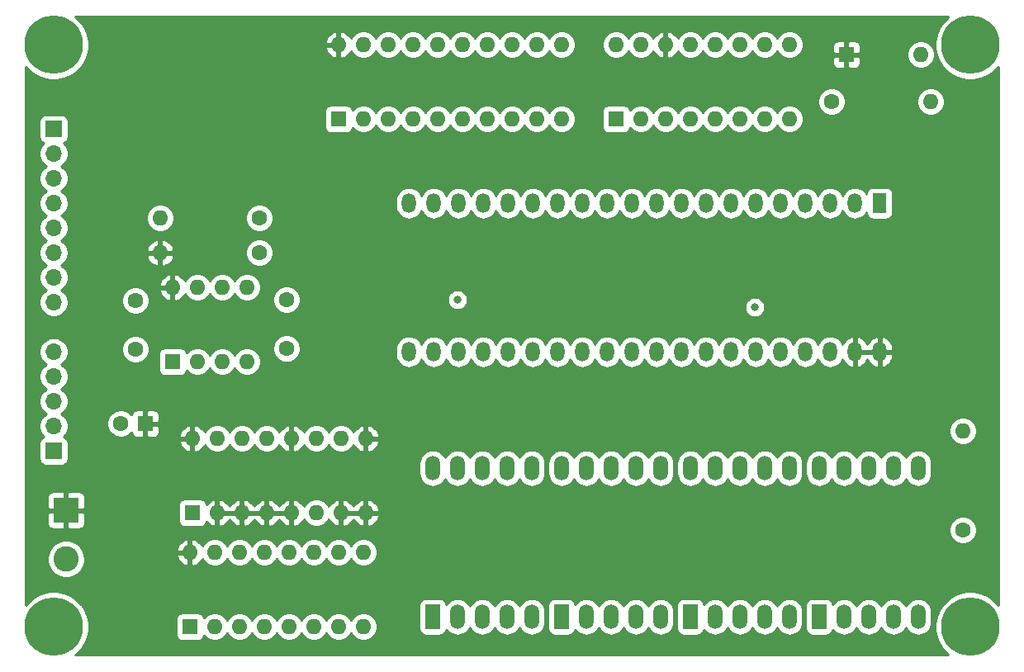
<source format=gbr>
%TF.GenerationSoftware,KiCad,Pcbnew,(5.1.9-0-10_14)*%
%TF.CreationDate,2021-06-28T20:13:29-04:00*%
%TF.ProjectId,DISPLAY,44495350-4c41-4592-9e6b-696361645f70,rev?*%
%TF.SameCoordinates,Original*%
%TF.FileFunction,Copper,L3,Inr*%
%TF.FilePolarity,Positive*%
%FSLAX46Y46*%
G04 Gerber Fmt 4.6, Leading zero omitted, Abs format (unit mm)*
G04 Created by KiCad (PCBNEW (5.1.9-0-10_14)) date 2021-06-28 20:13:29*
%MOMM*%
%LPD*%
G01*
G04 APERTURE LIST*
%TA.AperFunction,ComponentPad*%
%ADD10O,1.600000X1.600000*%
%TD*%
%TA.AperFunction,ComponentPad*%
%ADD11C,1.600000*%
%TD*%
%TA.AperFunction,ComponentPad*%
%ADD12O,1.700000X1.700000*%
%TD*%
%TA.AperFunction,ComponentPad*%
%ADD13R,1.700000X1.700000*%
%TD*%
%TA.AperFunction,ComponentPad*%
%ADD14R,1.600000X1.600000*%
%TD*%
%TA.AperFunction,ComponentPad*%
%ADD15C,0.800000*%
%TD*%
%TA.AperFunction,ComponentPad*%
%ADD16C,6.000000*%
%TD*%
%TA.AperFunction,ComponentPad*%
%ADD17O,1.440000X2.000000*%
%TD*%
%TA.AperFunction,ComponentPad*%
%ADD18R,1.440000X2.000000*%
%TD*%
%TA.AperFunction,ComponentPad*%
%ADD19R,1.524000X2.524000*%
%TD*%
%TA.AperFunction,ComponentPad*%
%ADD20O,1.524000X2.524000*%
%TD*%
%TA.AperFunction,ComponentPad*%
%ADD21C,2.600000*%
%TD*%
%TA.AperFunction,ComponentPad*%
%ADD22R,2.600000X2.600000*%
%TD*%
%TA.AperFunction,ViaPad*%
%ADD23C,0.800000*%
%TD*%
%TA.AperFunction,Conductor*%
%ADD24C,0.254000*%
%TD*%
%TA.AperFunction,Conductor*%
%ADD25C,0.100000*%
%TD*%
G04 APERTURE END LIST*
D10*
%TO.N,HEX*%
%TO.C,R2*%
X180086000Y-50800000D03*
D11*
%TO.N,GND*%
X180086000Y-60960000D03*
%TD*%
D12*
%TO.N,SIGNED*%
%TO.C,J3*%
X86868000Y-42672000D03*
%TO.N,RST*%
X86868000Y-45212000D03*
%TO.N,CLOCK*%
X86868000Y-47752000D03*
%TO.N,OI*%
X86868000Y-50292000D03*
D13*
%TO.N,HEX*%
X86868000Y-52832000D03*
%TD*%
D10*
%TO.N,SIGNED*%
%TO.C,SW1*%
X175768000Y-12192000D03*
D14*
%TO.N,VCC*%
X168148000Y-12192000D03*
%TD*%
D10*
%TO.N,SIGNED*%
%TO.C,R1*%
X176784000Y-17018000D03*
D11*
%TO.N,GND*%
X166624000Y-17018000D03*
%TD*%
%TO.N,GND*%
%TO.C,C16*%
X93766000Y-50038000D03*
D14*
%TO.N,VCC*%
X96266000Y-50038000D03*
%TD*%
D15*
%TO.N,N/C*%
%TO.C,REF\u002A\u002A*%
X88458990Y-9585010D03*
X86868000Y-8926000D03*
X85277010Y-9585010D03*
X84618000Y-11176000D03*
X85277010Y-12766990D03*
X86868000Y-13426000D03*
X88458990Y-12766990D03*
X89118000Y-11176000D03*
D16*
X86868000Y-11176000D03*
%TD*%
%TO.N,N/C*%
%TO.C,REF\u002A\u002A*%
X86868000Y-70866000D03*
D15*
X89118000Y-70866000D03*
X88458990Y-72456990D03*
X86868000Y-73116000D03*
X85277010Y-72456990D03*
X84618000Y-70866000D03*
X85277010Y-69275010D03*
X86868000Y-68616000D03*
X88458990Y-69275010D03*
%TD*%
D16*
%TO.N,N/C*%
%TO.C,REF\u002A\u002A*%
X180848000Y-11176000D03*
D15*
X183098000Y-11176000D03*
X182438990Y-12766990D03*
X180848000Y-13426000D03*
X179257010Y-12766990D03*
X178598000Y-11176000D03*
X179257010Y-9585010D03*
X180848000Y-8926000D03*
X182438990Y-9585010D03*
%TD*%
%TO.N,N/C*%
%TO.C,REF\u002A\u002A*%
X182438990Y-69275010D03*
X180848000Y-68616000D03*
X179257010Y-69275010D03*
X178598000Y-70866000D03*
X179257010Y-72456990D03*
X180848000Y-73116000D03*
X182438990Y-72456990D03*
X183098000Y-70866000D03*
D16*
X180848000Y-70866000D03*
%TD*%
D10*
%TO.N,VCC*%
%TO.C,U4332*%
X100838000Y-63246000D03*
%TO.N,GND*%
X118618000Y-70866000D03*
%TO.N,N/C*%
X103378000Y-63246000D03*
%TO.N,SIGN_DISPLAY*%
X116078000Y-70866000D03*
%TO.N,N/C*%
X105918000Y-63246000D03*
%TO.N,100_DISPLAY*%
X113538000Y-70866000D03*
%TO.N,N/C*%
X108458000Y-63246000D03*
%TO.N,10_DISPLAY*%
X110998000Y-70866000D03*
%TO.N,N/C*%
X110998000Y-63246000D03*
%TO.N,1_DISPLAY*%
X108458000Y-70866000D03*
%TO.N,N/C*%
X113538000Y-63246000D03*
%TO.N,A1*%
X105918000Y-70866000D03*
%TO.N,N/C*%
X116078000Y-63246000D03*
%TO.N,A0*%
X103378000Y-70866000D03*
%TO.N,N/C*%
X118618000Y-63246000D03*
D14*
%TO.N,GND*%
X100838000Y-70866000D03*
%TD*%
D10*
%TO.N,VCC*%
%TO.C,U2444*%
X101092000Y-51562000D03*
X118872000Y-59182000D03*
%TO.N,Net-(U2444-Pad15)*%
X103632000Y-51562000D03*
%TO.N,VCC*%
X116332000Y-59182000D03*
%TO.N,A0*%
X106172000Y-51562000D03*
X113792000Y-59182000D03*
%TO.N,GND*%
X108712000Y-51562000D03*
%TO.N,VCC*%
X111252000Y-59182000D03*
X111252000Y-51562000D03*
X108712000Y-59182000D03*
%TO.N,Net-(U2444-Pad11)*%
X113792000Y-51562000D03*
%TO.N,VCC*%
X106172000Y-59182000D03*
%TO.N,A1*%
X116332000Y-51562000D03*
%TO.N,VCC*%
X103632000Y-59182000D03*
X118872000Y-51562000D03*
D14*
%TO.N,RATE*%
X101092000Y-59182000D03*
%TD*%
D10*
%TO.N,VCC*%
%TO.C,U1555*%
X99060000Y-36068000D03*
%TO.N,Net-(U1555-Pad4)*%
X106680000Y-43688000D03*
%TO.N,Net-(R1452-Pad1)*%
X101600000Y-36068000D03*
%TO.N,RATE*%
X104140000Y-43688000D03*
%TO.N,Net-(C133-Pad2)*%
X104140000Y-36068000D03*
X101600000Y-43688000D03*
%TO.N,Net-(C233-Pad1)*%
X106680000Y-36068000D03*
D14*
%TO.N,GND*%
X99060000Y-43688000D03*
%TD*%
D17*
%TO.N,*%
%TO.C,U9*%
X123291600Y-42672000D03*
X123291600Y-27432000D03*
X125831600Y-42672000D03*
X125831600Y-27432000D03*
X128371600Y-42672000D03*
X128371600Y-27432000D03*
X130911600Y-42672000D03*
X130911600Y-27432000D03*
X133451600Y-42672000D03*
X133451600Y-27432000D03*
X135991600Y-42672000D03*
X135991600Y-27432000D03*
%TO.N,D_SEG*%
X138531600Y-42672000D03*
%TO.N,GND*%
X138531600Y-27432000D03*
%TO.N,C_SEG*%
X141071600Y-42672000D03*
%TO.N,E_SEG*%
X141071600Y-27432000D03*
%TO.N,B_SEG*%
X143611600Y-42672000D03*
%TO.N,F_SEG*%
X143611600Y-27432000D03*
%TO.N,A_SEG*%
X146151600Y-42672000D03*
%TO.N,G_SEG*%
X146151600Y-27432000D03*
%TO.N,DP_SEG*%
X148691600Y-42672000D03*
%TO.N,Net-(U3-Pad19)*%
X148691600Y-27432000D03*
%TO.N,GND*%
X151231600Y-42672000D03*
%TO.N,Net-(U3-Pad16)*%
X151231600Y-27432000D03*
%TO.N,SIGNED*%
X153771600Y-42672000D03*
%TO.N,Net-(U3-Pad15)*%
X153771600Y-27432000D03*
%TO.N,GND*%
X156311600Y-42672000D03*
%TO.N,Net-(U3-Pad12)*%
X156311600Y-27432000D03*
%TO.N,HEX*%
X158851600Y-42672000D03*
%TO.N,Net-(U3-Pad9)*%
X158851600Y-27432000D03*
%TO.N,A1*%
X161391600Y-42672000D03*
%TO.N,Net-(U3-Pad6)*%
X161391600Y-27432000D03*
%TO.N,A0*%
X163931600Y-42672000D03*
%TO.N,Net-(U3-Pad5)*%
X163931600Y-27432000D03*
%TO.N,GND*%
X166471600Y-42672000D03*
%TO.N,Net-(U3-Pad2)*%
X166471600Y-27432000D03*
%TO.N,VCC*%
X169011600Y-42672000D03*
%TO.N,GND*%
X169011600Y-27432000D03*
%TO.N,VCC*%
X171551600Y-42672000D03*
D18*
%TO.N,GND*%
X171551600Y-27432000D03*
%TD*%
D19*
%TO.N,E_SEG*%
%TO.C,U6*%
X165354000Y-69850000D03*
D20*
%TO.N,D_SEG*%
X167894000Y-69850000D03*
%TO.N,1_DISPLAY*%
X170434000Y-69850000D03*
%TO.N,C_SEG*%
X172974000Y-69850000D03*
%TO.N,DP_SEG*%
X175514000Y-69850000D03*
%TO.N,B_SEG*%
X175514000Y-54610000D03*
%TO.N,A_SEG*%
X172974000Y-54610000D03*
%TO.N,1_DISPLAY*%
X170434000Y-54610000D03*
%TO.N,F_SEG*%
X167894000Y-54610000D03*
%TO.N,G_SEG*%
X165354000Y-54610000D03*
%TD*%
D19*
%TO.N,E_SEG*%
%TO.C,U5*%
X152146000Y-69850000D03*
D20*
%TO.N,D_SEG*%
X154686000Y-69850000D03*
%TO.N,10_DISPLAY*%
X157226000Y-69850000D03*
%TO.N,C_SEG*%
X159766000Y-69850000D03*
%TO.N,DP_SEG*%
X162306000Y-69850000D03*
%TO.N,B_SEG*%
X162306000Y-54610000D03*
%TO.N,A_SEG*%
X159766000Y-54610000D03*
%TO.N,10_DISPLAY*%
X157226000Y-54610000D03*
%TO.N,F_SEG*%
X154686000Y-54610000D03*
%TO.N,G_SEG*%
X152146000Y-54610000D03*
%TD*%
D19*
%TO.N,E_SEG*%
%TO.C,U4*%
X138938000Y-69850000D03*
D20*
%TO.N,D_SEG*%
X141478000Y-69850000D03*
%TO.N,100_DISPLAY*%
X144018000Y-69850000D03*
%TO.N,C_SEG*%
X146558000Y-69850000D03*
%TO.N,DP_SEG*%
X149098000Y-69850000D03*
%TO.N,B_SEG*%
X149098000Y-54610000D03*
%TO.N,A_SEG*%
X146558000Y-54610000D03*
%TO.N,100_DISPLAY*%
X144018000Y-54610000D03*
%TO.N,F_SEG*%
X141478000Y-54610000D03*
%TO.N,G_SEG*%
X138938000Y-54610000D03*
%TD*%
D10*
%TO.N,VCC*%
%TO.C,U3*%
X116078000Y-11176000D03*
%TO.N,GND*%
X138938000Y-18796000D03*
%TO.N,Net-(U3-Pad19)*%
X118618000Y-11176000D03*
%TO.N,Net-(U3-Pad9)*%
X136398000Y-18796000D03*
%TO.N,BUS0*%
X121158000Y-11176000D03*
%TO.N,BUS4*%
X133858000Y-18796000D03*
%TO.N,BUS1*%
X123698000Y-11176000D03*
%TO.N,BUS5*%
X131318000Y-18796000D03*
%TO.N,Net-(U3-Pad16)*%
X126238000Y-11176000D03*
%TO.N,Net-(U3-Pad6)*%
X128778000Y-18796000D03*
%TO.N,Net-(U3-Pad15)*%
X128778000Y-11176000D03*
%TO.N,Net-(U3-Pad5)*%
X126238000Y-18796000D03*
%TO.N,BUS2*%
X131318000Y-11176000D03*
%TO.N,BUS6*%
X123698000Y-18796000D03*
%TO.N,BUS3*%
X133858000Y-11176000D03*
%TO.N,BUS7*%
X121158000Y-18796000D03*
%TO.N,Net-(U3-Pad12)*%
X136398000Y-11176000D03*
%TO.N,Net-(U3-Pad2)*%
X118618000Y-18796000D03*
%TO.N,Net-(U2-Pad3)*%
X138938000Y-11176000D03*
D14*
%TO.N,RST*%
X116078000Y-18796000D03*
%TD*%
D10*
%TO.N,N/C*%
%TO.C,U2*%
X144526000Y-11176000D03*
X162306000Y-18796000D03*
X147066000Y-11176000D03*
%TO.N,GND*%
X159766000Y-18796000D03*
%TO.N,VCC*%
X149606000Y-11176000D03*
%TO.N,N/C*%
X157226000Y-18796000D03*
X152146000Y-11176000D03*
X154686000Y-18796000D03*
X154686000Y-11176000D03*
X152146000Y-18796000D03*
X157226000Y-11176000D03*
%TO.N,Net-(U2-Pad3)*%
X149606000Y-18796000D03*
%TO.N,N/C*%
X159766000Y-11176000D03*
%TO.N,CLOCK*%
X147066000Y-18796000D03*
%TO.N,N/C*%
X162306000Y-11176000D03*
D14*
%TO.N,OI*%
X144526000Y-18796000D03*
%TD*%
D19*
%TO.N,E_SEG*%
%TO.C,U1*%
X125730000Y-69850000D03*
D20*
%TO.N,D_SEG*%
X128270000Y-69850000D03*
%TO.N,SIGN_DISPLAY*%
X130810000Y-69850000D03*
%TO.N,C_SEG*%
X133350000Y-69850000D03*
%TO.N,DP_SEG*%
X135890000Y-69850000D03*
%TO.N,B_SEG*%
X135890000Y-54610000D03*
%TO.N,A_SEG*%
X133350000Y-54610000D03*
%TO.N,SIGN_DISPLAY*%
X130810000Y-54610000D03*
%TO.N,F_SEG*%
X128270000Y-54610000D03*
%TO.N,G_SEG*%
X125730000Y-54610000D03*
%TD*%
D10*
%TO.N,VCC*%
%TO.C,R2123*%
X97790000Y-32512000D03*
D11*
%TO.N,Net-(R1452-Pad1)*%
X107950000Y-32512000D03*
%TD*%
D10*
%TO.N,Net-(C133-Pad2)*%
%TO.C,R1452*%
X97790000Y-28956000D03*
D11*
%TO.N,Net-(R1452-Pad1)*%
X107950000Y-28956000D03*
%TD*%
D12*
%TO.N,BUS0*%
%TO.C,J2*%
X86868000Y-37592000D03*
%TO.N,BUS1*%
X86868000Y-35052000D03*
%TO.N,BUS2*%
X86868000Y-32512000D03*
%TO.N,BUS3*%
X86868000Y-29972000D03*
%TO.N,BUS4*%
X86868000Y-27432000D03*
%TO.N,BUS5*%
X86868000Y-24892000D03*
%TO.N,BUS6*%
X86868000Y-22352000D03*
D13*
%TO.N,BUS7*%
X86868000Y-19812000D03*
%TD*%
D21*
%TO.N,GND*%
%TO.C,J1*%
X88138000Y-63928000D03*
D22*
%TO.N,VCC*%
X88138000Y-58928000D03*
%TD*%
D11*
%TO.N,GND*%
%TO.C,C233*%
X110744000Y-42338000D03*
%TO.N,Net-(C233-Pad1)*%
X110744000Y-37338000D03*
%TD*%
%TO.N,Net-(C133-Pad2)*%
%TO.C,C133*%
X95250000Y-37418000D03*
%TO.N,GND*%
X95250000Y-42418000D03*
%TD*%
D23*
%TO.N,HEX*%
X128270000Y-37338000D03*
X158750000Y-38100000D03*
%TD*%
D24*
%TO.N,VCC*%
X178530823Y-8352511D02*
X178024511Y-8858823D01*
X177626705Y-9454182D01*
X177352691Y-10115710D01*
X177213000Y-10817984D01*
X177213000Y-11534016D01*
X177352691Y-12236290D01*
X177626705Y-12897818D01*
X178024511Y-13493177D01*
X178530823Y-13999489D01*
X179126182Y-14397295D01*
X179787710Y-14671309D01*
X180489984Y-14811000D01*
X181206016Y-14811000D01*
X181908290Y-14671309D01*
X182569818Y-14397295D01*
X183165177Y-13999489D01*
X183671489Y-13493177D01*
X183719000Y-13422072D01*
X183719001Y-68619930D01*
X183671489Y-68548823D01*
X183165177Y-68042511D01*
X182569818Y-67644705D01*
X181908290Y-67370691D01*
X181206016Y-67231000D01*
X180489984Y-67231000D01*
X179787710Y-67370691D01*
X179126182Y-67644705D01*
X178530823Y-68042511D01*
X178024511Y-68548823D01*
X177626705Y-69144182D01*
X177352691Y-69805710D01*
X177213000Y-70507984D01*
X177213000Y-71224016D01*
X177352691Y-71926290D01*
X177626705Y-72587818D01*
X178024511Y-73183177D01*
X178530823Y-73689489D01*
X178601928Y-73737000D01*
X89114072Y-73737000D01*
X89185177Y-73689489D01*
X89691489Y-73183177D01*
X90089295Y-72587818D01*
X90363309Y-71926290D01*
X90503000Y-71224016D01*
X90503000Y-70507984D01*
X90415084Y-70066000D01*
X99399928Y-70066000D01*
X99399928Y-71666000D01*
X99412188Y-71790482D01*
X99448498Y-71910180D01*
X99507463Y-72020494D01*
X99586815Y-72117185D01*
X99683506Y-72196537D01*
X99793820Y-72255502D01*
X99913518Y-72291812D01*
X100038000Y-72304072D01*
X101638000Y-72304072D01*
X101762482Y-72291812D01*
X101882180Y-72255502D01*
X101992494Y-72196537D01*
X102089185Y-72117185D01*
X102168537Y-72020494D01*
X102227502Y-71910180D01*
X102263812Y-71790482D01*
X102264643Y-71782039D01*
X102463241Y-71980637D01*
X102698273Y-72137680D01*
X102959426Y-72245853D01*
X103236665Y-72301000D01*
X103519335Y-72301000D01*
X103796574Y-72245853D01*
X104057727Y-72137680D01*
X104292759Y-71980637D01*
X104492637Y-71780759D01*
X104648000Y-71548241D01*
X104803363Y-71780759D01*
X105003241Y-71980637D01*
X105238273Y-72137680D01*
X105499426Y-72245853D01*
X105776665Y-72301000D01*
X106059335Y-72301000D01*
X106336574Y-72245853D01*
X106597727Y-72137680D01*
X106832759Y-71980637D01*
X107032637Y-71780759D01*
X107188000Y-71548241D01*
X107343363Y-71780759D01*
X107543241Y-71980637D01*
X107778273Y-72137680D01*
X108039426Y-72245853D01*
X108316665Y-72301000D01*
X108599335Y-72301000D01*
X108876574Y-72245853D01*
X109137727Y-72137680D01*
X109372759Y-71980637D01*
X109572637Y-71780759D01*
X109728000Y-71548241D01*
X109883363Y-71780759D01*
X110083241Y-71980637D01*
X110318273Y-72137680D01*
X110579426Y-72245853D01*
X110856665Y-72301000D01*
X111139335Y-72301000D01*
X111416574Y-72245853D01*
X111677727Y-72137680D01*
X111912759Y-71980637D01*
X112112637Y-71780759D01*
X112268000Y-71548241D01*
X112423363Y-71780759D01*
X112623241Y-71980637D01*
X112858273Y-72137680D01*
X113119426Y-72245853D01*
X113396665Y-72301000D01*
X113679335Y-72301000D01*
X113956574Y-72245853D01*
X114217727Y-72137680D01*
X114452759Y-71980637D01*
X114652637Y-71780759D01*
X114808000Y-71548241D01*
X114963363Y-71780759D01*
X115163241Y-71980637D01*
X115398273Y-72137680D01*
X115659426Y-72245853D01*
X115936665Y-72301000D01*
X116219335Y-72301000D01*
X116496574Y-72245853D01*
X116757727Y-72137680D01*
X116992759Y-71980637D01*
X117192637Y-71780759D01*
X117348000Y-71548241D01*
X117503363Y-71780759D01*
X117703241Y-71980637D01*
X117938273Y-72137680D01*
X118199426Y-72245853D01*
X118476665Y-72301000D01*
X118759335Y-72301000D01*
X119036574Y-72245853D01*
X119297727Y-72137680D01*
X119532759Y-71980637D01*
X119732637Y-71780759D01*
X119889680Y-71545727D01*
X119997853Y-71284574D01*
X120053000Y-71007335D01*
X120053000Y-70724665D01*
X119997853Y-70447426D01*
X119889680Y-70186273D01*
X119732637Y-69951241D01*
X119532759Y-69751363D01*
X119297727Y-69594320D01*
X119036574Y-69486147D01*
X118759335Y-69431000D01*
X118476665Y-69431000D01*
X118199426Y-69486147D01*
X117938273Y-69594320D01*
X117703241Y-69751363D01*
X117503363Y-69951241D01*
X117348000Y-70183759D01*
X117192637Y-69951241D01*
X116992759Y-69751363D01*
X116757727Y-69594320D01*
X116496574Y-69486147D01*
X116219335Y-69431000D01*
X115936665Y-69431000D01*
X115659426Y-69486147D01*
X115398273Y-69594320D01*
X115163241Y-69751363D01*
X114963363Y-69951241D01*
X114808000Y-70183759D01*
X114652637Y-69951241D01*
X114452759Y-69751363D01*
X114217727Y-69594320D01*
X113956574Y-69486147D01*
X113679335Y-69431000D01*
X113396665Y-69431000D01*
X113119426Y-69486147D01*
X112858273Y-69594320D01*
X112623241Y-69751363D01*
X112423363Y-69951241D01*
X112268000Y-70183759D01*
X112112637Y-69951241D01*
X111912759Y-69751363D01*
X111677727Y-69594320D01*
X111416574Y-69486147D01*
X111139335Y-69431000D01*
X110856665Y-69431000D01*
X110579426Y-69486147D01*
X110318273Y-69594320D01*
X110083241Y-69751363D01*
X109883363Y-69951241D01*
X109728000Y-70183759D01*
X109572637Y-69951241D01*
X109372759Y-69751363D01*
X109137727Y-69594320D01*
X108876574Y-69486147D01*
X108599335Y-69431000D01*
X108316665Y-69431000D01*
X108039426Y-69486147D01*
X107778273Y-69594320D01*
X107543241Y-69751363D01*
X107343363Y-69951241D01*
X107188000Y-70183759D01*
X107032637Y-69951241D01*
X106832759Y-69751363D01*
X106597727Y-69594320D01*
X106336574Y-69486147D01*
X106059335Y-69431000D01*
X105776665Y-69431000D01*
X105499426Y-69486147D01*
X105238273Y-69594320D01*
X105003241Y-69751363D01*
X104803363Y-69951241D01*
X104648000Y-70183759D01*
X104492637Y-69951241D01*
X104292759Y-69751363D01*
X104057727Y-69594320D01*
X103796574Y-69486147D01*
X103519335Y-69431000D01*
X103236665Y-69431000D01*
X102959426Y-69486147D01*
X102698273Y-69594320D01*
X102463241Y-69751363D01*
X102264643Y-69949961D01*
X102263812Y-69941518D01*
X102227502Y-69821820D01*
X102168537Y-69711506D01*
X102089185Y-69614815D01*
X101992494Y-69535463D01*
X101882180Y-69476498D01*
X101762482Y-69440188D01*
X101638000Y-69427928D01*
X100038000Y-69427928D01*
X99913518Y-69440188D01*
X99793820Y-69476498D01*
X99683506Y-69535463D01*
X99586815Y-69614815D01*
X99507463Y-69711506D01*
X99448498Y-69821820D01*
X99412188Y-69941518D01*
X99399928Y-70066000D01*
X90415084Y-70066000D01*
X90363309Y-69805710D01*
X90089295Y-69144182D01*
X89717667Y-68588000D01*
X124329928Y-68588000D01*
X124329928Y-71112000D01*
X124342188Y-71236482D01*
X124378498Y-71356180D01*
X124437463Y-71466494D01*
X124516815Y-71563185D01*
X124613506Y-71642537D01*
X124723820Y-71701502D01*
X124843518Y-71737812D01*
X124968000Y-71750072D01*
X126492000Y-71750072D01*
X126616482Y-71737812D01*
X126736180Y-71701502D01*
X126846494Y-71642537D01*
X126943185Y-71563185D01*
X127022537Y-71466494D01*
X127081502Y-71356180D01*
X127117812Y-71236482D01*
X127125579Y-71157622D01*
X127277393Y-71342608D01*
X127490114Y-71517183D01*
X127732806Y-71646904D01*
X127996141Y-71726786D01*
X128270000Y-71753759D01*
X128543860Y-71726786D01*
X128807195Y-71646904D01*
X129049887Y-71517183D01*
X129262608Y-71342608D01*
X129437183Y-71129887D01*
X129540000Y-70937529D01*
X129642817Y-71129887D01*
X129817393Y-71342608D01*
X130030114Y-71517183D01*
X130272806Y-71646904D01*
X130536141Y-71726786D01*
X130810000Y-71753759D01*
X131083860Y-71726786D01*
X131347195Y-71646904D01*
X131589887Y-71517183D01*
X131802608Y-71342608D01*
X131977183Y-71129887D01*
X132080000Y-70937529D01*
X132182817Y-71129887D01*
X132357393Y-71342608D01*
X132570114Y-71517183D01*
X132812806Y-71646904D01*
X133076141Y-71726786D01*
X133350000Y-71753759D01*
X133623860Y-71726786D01*
X133887195Y-71646904D01*
X134129887Y-71517183D01*
X134342608Y-71342608D01*
X134517183Y-71129887D01*
X134620000Y-70937529D01*
X134722817Y-71129887D01*
X134897393Y-71342608D01*
X135110114Y-71517183D01*
X135352806Y-71646904D01*
X135616141Y-71726786D01*
X135890000Y-71753759D01*
X136163860Y-71726786D01*
X136427195Y-71646904D01*
X136669887Y-71517183D01*
X136882608Y-71342608D01*
X137057183Y-71129887D01*
X137186904Y-70887195D01*
X137266786Y-70623860D01*
X137287000Y-70418625D01*
X137287000Y-69281375D01*
X137266786Y-69076140D01*
X137186904Y-68812805D01*
X137066744Y-68588000D01*
X137537928Y-68588000D01*
X137537928Y-71112000D01*
X137550188Y-71236482D01*
X137586498Y-71356180D01*
X137645463Y-71466494D01*
X137724815Y-71563185D01*
X137821506Y-71642537D01*
X137931820Y-71701502D01*
X138051518Y-71737812D01*
X138176000Y-71750072D01*
X139700000Y-71750072D01*
X139824482Y-71737812D01*
X139944180Y-71701502D01*
X140054494Y-71642537D01*
X140151185Y-71563185D01*
X140230537Y-71466494D01*
X140289502Y-71356180D01*
X140325812Y-71236482D01*
X140333579Y-71157622D01*
X140485393Y-71342608D01*
X140698114Y-71517183D01*
X140940806Y-71646904D01*
X141204141Y-71726786D01*
X141478000Y-71753759D01*
X141751860Y-71726786D01*
X142015195Y-71646904D01*
X142257887Y-71517183D01*
X142470608Y-71342608D01*
X142645183Y-71129887D01*
X142748000Y-70937529D01*
X142850817Y-71129887D01*
X143025393Y-71342608D01*
X143238114Y-71517183D01*
X143480806Y-71646904D01*
X143744141Y-71726786D01*
X144018000Y-71753759D01*
X144291860Y-71726786D01*
X144555195Y-71646904D01*
X144797887Y-71517183D01*
X145010608Y-71342608D01*
X145185183Y-71129887D01*
X145288000Y-70937529D01*
X145390817Y-71129887D01*
X145565393Y-71342608D01*
X145778114Y-71517183D01*
X146020806Y-71646904D01*
X146284141Y-71726786D01*
X146558000Y-71753759D01*
X146831860Y-71726786D01*
X147095195Y-71646904D01*
X147337887Y-71517183D01*
X147550608Y-71342608D01*
X147725183Y-71129887D01*
X147828000Y-70937529D01*
X147930817Y-71129887D01*
X148105393Y-71342608D01*
X148318114Y-71517183D01*
X148560806Y-71646904D01*
X148824141Y-71726786D01*
X149098000Y-71753759D01*
X149371860Y-71726786D01*
X149635195Y-71646904D01*
X149877887Y-71517183D01*
X150090608Y-71342608D01*
X150265183Y-71129887D01*
X150394904Y-70887195D01*
X150474786Y-70623860D01*
X150495000Y-70418625D01*
X150495000Y-69281375D01*
X150474786Y-69076140D01*
X150394904Y-68812805D01*
X150274744Y-68588000D01*
X150745928Y-68588000D01*
X150745928Y-71112000D01*
X150758188Y-71236482D01*
X150794498Y-71356180D01*
X150853463Y-71466494D01*
X150932815Y-71563185D01*
X151029506Y-71642537D01*
X151139820Y-71701502D01*
X151259518Y-71737812D01*
X151384000Y-71750072D01*
X152908000Y-71750072D01*
X153032482Y-71737812D01*
X153152180Y-71701502D01*
X153262494Y-71642537D01*
X153359185Y-71563185D01*
X153438537Y-71466494D01*
X153497502Y-71356180D01*
X153533812Y-71236482D01*
X153541579Y-71157622D01*
X153693393Y-71342608D01*
X153906114Y-71517183D01*
X154148806Y-71646904D01*
X154412141Y-71726786D01*
X154686000Y-71753759D01*
X154959860Y-71726786D01*
X155223195Y-71646904D01*
X155465887Y-71517183D01*
X155678608Y-71342608D01*
X155853183Y-71129887D01*
X155956000Y-70937529D01*
X156058817Y-71129887D01*
X156233393Y-71342608D01*
X156446114Y-71517183D01*
X156688806Y-71646904D01*
X156952141Y-71726786D01*
X157226000Y-71753759D01*
X157499860Y-71726786D01*
X157763195Y-71646904D01*
X158005887Y-71517183D01*
X158218608Y-71342608D01*
X158393183Y-71129887D01*
X158496000Y-70937529D01*
X158598817Y-71129887D01*
X158773393Y-71342608D01*
X158986114Y-71517183D01*
X159228806Y-71646904D01*
X159492141Y-71726786D01*
X159766000Y-71753759D01*
X160039860Y-71726786D01*
X160303195Y-71646904D01*
X160545887Y-71517183D01*
X160758608Y-71342608D01*
X160933183Y-71129887D01*
X161036000Y-70937529D01*
X161138817Y-71129887D01*
X161313393Y-71342608D01*
X161526114Y-71517183D01*
X161768806Y-71646904D01*
X162032141Y-71726786D01*
X162306000Y-71753759D01*
X162579860Y-71726786D01*
X162843195Y-71646904D01*
X163085887Y-71517183D01*
X163298608Y-71342608D01*
X163473183Y-71129887D01*
X163602904Y-70887195D01*
X163682786Y-70623860D01*
X163703000Y-70418625D01*
X163703000Y-69281375D01*
X163682786Y-69076140D01*
X163602904Y-68812805D01*
X163482744Y-68588000D01*
X163953928Y-68588000D01*
X163953928Y-71112000D01*
X163966188Y-71236482D01*
X164002498Y-71356180D01*
X164061463Y-71466494D01*
X164140815Y-71563185D01*
X164237506Y-71642537D01*
X164347820Y-71701502D01*
X164467518Y-71737812D01*
X164592000Y-71750072D01*
X166116000Y-71750072D01*
X166240482Y-71737812D01*
X166360180Y-71701502D01*
X166470494Y-71642537D01*
X166567185Y-71563185D01*
X166646537Y-71466494D01*
X166705502Y-71356180D01*
X166741812Y-71236482D01*
X166749579Y-71157622D01*
X166901393Y-71342608D01*
X167114114Y-71517183D01*
X167356806Y-71646904D01*
X167620141Y-71726786D01*
X167894000Y-71753759D01*
X168167860Y-71726786D01*
X168431195Y-71646904D01*
X168673887Y-71517183D01*
X168886608Y-71342608D01*
X169061183Y-71129887D01*
X169164000Y-70937529D01*
X169266817Y-71129887D01*
X169441393Y-71342608D01*
X169654114Y-71517183D01*
X169896806Y-71646904D01*
X170160141Y-71726786D01*
X170434000Y-71753759D01*
X170707860Y-71726786D01*
X170971195Y-71646904D01*
X171213887Y-71517183D01*
X171426608Y-71342608D01*
X171601183Y-71129887D01*
X171704000Y-70937529D01*
X171806817Y-71129887D01*
X171981393Y-71342608D01*
X172194114Y-71517183D01*
X172436806Y-71646904D01*
X172700141Y-71726786D01*
X172974000Y-71753759D01*
X173247860Y-71726786D01*
X173511195Y-71646904D01*
X173753887Y-71517183D01*
X173966608Y-71342608D01*
X174141183Y-71129887D01*
X174244000Y-70937529D01*
X174346817Y-71129887D01*
X174521393Y-71342608D01*
X174734114Y-71517183D01*
X174976806Y-71646904D01*
X175240141Y-71726786D01*
X175514000Y-71753759D01*
X175787860Y-71726786D01*
X176051195Y-71646904D01*
X176293887Y-71517183D01*
X176506608Y-71342608D01*
X176681183Y-71129887D01*
X176810904Y-70887195D01*
X176890786Y-70623860D01*
X176911000Y-70418625D01*
X176911000Y-69281375D01*
X176890786Y-69076140D01*
X176810904Y-68812805D01*
X176681183Y-68570113D01*
X176506607Y-68357392D01*
X176293886Y-68182817D01*
X176051194Y-68053096D01*
X175787859Y-67973214D01*
X175514000Y-67946241D01*
X175240140Y-67973214D01*
X174976805Y-68053096D01*
X174734113Y-68182817D01*
X174521392Y-68357393D01*
X174346817Y-68570114D01*
X174244000Y-68762471D01*
X174141183Y-68570113D01*
X173966607Y-68357392D01*
X173753886Y-68182817D01*
X173511194Y-68053096D01*
X173247859Y-67973214D01*
X172974000Y-67946241D01*
X172700140Y-67973214D01*
X172436805Y-68053096D01*
X172194113Y-68182817D01*
X171981392Y-68357393D01*
X171806817Y-68570114D01*
X171704000Y-68762471D01*
X171601183Y-68570113D01*
X171426607Y-68357392D01*
X171213886Y-68182817D01*
X170971194Y-68053096D01*
X170707859Y-67973214D01*
X170434000Y-67946241D01*
X170160140Y-67973214D01*
X169896805Y-68053096D01*
X169654113Y-68182817D01*
X169441392Y-68357393D01*
X169266817Y-68570114D01*
X169164000Y-68762471D01*
X169061183Y-68570113D01*
X168886607Y-68357392D01*
X168673886Y-68182817D01*
X168431194Y-68053096D01*
X168167859Y-67973214D01*
X167894000Y-67946241D01*
X167620140Y-67973214D01*
X167356805Y-68053096D01*
X167114113Y-68182817D01*
X166901392Y-68357393D01*
X166749579Y-68542379D01*
X166741812Y-68463518D01*
X166705502Y-68343820D01*
X166646537Y-68233506D01*
X166567185Y-68136815D01*
X166470494Y-68057463D01*
X166360180Y-67998498D01*
X166240482Y-67962188D01*
X166116000Y-67949928D01*
X164592000Y-67949928D01*
X164467518Y-67962188D01*
X164347820Y-67998498D01*
X164237506Y-68057463D01*
X164140815Y-68136815D01*
X164061463Y-68233506D01*
X164002498Y-68343820D01*
X163966188Y-68463518D01*
X163953928Y-68588000D01*
X163482744Y-68588000D01*
X163473183Y-68570113D01*
X163298607Y-68357392D01*
X163085886Y-68182817D01*
X162843194Y-68053096D01*
X162579859Y-67973214D01*
X162306000Y-67946241D01*
X162032140Y-67973214D01*
X161768805Y-68053096D01*
X161526113Y-68182817D01*
X161313392Y-68357393D01*
X161138817Y-68570114D01*
X161036000Y-68762471D01*
X160933183Y-68570113D01*
X160758607Y-68357392D01*
X160545886Y-68182817D01*
X160303194Y-68053096D01*
X160039859Y-67973214D01*
X159766000Y-67946241D01*
X159492140Y-67973214D01*
X159228805Y-68053096D01*
X158986113Y-68182817D01*
X158773392Y-68357393D01*
X158598817Y-68570114D01*
X158496000Y-68762471D01*
X158393183Y-68570113D01*
X158218607Y-68357392D01*
X158005886Y-68182817D01*
X157763194Y-68053096D01*
X157499859Y-67973214D01*
X157226000Y-67946241D01*
X156952140Y-67973214D01*
X156688805Y-68053096D01*
X156446113Y-68182817D01*
X156233392Y-68357393D01*
X156058817Y-68570114D01*
X155956000Y-68762471D01*
X155853183Y-68570113D01*
X155678607Y-68357392D01*
X155465886Y-68182817D01*
X155223194Y-68053096D01*
X154959859Y-67973214D01*
X154686000Y-67946241D01*
X154412140Y-67973214D01*
X154148805Y-68053096D01*
X153906113Y-68182817D01*
X153693392Y-68357393D01*
X153541579Y-68542379D01*
X153533812Y-68463518D01*
X153497502Y-68343820D01*
X153438537Y-68233506D01*
X153359185Y-68136815D01*
X153262494Y-68057463D01*
X153152180Y-67998498D01*
X153032482Y-67962188D01*
X152908000Y-67949928D01*
X151384000Y-67949928D01*
X151259518Y-67962188D01*
X151139820Y-67998498D01*
X151029506Y-68057463D01*
X150932815Y-68136815D01*
X150853463Y-68233506D01*
X150794498Y-68343820D01*
X150758188Y-68463518D01*
X150745928Y-68588000D01*
X150274744Y-68588000D01*
X150265183Y-68570113D01*
X150090607Y-68357392D01*
X149877886Y-68182817D01*
X149635194Y-68053096D01*
X149371859Y-67973214D01*
X149098000Y-67946241D01*
X148824140Y-67973214D01*
X148560805Y-68053096D01*
X148318113Y-68182817D01*
X148105392Y-68357393D01*
X147930817Y-68570114D01*
X147828000Y-68762471D01*
X147725183Y-68570113D01*
X147550607Y-68357392D01*
X147337886Y-68182817D01*
X147095194Y-68053096D01*
X146831859Y-67973214D01*
X146558000Y-67946241D01*
X146284140Y-67973214D01*
X146020805Y-68053096D01*
X145778113Y-68182817D01*
X145565392Y-68357393D01*
X145390817Y-68570114D01*
X145288000Y-68762471D01*
X145185183Y-68570113D01*
X145010607Y-68357392D01*
X144797886Y-68182817D01*
X144555194Y-68053096D01*
X144291859Y-67973214D01*
X144018000Y-67946241D01*
X143744140Y-67973214D01*
X143480805Y-68053096D01*
X143238113Y-68182817D01*
X143025392Y-68357393D01*
X142850817Y-68570114D01*
X142748000Y-68762471D01*
X142645183Y-68570113D01*
X142470607Y-68357392D01*
X142257886Y-68182817D01*
X142015194Y-68053096D01*
X141751859Y-67973214D01*
X141478000Y-67946241D01*
X141204140Y-67973214D01*
X140940805Y-68053096D01*
X140698113Y-68182817D01*
X140485392Y-68357393D01*
X140333579Y-68542379D01*
X140325812Y-68463518D01*
X140289502Y-68343820D01*
X140230537Y-68233506D01*
X140151185Y-68136815D01*
X140054494Y-68057463D01*
X139944180Y-67998498D01*
X139824482Y-67962188D01*
X139700000Y-67949928D01*
X138176000Y-67949928D01*
X138051518Y-67962188D01*
X137931820Y-67998498D01*
X137821506Y-68057463D01*
X137724815Y-68136815D01*
X137645463Y-68233506D01*
X137586498Y-68343820D01*
X137550188Y-68463518D01*
X137537928Y-68588000D01*
X137066744Y-68588000D01*
X137057183Y-68570113D01*
X136882607Y-68357392D01*
X136669886Y-68182817D01*
X136427194Y-68053096D01*
X136163859Y-67973214D01*
X135890000Y-67946241D01*
X135616140Y-67973214D01*
X135352805Y-68053096D01*
X135110113Y-68182817D01*
X134897392Y-68357393D01*
X134722817Y-68570114D01*
X134620000Y-68762471D01*
X134517183Y-68570113D01*
X134342607Y-68357392D01*
X134129886Y-68182817D01*
X133887194Y-68053096D01*
X133623859Y-67973214D01*
X133350000Y-67946241D01*
X133076140Y-67973214D01*
X132812805Y-68053096D01*
X132570113Y-68182817D01*
X132357392Y-68357393D01*
X132182817Y-68570114D01*
X132080000Y-68762471D01*
X131977183Y-68570113D01*
X131802607Y-68357392D01*
X131589886Y-68182817D01*
X131347194Y-68053096D01*
X131083859Y-67973214D01*
X130810000Y-67946241D01*
X130536140Y-67973214D01*
X130272805Y-68053096D01*
X130030113Y-68182817D01*
X129817392Y-68357393D01*
X129642817Y-68570114D01*
X129540000Y-68762471D01*
X129437183Y-68570113D01*
X129262607Y-68357392D01*
X129049886Y-68182817D01*
X128807194Y-68053096D01*
X128543859Y-67973214D01*
X128270000Y-67946241D01*
X127996140Y-67973214D01*
X127732805Y-68053096D01*
X127490113Y-68182817D01*
X127277392Y-68357393D01*
X127125579Y-68542379D01*
X127117812Y-68463518D01*
X127081502Y-68343820D01*
X127022537Y-68233506D01*
X126943185Y-68136815D01*
X126846494Y-68057463D01*
X126736180Y-67998498D01*
X126616482Y-67962188D01*
X126492000Y-67949928D01*
X124968000Y-67949928D01*
X124843518Y-67962188D01*
X124723820Y-67998498D01*
X124613506Y-68057463D01*
X124516815Y-68136815D01*
X124437463Y-68233506D01*
X124378498Y-68343820D01*
X124342188Y-68463518D01*
X124329928Y-68588000D01*
X89717667Y-68588000D01*
X89691489Y-68548823D01*
X89185177Y-68042511D01*
X88589818Y-67644705D01*
X87928290Y-67370691D01*
X87226016Y-67231000D01*
X86509984Y-67231000D01*
X85807710Y-67370691D01*
X85146182Y-67644705D01*
X84550823Y-68042511D01*
X84044511Y-68548823D01*
X83997000Y-68619928D01*
X83997000Y-63737419D01*
X86203000Y-63737419D01*
X86203000Y-64118581D01*
X86277361Y-64492419D01*
X86423225Y-64844566D01*
X86634987Y-65161491D01*
X86904509Y-65431013D01*
X87221434Y-65642775D01*
X87573581Y-65788639D01*
X87947419Y-65863000D01*
X88328581Y-65863000D01*
X88702419Y-65788639D01*
X89054566Y-65642775D01*
X89371491Y-65431013D01*
X89641013Y-65161491D01*
X89852775Y-64844566D01*
X89998639Y-64492419D01*
X90073000Y-64118581D01*
X90073000Y-63737419D01*
X90044680Y-63595040D01*
X99446091Y-63595040D01*
X99540930Y-63859881D01*
X99685615Y-64101131D01*
X99874586Y-64309519D01*
X100100580Y-64477037D01*
X100354913Y-64597246D01*
X100488961Y-64637904D01*
X100711000Y-64515915D01*
X100711000Y-63373000D01*
X99567376Y-63373000D01*
X99446091Y-63595040D01*
X90044680Y-63595040D01*
X89998639Y-63363581D01*
X89852775Y-63011434D01*
X89776287Y-62896960D01*
X99446091Y-62896960D01*
X99567376Y-63119000D01*
X100711000Y-63119000D01*
X100711000Y-61976085D01*
X100965000Y-61976085D01*
X100965000Y-63119000D01*
X100985000Y-63119000D01*
X100985000Y-63373000D01*
X100965000Y-63373000D01*
X100965000Y-64515915D01*
X101187039Y-64637904D01*
X101321087Y-64597246D01*
X101575420Y-64477037D01*
X101801414Y-64309519D01*
X101990385Y-64101131D01*
X102101933Y-63915135D01*
X102106320Y-63925727D01*
X102263363Y-64160759D01*
X102463241Y-64360637D01*
X102698273Y-64517680D01*
X102959426Y-64625853D01*
X103236665Y-64681000D01*
X103519335Y-64681000D01*
X103796574Y-64625853D01*
X104057727Y-64517680D01*
X104292759Y-64360637D01*
X104492637Y-64160759D01*
X104648000Y-63928241D01*
X104803363Y-64160759D01*
X105003241Y-64360637D01*
X105238273Y-64517680D01*
X105499426Y-64625853D01*
X105776665Y-64681000D01*
X106059335Y-64681000D01*
X106336574Y-64625853D01*
X106597727Y-64517680D01*
X106832759Y-64360637D01*
X107032637Y-64160759D01*
X107188000Y-63928241D01*
X107343363Y-64160759D01*
X107543241Y-64360637D01*
X107778273Y-64517680D01*
X108039426Y-64625853D01*
X108316665Y-64681000D01*
X108599335Y-64681000D01*
X108876574Y-64625853D01*
X109137727Y-64517680D01*
X109372759Y-64360637D01*
X109572637Y-64160759D01*
X109728000Y-63928241D01*
X109883363Y-64160759D01*
X110083241Y-64360637D01*
X110318273Y-64517680D01*
X110579426Y-64625853D01*
X110856665Y-64681000D01*
X111139335Y-64681000D01*
X111416574Y-64625853D01*
X111677727Y-64517680D01*
X111912759Y-64360637D01*
X112112637Y-64160759D01*
X112268000Y-63928241D01*
X112423363Y-64160759D01*
X112623241Y-64360637D01*
X112858273Y-64517680D01*
X113119426Y-64625853D01*
X113396665Y-64681000D01*
X113679335Y-64681000D01*
X113956574Y-64625853D01*
X114217727Y-64517680D01*
X114452759Y-64360637D01*
X114652637Y-64160759D01*
X114808000Y-63928241D01*
X114963363Y-64160759D01*
X115163241Y-64360637D01*
X115398273Y-64517680D01*
X115659426Y-64625853D01*
X115936665Y-64681000D01*
X116219335Y-64681000D01*
X116496574Y-64625853D01*
X116757727Y-64517680D01*
X116992759Y-64360637D01*
X117192637Y-64160759D01*
X117348000Y-63928241D01*
X117503363Y-64160759D01*
X117703241Y-64360637D01*
X117938273Y-64517680D01*
X118199426Y-64625853D01*
X118476665Y-64681000D01*
X118759335Y-64681000D01*
X119036574Y-64625853D01*
X119297727Y-64517680D01*
X119532759Y-64360637D01*
X119732637Y-64160759D01*
X119889680Y-63925727D01*
X119997853Y-63664574D01*
X120053000Y-63387335D01*
X120053000Y-63104665D01*
X119997853Y-62827426D01*
X119889680Y-62566273D01*
X119732637Y-62331241D01*
X119532759Y-62131363D01*
X119297727Y-61974320D01*
X119036574Y-61866147D01*
X118759335Y-61811000D01*
X118476665Y-61811000D01*
X118199426Y-61866147D01*
X117938273Y-61974320D01*
X117703241Y-62131363D01*
X117503363Y-62331241D01*
X117348000Y-62563759D01*
X117192637Y-62331241D01*
X116992759Y-62131363D01*
X116757727Y-61974320D01*
X116496574Y-61866147D01*
X116219335Y-61811000D01*
X115936665Y-61811000D01*
X115659426Y-61866147D01*
X115398273Y-61974320D01*
X115163241Y-62131363D01*
X114963363Y-62331241D01*
X114808000Y-62563759D01*
X114652637Y-62331241D01*
X114452759Y-62131363D01*
X114217727Y-61974320D01*
X113956574Y-61866147D01*
X113679335Y-61811000D01*
X113396665Y-61811000D01*
X113119426Y-61866147D01*
X112858273Y-61974320D01*
X112623241Y-62131363D01*
X112423363Y-62331241D01*
X112268000Y-62563759D01*
X112112637Y-62331241D01*
X111912759Y-62131363D01*
X111677727Y-61974320D01*
X111416574Y-61866147D01*
X111139335Y-61811000D01*
X110856665Y-61811000D01*
X110579426Y-61866147D01*
X110318273Y-61974320D01*
X110083241Y-62131363D01*
X109883363Y-62331241D01*
X109728000Y-62563759D01*
X109572637Y-62331241D01*
X109372759Y-62131363D01*
X109137727Y-61974320D01*
X108876574Y-61866147D01*
X108599335Y-61811000D01*
X108316665Y-61811000D01*
X108039426Y-61866147D01*
X107778273Y-61974320D01*
X107543241Y-62131363D01*
X107343363Y-62331241D01*
X107188000Y-62563759D01*
X107032637Y-62331241D01*
X106832759Y-62131363D01*
X106597727Y-61974320D01*
X106336574Y-61866147D01*
X106059335Y-61811000D01*
X105776665Y-61811000D01*
X105499426Y-61866147D01*
X105238273Y-61974320D01*
X105003241Y-62131363D01*
X104803363Y-62331241D01*
X104648000Y-62563759D01*
X104492637Y-62331241D01*
X104292759Y-62131363D01*
X104057727Y-61974320D01*
X103796574Y-61866147D01*
X103519335Y-61811000D01*
X103236665Y-61811000D01*
X102959426Y-61866147D01*
X102698273Y-61974320D01*
X102463241Y-62131363D01*
X102263363Y-62331241D01*
X102106320Y-62566273D01*
X102101933Y-62576865D01*
X101990385Y-62390869D01*
X101801414Y-62182481D01*
X101575420Y-62014963D01*
X101321087Y-61894754D01*
X101187039Y-61854096D01*
X100965000Y-61976085D01*
X100711000Y-61976085D01*
X100488961Y-61854096D01*
X100354913Y-61894754D01*
X100100580Y-62014963D01*
X99874586Y-62182481D01*
X99685615Y-62390869D01*
X99540930Y-62632119D01*
X99446091Y-62896960D01*
X89776287Y-62896960D01*
X89641013Y-62694509D01*
X89371491Y-62424987D01*
X89054566Y-62213225D01*
X88702419Y-62067361D01*
X88328581Y-61993000D01*
X87947419Y-61993000D01*
X87573581Y-62067361D01*
X87221434Y-62213225D01*
X86904509Y-62424987D01*
X86634987Y-62694509D01*
X86423225Y-63011434D01*
X86277361Y-63363581D01*
X86203000Y-63737419D01*
X83997000Y-63737419D01*
X83997000Y-60228000D01*
X86199928Y-60228000D01*
X86212188Y-60352482D01*
X86248498Y-60472180D01*
X86307463Y-60582494D01*
X86386815Y-60679185D01*
X86483506Y-60758537D01*
X86593820Y-60817502D01*
X86713518Y-60853812D01*
X86838000Y-60866072D01*
X87852250Y-60863000D01*
X88011000Y-60704250D01*
X88011000Y-59055000D01*
X88265000Y-59055000D01*
X88265000Y-60704250D01*
X88423750Y-60863000D01*
X89438000Y-60866072D01*
X89562482Y-60853812D01*
X89678346Y-60818665D01*
X178651000Y-60818665D01*
X178651000Y-61101335D01*
X178706147Y-61378574D01*
X178814320Y-61639727D01*
X178971363Y-61874759D01*
X179171241Y-62074637D01*
X179406273Y-62231680D01*
X179667426Y-62339853D01*
X179944665Y-62395000D01*
X180227335Y-62395000D01*
X180504574Y-62339853D01*
X180765727Y-62231680D01*
X181000759Y-62074637D01*
X181200637Y-61874759D01*
X181357680Y-61639727D01*
X181465853Y-61378574D01*
X181521000Y-61101335D01*
X181521000Y-60818665D01*
X181465853Y-60541426D01*
X181357680Y-60280273D01*
X181200637Y-60045241D01*
X181000759Y-59845363D01*
X180765727Y-59688320D01*
X180504574Y-59580147D01*
X180227335Y-59525000D01*
X179944665Y-59525000D01*
X179667426Y-59580147D01*
X179406273Y-59688320D01*
X179171241Y-59845363D01*
X178971363Y-60045241D01*
X178814320Y-60280273D01*
X178706147Y-60541426D01*
X178651000Y-60818665D01*
X89678346Y-60818665D01*
X89682180Y-60817502D01*
X89792494Y-60758537D01*
X89889185Y-60679185D01*
X89968537Y-60582494D01*
X90027502Y-60472180D01*
X90063812Y-60352482D01*
X90076072Y-60228000D01*
X90073000Y-59213750D01*
X89914250Y-59055000D01*
X88265000Y-59055000D01*
X88011000Y-59055000D01*
X86361750Y-59055000D01*
X86203000Y-59213750D01*
X86199928Y-60228000D01*
X83997000Y-60228000D01*
X83997000Y-57628000D01*
X86199928Y-57628000D01*
X86203000Y-58642250D01*
X86361750Y-58801000D01*
X88011000Y-58801000D01*
X88011000Y-57151750D01*
X88265000Y-57151750D01*
X88265000Y-58801000D01*
X89914250Y-58801000D01*
X90073000Y-58642250D01*
X90073788Y-58382000D01*
X99653928Y-58382000D01*
X99653928Y-59982000D01*
X99666188Y-60106482D01*
X99702498Y-60226180D01*
X99761463Y-60336494D01*
X99840815Y-60433185D01*
X99937506Y-60512537D01*
X100047820Y-60571502D01*
X100167518Y-60607812D01*
X100292000Y-60620072D01*
X101892000Y-60620072D01*
X102016482Y-60607812D01*
X102136180Y-60571502D01*
X102246494Y-60512537D01*
X102343185Y-60433185D01*
X102422537Y-60336494D01*
X102481502Y-60226180D01*
X102517812Y-60106482D01*
X102520231Y-60081920D01*
X102668586Y-60245519D01*
X102894580Y-60413037D01*
X103148913Y-60533246D01*
X103282961Y-60573904D01*
X103505000Y-60451915D01*
X103505000Y-59309000D01*
X103759000Y-59309000D01*
X103759000Y-60451915D01*
X103981039Y-60573904D01*
X104115087Y-60533246D01*
X104369420Y-60413037D01*
X104595414Y-60245519D01*
X104784385Y-60037131D01*
X104902000Y-59841018D01*
X105019615Y-60037131D01*
X105208586Y-60245519D01*
X105434580Y-60413037D01*
X105688913Y-60533246D01*
X105822961Y-60573904D01*
X106045000Y-60451915D01*
X106045000Y-59309000D01*
X106299000Y-59309000D01*
X106299000Y-60451915D01*
X106521039Y-60573904D01*
X106655087Y-60533246D01*
X106909420Y-60413037D01*
X107135414Y-60245519D01*
X107324385Y-60037131D01*
X107442000Y-59841018D01*
X107559615Y-60037131D01*
X107748586Y-60245519D01*
X107974580Y-60413037D01*
X108228913Y-60533246D01*
X108362961Y-60573904D01*
X108585000Y-60451915D01*
X108585000Y-59309000D01*
X108839000Y-59309000D01*
X108839000Y-60451915D01*
X109061039Y-60573904D01*
X109195087Y-60533246D01*
X109449420Y-60413037D01*
X109675414Y-60245519D01*
X109864385Y-60037131D01*
X109982000Y-59841018D01*
X110099615Y-60037131D01*
X110288586Y-60245519D01*
X110514580Y-60413037D01*
X110768913Y-60533246D01*
X110902961Y-60573904D01*
X111125000Y-60451915D01*
X111125000Y-59309000D01*
X108839000Y-59309000D01*
X108585000Y-59309000D01*
X106299000Y-59309000D01*
X106045000Y-59309000D01*
X103759000Y-59309000D01*
X103505000Y-59309000D01*
X103485000Y-59309000D01*
X103485000Y-59055000D01*
X103505000Y-59055000D01*
X103505000Y-57912085D01*
X103759000Y-57912085D01*
X103759000Y-59055000D01*
X106045000Y-59055000D01*
X106045000Y-57912085D01*
X106299000Y-57912085D01*
X106299000Y-59055000D01*
X108585000Y-59055000D01*
X108585000Y-57912085D01*
X108839000Y-57912085D01*
X108839000Y-59055000D01*
X111125000Y-59055000D01*
X111125000Y-57912085D01*
X111379000Y-57912085D01*
X111379000Y-59055000D01*
X111399000Y-59055000D01*
X111399000Y-59309000D01*
X111379000Y-59309000D01*
X111379000Y-60451915D01*
X111601039Y-60573904D01*
X111735087Y-60533246D01*
X111989420Y-60413037D01*
X112215414Y-60245519D01*
X112404385Y-60037131D01*
X112515933Y-59851135D01*
X112520320Y-59861727D01*
X112677363Y-60096759D01*
X112877241Y-60296637D01*
X113112273Y-60453680D01*
X113373426Y-60561853D01*
X113650665Y-60617000D01*
X113933335Y-60617000D01*
X114210574Y-60561853D01*
X114471727Y-60453680D01*
X114706759Y-60296637D01*
X114906637Y-60096759D01*
X115063680Y-59861727D01*
X115068067Y-59851135D01*
X115179615Y-60037131D01*
X115368586Y-60245519D01*
X115594580Y-60413037D01*
X115848913Y-60533246D01*
X115982961Y-60573904D01*
X116205000Y-60451915D01*
X116205000Y-59309000D01*
X116459000Y-59309000D01*
X116459000Y-60451915D01*
X116681039Y-60573904D01*
X116815087Y-60533246D01*
X117069420Y-60413037D01*
X117295414Y-60245519D01*
X117484385Y-60037131D01*
X117602000Y-59841018D01*
X117719615Y-60037131D01*
X117908586Y-60245519D01*
X118134580Y-60413037D01*
X118388913Y-60533246D01*
X118522961Y-60573904D01*
X118745000Y-60451915D01*
X118745000Y-59309000D01*
X118999000Y-59309000D01*
X118999000Y-60451915D01*
X119221039Y-60573904D01*
X119355087Y-60533246D01*
X119609420Y-60413037D01*
X119835414Y-60245519D01*
X120024385Y-60037131D01*
X120169070Y-59795881D01*
X120263909Y-59531040D01*
X120142624Y-59309000D01*
X118999000Y-59309000D01*
X118745000Y-59309000D01*
X116459000Y-59309000D01*
X116205000Y-59309000D01*
X116185000Y-59309000D01*
X116185000Y-59055000D01*
X116205000Y-59055000D01*
X116205000Y-57912085D01*
X116459000Y-57912085D01*
X116459000Y-59055000D01*
X118745000Y-59055000D01*
X118745000Y-57912085D01*
X118999000Y-57912085D01*
X118999000Y-59055000D01*
X120142624Y-59055000D01*
X120263909Y-58832960D01*
X120169070Y-58568119D01*
X120024385Y-58326869D01*
X119835414Y-58118481D01*
X119609420Y-57950963D01*
X119355087Y-57830754D01*
X119221039Y-57790096D01*
X118999000Y-57912085D01*
X118745000Y-57912085D01*
X118522961Y-57790096D01*
X118388913Y-57830754D01*
X118134580Y-57950963D01*
X117908586Y-58118481D01*
X117719615Y-58326869D01*
X117602000Y-58522982D01*
X117484385Y-58326869D01*
X117295414Y-58118481D01*
X117069420Y-57950963D01*
X116815087Y-57830754D01*
X116681039Y-57790096D01*
X116459000Y-57912085D01*
X116205000Y-57912085D01*
X115982961Y-57790096D01*
X115848913Y-57830754D01*
X115594580Y-57950963D01*
X115368586Y-58118481D01*
X115179615Y-58326869D01*
X115068067Y-58512865D01*
X115063680Y-58502273D01*
X114906637Y-58267241D01*
X114706759Y-58067363D01*
X114471727Y-57910320D01*
X114210574Y-57802147D01*
X113933335Y-57747000D01*
X113650665Y-57747000D01*
X113373426Y-57802147D01*
X113112273Y-57910320D01*
X112877241Y-58067363D01*
X112677363Y-58267241D01*
X112520320Y-58502273D01*
X112515933Y-58512865D01*
X112404385Y-58326869D01*
X112215414Y-58118481D01*
X111989420Y-57950963D01*
X111735087Y-57830754D01*
X111601039Y-57790096D01*
X111379000Y-57912085D01*
X111125000Y-57912085D01*
X110902961Y-57790096D01*
X110768913Y-57830754D01*
X110514580Y-57950963D01*
X110288586Y-58118481D01*
X110099615Y-58326869D01*
X109982000Y-58522982D01*
X109864385Y-58326869D01*
X109675414Y-58118481D01*
X109449420Y-57950963D01*
X109195087Y-57830754D01*
X109061039Y-57790096D01*
X108839000Y-57912085D01*
X108585000Y-57912085D01*
X108362961Y-57790096D01*
X108228913Y-57830754D01*
X107974580Y-57950963D01*
X107748586Y-58118481D01*
X107559615Y-58326869D01*
X107442000Y-58522982D01*
X107324385Y-58326869D01*
X107135414Y-58118481D01*
X106909420Y-57950963D01*
X106655087Y-57830754D01*
X106521039Y-57790096D01*
X106299000Y-57912085D01*
X106045000Y-57912085D01*
X105822961Y-57790096D01*
X105688913Y-57830754D01*
X105434580Y-57950963D01*
X105208586Y-58118481D01*
X105019615Y-58326869D01*
X104902000Y-58522982D01*
X104784385Y-58326869D01*
X104595414Y-58118481D01*
X104369420Y-57950963D01*
X104115087Y-57830754D01*
X103981039Y-57790096D01*
X103759000Y-57912085D01*
X103505000Y-57912085D01*
X103282961Y-57790096D01*
X103148913Y-57830754D01*
X102894580Y-57950963D01*
X102668586Y-58118481D01*
X102520231Y-58282080D01*
X102517812Y-58257518D01*
X102481502Y-58137820D01*
X102422537Y-58027506D01*
X102343185Y-57930815D01*
X102246494Y-57851463D01*
X102136180Y-57792498D01*
X102016482Y-57756188D01*
X101892000Y-57743928D01*
X100292000Y-57743928D01*
X100167518Y-57756188D01*
X100047820Y-57792498D01*
X99937506Y-57851463D01*
X99840815Y-57930815D01*
X99761463Y-58027506D01*
X99702498Y-58137820D01*
X99666188Y-58257518D01*
X99653928Y-58382000D01*
X90073788Y-58382000D01*
X90076072Y-57628000D01*
X90063812Y-57503518D01*
X90027502Y-57383820D01*
X89968537Y-57273506D01*
X89889185Y-57176815D01*
X89792494Y-57097463D01*
X89682180Y-57038498D01*
X89562482Y-57002188D01*
X89438000Y-56989928D01*
X88423750Y-56993000D01*
X88265000Y-57151750D01*
X88011000Y-57151750D01*
X87852250Y-56993000D01*
X86838000Y-56989928D01*
X86713518Y-57002188D01*
X86593820Y-57038498D01*
X86483506Y-57097463D01*
X86386815Y-57176815D01*
X86307463Y-57273506D01*
X86248498Y-57383820D01*
X86212188Y-57503518D01*
X86199928Y-57628000D01*
X83997000Y-57628000D01*
X83997000Y-51982000D01*
X85379928Y-51982000D01*
X85379928Y-53682000D01*
X85392188Y-53806482D01*
X85428498Y-53926180D01*
X85487463Y-54036494D01*
X85566815Y-54133185D01*
X85663506Y-54212537D01*
X85773820Y-54271502D01*
X85893518Y-54307812D01*
X86018000Y-54320072D01*
X87718000Y-54320072D01*
X87842482Y-54307812D01*
X87962180Y-54271502D01*
X88072494Y-54212537D01*
X88169185Y-54133185D01*
X88244530Y-54041376D01*
X124333000Y-54041376D01*
X124333000Y-55178625D01*
X124353214Y-55383860D01*
X124433096Y-55647195D01*
X124562817Y-55889887D01*
X124737393Y-56102608D01*
X124950114Y-56277183D01*
X125192806Y-56406904D01*
X125456141Y-56486786D01*
X125730000Y-56513759D01*
X126003860Y-56486786D01*
X126267195Y-56406904D01*
X126509887Y-56277183D01*
X126722608Y-56102608D01*
X126897183Y-55889887D01*
X127000000Y-55697529D01*
X127102817Y-55889887D01*
X127277393Y-56102608D01*
X127490114Y-56277183D01*
X127732806Y-56406904D01*
X127996141Y-56486786D01*
X128270000Y-56513759D01*
X128543860Y-56486786D01*
X128807195Y-56406904D01*
X129049887Y-56277183D01*
X129262608Y-56102608D01*
X129437183Y-55889887D01*
X129540000Y-55697529D01*
X129642817Y-55889887D01*
X129817393Y-56102608D01*
X130030114Y-56277183D01*
X130272806Y-56406904D01*
X130536141Y-56486786D01*
X130810000Y-56513759D01*
X131083860Y-56486786D01*
X131347195Y-56406904D01*
X131589887Y-56277183D01*
X131802608Y-56102608D01*
X131977183Y-55889887D01*
X132080000Y-55697529D01*
X132182817Y-55889887D01*
X132357393Y-56102608D01*
X132570114Y-56277183D01*
X132812806Y-56406904D01*
X133076141Y-56486786D01*
X133350000Y-56513759D01*
X133623860Y-56486786D01*
X133887195Y-56406904D01*
X134129887Y-56277183D01*
X134342608Y-56102608D01*
X134517183Y-55889887D01*
X134620000Y-55697529D01*
X134722817Y-55889887D01*
X134897393Y-56102608D01*
X135110114Y-56277183D01*
X135352806Y-56406904D01*
X135616141Y-56486786D01*
X135890000Y-56513759D01*
X136163860Y-56486786D01*
X136427195Y-56406904D01*
X136669887Y-56277183D01*
X136882608Y-56102608D01*
X137057183Y-55889887D01*
X137186904Y-55647195D01*
X137266786Y-55383860D01*
X137287000Y-55178625D01*
X137287000Y-54041376D01*
X137541000Y-54041376D01*
X137541000Y-55178625D01*
X137561214Y-55383860D01*
X137641096Y-55647195D01*
X137770817Y-55889887D01*
X137945393Y-56102608D01*
X138158114Y-56277183D01*
X138400806Y-56406904D01*
X138664141Y-56486786D01*
X138938000Y-56513759D01*
X139211860Y-56486786D01*
X139475195Y-56406904D01*
X139717887Y-56277183D01*
X139930608Y-56102608D01*
X140105183Y-55889887D01*
X140208000Y-55697529D01*
X140310817Y-55889887D01*
X140485393Y-56102608D01*
X140698114Y-56277183D01*
X140940806Y-56406904D01*
X141204141Y-56486786D01*
X141478000Y-56513759D01*
X141751860Y-56486786D01*
X142015195Y-56406904D01*
X142257887Y-56277183D01*
X142470608Y-56102608D01*
X142645183Y-55889887D01*
X142748000Y-55697529D01*
X142850817Y-55889887D01*
X143025393Y-56102608D01*
X143238114Y-56277183D01*
X143480806Y-56406904D01*
X143744141Y-56486786D01*
X144018000Y-56513759D01*
X144291860Y-56486786D01*
X144555195Y-56406904D01*
X144797887Y-56277183D01*
X145010608Y-56102608D01*
X145185183Y-55889887D01*
X145288000Y-55697529D01*
X145390817Y-55889887D01*
X145565393Y-56102608D01*
X145778114Y-56277183D01*
X146020806Y-56406904D01*
X146284141Y-56486786D01*
X146558000Y-56513759D01*
X146831860Y-56486786D01*
X147095195Y-56406904D01*
X147337887Y-56277183D01*
X147550608Y-56102608D01*
X147725183Y-55889887D01*
X147828000Y-55697529D01*
X147930817Y-55889887D01*
X148105393Y-56102608D01*
X148318114Y-56277183D01*
X148560806Y-56406904D01*
X148824141Y-56486786D01*
X149098000Y-56513759D01*
X149371860Y-56486786D01*
X149635195Y-56406904D01*
X149877887Y-56277183D01*
X150090608Y-56102608D01*
X150265183Y-55889887D01*
X150394904Y-55647195D01*
X150474786Y-55383860D01*
X150495000Y-55178625D01*
X150495000Y-54041376D01*
X150749000Y-54041376D01*
X150749000Y-55178625D01*
X150769214Y-55383860D01*
X150849096Y-55647195D01*
X150978817Y-55889887D01*
X151153393Y-56102608D01*
X151366114Y-56277183D01*
X151608806Y-56406904D01*
X151872141Y-56486786D01*
X152146000Y-56513759D01*
X152419860Y-56486786D01*
X152683195Y-56406904D01*
X152925887Y-56277183D01*
X153138608Y-56102608D01*
X153313183Y-55889887D01*
X153416000Y-55697529D01*
X153518817Y-55889887D01*
X153693393Y-56102608D01*
X153906114Y-56277183D01*
X154148806Y-56406904D01*
X154412141Y-56486786D01*
X154686000Y-56513759D01*
X154959860Y-56486786D01*
X155223195Y-56406904D01*
X155465887Y-56277183D01*
X155678608Y-56102608D01*
X155853183Y-55889887D01*
X155956000Y-55697529D01*
X156058817Y-55889887D01*
X156233393Y-56102608D01*
X156446114Y-56277183D01*
X156688806Y-56406904D01*
X156952141Y-56486786D01*
X157226000Y-56513759D01*
X157499860Y-56486786D01*
X157763195Y-56406904D01*
X158005887Y-56277183D01*
X158218608Y-56102608D01*
X158393183Y-55889887D01*
X158496000Y-55697529D01*
X158598817Y-55889887D01*
X158773393Y-56102608D01*
X158986114Y-56277183D01*
X159228806Y-56406904D01*
X159492141Y-56486786D01*
X159766000Y-56513759D01*
X160039860Y-56486786D01*
X160303195Y-56406904D01*
X160545887Y-56277183D01*
X160758608Y-56102608D01*
X160933183Y-55889887D01*
X161036000Y-55697529D01*
X161138817Y-55889887D01*
X161313393Y-56102608D01*
X161526114Y-56277183D01*
X161768806Y-56406904D01*
X162032141Y-56486786D01*
X162306000Y-56513759D01*
X162579860Y-56486786D01*
X162843195Y-56406904D01*
X163085887Y-56277183D01*
X163298608Y-56102608D01*
X163473183Y-55889887D01*
X163602904Y-55647195D01*
X163682786Y-55383860D01*
X163703000Y-55178625D01*
X163703000Y-54041376D01*
X163957000Y-54041376D01*
X163957000Y-55178625D01*
X163977214Y-55383860D01*
X164057096Y-55647195D01*
X164186817Y-55889887D01*
X164361393Y-56102608D01*
X164574114Y-56277183D01*
X164816806Y-56406904D01*
X165080141Y-56486786D01*
X165354000Y-56513759D01*
X165627860Y-56486786D01*
X165891195Y-56406904D01*
X166133887Y-56277183D01*
X166346608Y-56102608D01*
X166521183Y-55889887D01*
X166624000Y-55697529D01*
X166726817Y-55889887D01*
X166901393Y-56102608D01*
X167114114Y-56277183D01*
X167356806Y-56406904D01*
X167620141Y-56486786D01*
X167894000Y-56513759D01*
X168167860Y-56486786D01*
X168431195Y-56406904D01*
X168673887Y-56277183D01*
X168886608Y-56102608D01*
X169061183Y-55889887D01*
X169164000Y-55697529D01*
X169266817Y-55889887D01*
X169441393Y-56102608D01*
X169654114Y-56277183D01*
X169896806Y-56406904D01*
X170160141Y-56486786D01*
X170434000Y-56513759D01*
X170707860Y-56486786D01*
X170971195Y-56406904D01*
X171213887Y-56277183D01*
X171426608Y-56102608D01*
X171601183Y-55889887D01*
X171704000Y-55697529D01*
X171806817Y-55889887D01*
X171981393Y-56102608D01*
X172194114Y-56277183D01*
X172436806Y-56406904D01*
X172700141Y-56486786D01*
X172974000Y-56513759D01*
X173247860Y-56486786D01*
X173511195Y-56406904D01*
X173753887Y-56277183D01*
X173966608Y-56102608D01*
X174141183Y-55889887D01*
X174244000Y-55697529D01*
X174346817Y-55889887D01*
X174521393Y-56102608D01*
X174734114Y-56277183D01*
X174976806Y-56406904D01*
X175240141Y-56486786D01*
X175514000Y-56513759D01*
X175787860Y-56486786D01*
X176051195Y-56406904D01*
X176293887Y-56277183D01*
X176506608Y-56102608D01*
X176681183Y-55889887D01*
X176810904Y-55647195D01*
X176890786Y-55383860D01*
X176911000Y-55178625D01*
X176911000Y-54041375D01*
X176890786Y-53836140D01*
X176810904Y-53572805D01*
X176681183Y-53330113D01*
X176506607Y-53117392D01*
X176293886Y-52942817D01*
X176051194Y-52813096D01*
X175787859Y-52733214D01*
X175514000Y-52706241D01*
X175240140Y-52733214D01*
X174976805Y-52813096D01*
X174734113Y-52942817D01*
X174521392Y-53117393D01*
X174346817Y-53330114D01*
X174244000Y-53522471D01*
X174141183Y-53330113D01*
X173966607Y-53117392D01*
X173753886Y-52942817D01*
X173511194Y-52813096D01*
X173247859Y-52733214D01*
X172974000Y-52706241D01*
X172700140Y-52733214D01*
X172436805Y-52813096D01*
X172194113Y-52942817D01*
X171981392Y-53117393D01*
X171806817Y-53330114D01*
X171704000Y-53522471D01*
X171601183Y-53330113D01*
X171426607Y-53117392D01*
X171213886Y-52942817D01*
X170971194Y-52813096D01*
X170707859Y-52733214D01*
X170434000Y-52706241D01*
X170160140Y-52733214D01*
X169896805Y-52813096D01*
X169654113Y-52942817D01*
X169441392Y-53117393D01*
X169266817Y-53330114D01*
X169164000Y-53522471D01*
X169061183Y-53330113D01*
X168886607Y-53117392D01*
X168673886Y-52942817D01*
X168431194Y-52813096D01*
X168167859Y-52733214D01*
X167894000Y-52706241D01*
X167620140Y-52733214D01*
X167356805Y-52813096D01*
X167114113Y-52942817D01*
X166901392Y-53117393D01*
X166726817Y-53330114D01*
X166624000Y-53522471D01*
X166521183Y-53330113D01*
X166346607Y-53117392D01*
X166133886Y-52942817D01*
X165891194Y-52813096D01*
X165627859Y-52733214D01*
X165354000Y-52706241D01*
X165080140Y-52733214D01*
X164816805Y-52813096D01*
X164574113Y-52942817D01*
X164361392Y-53117393D01*
X164186817Y-53330114D01*
X164057096Y-53572806D01*
X163977214Y-53836141D01*
X163957000Y-54041376D01*
X163703000Y-54041376D01*
X163703000Y-54041375D01*
X163682786Y-53836140D01*
X163602904Y-53572805D01*
X163473183Y-53330113D01*
X163298607Y-53117392D01*
X163085886Y-52942817D01*
X162843194Y-52813096D01*
X162579859Y-52733214D01*
X162306000Y-52706241D01*
X162032140Y-52733214D01*
X161768805Y-52813096D01*
X161526113Y-52942817D01*
X161313392Y-53117393D01*
X161138817Y-53330114D01*
X161036000Y-53522471D01*
X160933183Y-53330113D01*
X160758607Y-53117392D01*
X160545886Y-52942817D01*
X160303194Y-52813096D01*
X160039859Y-52733214D01*
X159766000Y-52706241D01*
X159492140Y-52733214D01*
X159228805Y-52813096D01*
X158986113Y-52942817D01*
X158773392Y-53117393D01*
X158598817Y-53330114D01*
X158496000Y-53522471D01*
X158393183Y-53330113D01*
X158218607Y-53117392D01*
X158005886Y-52942817D01*
X157763194Y-52813096D01*
X157499859Y-52733214D01*
X157226000Y-52706241D01*
X156952140Y-52733214D01*
X156688805Y-52813096D01*
X156446113Y-52942817D01*
X156233392Y-53117393D01*
X156058817Y-53330114D01*
X155956000Y-53522471D01*
X155853183Y-53330113D01*
X155678607Y-53117392D01*
X155465886Y-52942817D01*
X155223194Y-52813096D01*
X154959859Y-52733214D01*
X154686000Y-52706241D01*
X154412140Y-52733214D01*
X154148805Y-52813096D01*
X153906113Y-52942817D01*
X153693392Y-53117393D01*
X153518817Y-53330114D01*
X153416000Y-53522471D01*
X153313183Y-53330113D01*
X153138607Y-53117392D01*
X152925886Y-52942817D01*
X152683194Y-52813096D01*
X152419859Y-52733214D01*
X152146000Y-52706241D01*
X151872140Y-52733214D01*
X151608805Y-52813096D01*
X151366113Y-52942817D01*
X151153392Y-53117393D01*
X150978817Y-53330114D01*
X150849096Y-53572806D01*
X150769214Y-53836141D01*
X150749000Y-54041376D01*
X150495000Y-54041376D01*
X150495000Y-54041375D01*
X150474786Y-53836140D01*
X150394904Y-53572805D01*
X150265183Y-53330113D01*
X150090607Y-53117392D01*
X149877886Y-52942817D01*
X149635194Y-52813096D01*
X149371859Y-52733214D01*
X149098000Y-52706241D01*
X148824140Y-52733214D01*
X148560805Y-52813096D01*
X148318113Y-52942817D01*
X148105392Y-53117393D01*
X147930817Y-53330114D01*
X147828000Y-53522471D01*
X147725183Y-53330113D01*
X147550607Y-53117392D01*
X147337886Y-52942817D01*
X147095194Y-52813096D01*
X146831859Y-52733214D01*
X146558000Y-52706241D01*
X146284140Y-52733214D01*
X146020805Y-52813096D01*
X145778113Y-52942817D01*
X145565392Y-53117393D01*
X145390817Y-53330114D01*
X145288000Y-53522471D01*
X145185183Y-53330113D01*
X145010607Y-53117392D01*
X144797886Y-52942817D01*
X144555194Y-52813096D01*
X144291859Y-52733214D01*
X144018000Y-52706241D01*
X143744140Y-52733214D01*
X143480805Y-52813096D01*
X143238113Y-52942817D01*
X143025392Y-53117393D01*
X142850817Y-53330114D01*
X142748000Y-53522471D01*
X142645183Y-53330113D01*
X142470607Y-53117392D01*
X142257886Y-52942817D01*
X142015194Y-52813096D01*
X141751859Y-52733214D01*
X141478000Y-52706241D01*
X141204140Y-52733214D01*
X140940805Y-52813096D01*
X140698113Y-52942817D01*
X140485392Y-53117393D01*
X140310817Y-53330114D01*
X140208000Y-53522471D01*
X140105183Y-53330113D01*
X139930607Y-53117392D01*
X139717886Y-52942817D01*
X139475194Y-52813096D01*
X139211859Y-52733214D01*
X138938000Y-52706241D01*
X138664140Y-52733214D01*
X138400805Y-52813096D01*
X138158113Y-52942817D01*
X137945392Y-53117393D01*
X137770817Y-53330114D01*
X137641096Y-53572806D01*
X137561214Y-53836141D01*
X137541000Y-54041376D01*
X137287000Y-54041376D01*
X137287000Y-54041375D01*
X137266786Y-53836140D01*
X137186904Y-53572805D01*
X137057183Y-53330113D01*
X136882607Y-53117392D01*
X136669886Y-52942817D01*
X136427194Y-52813096D01*
X136163859Y-52733214D01*
X135890000Y-52706241D01*
X135616140Y-52733214D01*
X135352805Y-52813096D01*
X135110113Y-52942817D01*
X134897392Y-53117393D01*
X134722817Y-53330114D01*
X134620000Y-53522471D01*
X134517183Y-53330113D01*
X134342607Y-53117392D01*
X134129886Y-52942817D01*
X133887194Y-52813096D01*
X133623859Y-52733214D01*
X133350000Y-52706241D01*
X133076140Y-52733214D01*
X132812805Y-52813096D01*
X132570113Y-52942817D01*
X132357392Y-53117393D01*
X132182817Y-53330114D01*
X132080000Y-53522471D01*
X131977183Y-53330113D01*
X131802607Y-53117392D01*
X131589886Y-52942817D01*
X131347194Y-52813096D01*
X131083859Y-52733214D01*
X130810000Y-52706241D01*
X130536140Y-52733214D01*
X130272805Y-52813096D01*
X130030113Y-52942817D01*
X129817392Y-53117393D01*
X129642817Y-53330114D01*
X129540000Y-53522471D01*
X129437183Y-53330113D01*
X129262607Y-53117392D01*
X129049886Y-52942817D01*
X128807194Y-52813096D01*
X128543859Y-52733214D01*
X128270000Y-52706241D01*
X127996140Y-52733214D01*
X127732805Y-52813096D01*
X127490113Y-52942817D01*
X127277392Y-53117393D01*
X127102817Y-53330114D01*
X127000000Y-53522471D01*
X126897183Y-53330113D01*
X126722607Y-53117392D01*
X126509886Y-52942817D01*
X126267194Y-52813096D01*
X126003859Y-52733214D01*
X125730000Y-52706241D01*
X125456140Y-52733214D01*
X125192805Y-52813096D01*
X124950113Y-52942817D01*
X124737392Y-53117393D01*
X124562817Y-53330114D01*
X124433096Y-53572806D01*
X124353214Y-53836141D01*
X124333000Y-54041376D01*
X88244530Y-54041376D01*
X88248537Y-54036494D01*
X88307502Y-53926180D01*
X88343812Y-53806482D01*
X88356072Y-53682000D01*
X88356072Y-51982000D01*
X88349084Y-51911040D01*
X99700091Y-51911040D01*
X99794930Y-52175881D01*
X99939615Y-52417131D01*
X100128586Y-52625519D01*
X100354580Y-52793037D01*
X100608913Y-52913246D01*
X100742961Y-52953904D01*
X100965000Y-52831915D01*
X100965000Y-51689000D01*
X99821376Y-51689000D01*
X99700091Y-51911040D01*
X88349084Y-51911040D01*
X88343812Y-51857518D01*
X88307502Y-51737820D01*
X88248537Y-51627506D01*
X88169185Y-51530815D01*
X88072494Y-51451463D01*
X87962180Y-51392498D01*
X87889620Y-51370487D01*
X88021475Y-51238632D01*
X88183990Y-50995411D01*
X88295932Y-50725158D01*
X88353000Y-50438260D01*
X88353000Y-50145740D01*
X88303456Y-49896665D01*
X92331000Y-49896665D01*
X92331000Y-50179335D01*
X92386147Y-50456574D01*
X92494320Y-50717727D01*
X92651363Y-50952759D01*
X92851241Y-51152637D01*
X93086273Y-51309680D01*
X93347426Y-51417853D01*
X93624665Y-51473000D01*
X93907335Y-51473000D01*
X94184574Y-51417853D01*
X94445727Y-51309680D01*
X94680759Y-51152637D01*
X94847339Y-50986057D01*
X94876498Y-51082180D01*
X94935463Y-51192494D01*
X95014815Y-51289185D01*
X95111506Y-51368537D01*
X95221820Y-51427502D01*
X95341518Y-51463812D01*
X95466000Y-51476072D01*
X95980250Y-51473000D01*
X96139000Y-51314250D01*
X96139000Y-50165000D01*
X96393000Y-50165000D01*
X96393000Y-51314250D01*
X96551750Y-51473000D01*
X97066000Y-51476072D01*
X97190482Y-51463812D01*
X97310180Y-51427502D01*
X97420494Y-51368537D01*
X97517185Y-51289185D01*
X97579741Y-51212960D01*
X99700091Y-51212960D01*
X99821376Y-51435000D01*
X100965000Y-51435000D01*
X100965000Y-50292085D01*
X101219000Y-50292085D01*
X101219000Y-51435000D01*
X101239000Y-51435000D01*
X101239000Y-51689000D01*
X101219000Y-51689000D01*
X101219000Y-52831915D01*
X101441039Y-52953904D01*
X101575087Y-52913246D01*
X101829420Y-52793037D01*
X102055414Y-52625519D01*
X102244385Y-52417131D01*
X102355933Y-52231135D01*
X102360320Y-52241727D01*
X102517363Y-52476759D01*
X102717241Y-52676637D01*
X102952273Y-52833680D01*
X103213426Y-52941853D01*
X103490665Y-52997000D01*
X103773335Y-52997000D01*
X104050574Y-52941853D01*
X104311727Y-52833680D01*
X104546759Y-52676637D01*
X104746637Y-52476759D01*
X104902000Y-52244241D01*
X105057363Y-52476759D01*
X105257241Y-52676637D01*
X105492273Y-52833680D01*
X105753426Y-52941853D01*
X106030665Y-52997000D01*
X106313335Y-52997000D01*
X106590574Y-52941853D01*
X106851727Y-52833680D01*
X107086759Y-52676637D01*
X107286637Y-52476759D01*
X107442000Y-52244241D01*
X107597363Y-52476759D01*
X107797241Y-52676637D01*
X108032273Y-52833680D01*
X108293426Y-52941853D01*
X108570665Y-52997000D01*
X108853335Y-52997000D01*
X109130574Y-52941853D01*
X109391727Y-52833680D01*
X109626759Y-52676637D01*
X109826637Y-52476759D01*
X109983680Y-52241727D01*
X109988067Y-52231135D01*
X110099615Y-52417131D01*
X110288586Y-52625519D01*
X110514580Y-52793037D01*
X110768913Y-52913246D01*
X110902961Y-52953904D01*
X111125000Y-52831915D01*
X111125000Y-51689000D01*
X111105000Y-51689000D01*
X111105000Y-51435000D01*
X111125000Y-51435000D01*
X111125000Y-50292085D01*
X111379000Y-50292085D01*
X111379000Y-51435000D01*
X111399000Y-51435000D01*
X111399000Y-51689000D01*
X111379000Y-51689000D01*
X111379000Y-52831915D01*
X111601039Y-52953904D01*
X111735087Y-52913246D01*
X111989420Y-52793037D01*
X112215414Y-52625519D01*
X112404385Y-52417131D01*
X112515933Y-52231135D01*
X112520320Y-52241727D01*
X112677363Y-52476759D01*
X112877241Y-52676637D01*
X113112273Y-52833680D01*
X113373426Y-52941853D01*
X113650665Y-52997000D01*
X113933335Y-52997000D01*
X114210574Y-52941853D01*
X114471727Y-52833680D01*
X114706759Y-52676637D01*
X114906637Y-52476759D01*
X115062000Y-52244241D01*
X115217363Y-52476759D01*
X115417241Y-52676637D01*
X115652273Y-52833680D01*
X115913426Y-52941853D01*
X116190665Y-52997000D01*
X116473335Y-52997000D01*
X116750574Y-52941853D01*
X117011727Y-52833680D01*
X117246759Y-52676637D01*
X117446637Y-52476759D01*
X117603680Y-52241727D01*
X117608067Y-52231135D01*
X117719615Y-52417131D01*
X117908586Y-52625519D01*
X118134580Y-52793037D01*
X118388913Y-52913246D01*
X118522961Y-52953904D01*
X118745000Y-52831915D01*
X118745000Y-51689000D01*
X118999000Y-51689000D01*
X118999000Y-52831915D01*
X119221039Y-52953904D01*
X119355087Y-52913246D01*
X119609420Y-52793037D01*
X119835414Y-52625519D01*
X120024385Y-52417131D01*
X120169070Y-52175881D01*
X120263909Y-51911040D01*
X120142624Y-51689000D01*
X118999000Y-51689000D01*
X118745000Y-51689000D01*
X118725000Y-51689000D01*
X118725000Y-51435000D01*
X118745000Y-51435000D01*
X118745000Y-50292085D01*
X118999000Y-50292085D01*
X118999000Y-51435000D01*
X120142624Y-51435000D01*
X120263909Y-51212960D01*
X120169070Y-50948119D01*
X120024385Y-50706869D01*
X119980673Y-50658665D01*
X178651000Y-50658665D01*
X178651000Y-50941335D01*
X178706147Y-51218574D01*
X178814320Y-51479727D01*
X178971363Y-51714759D01*
X179171241Y-51914637D01*
X179406273Y-52071680D01*
X179667426Y-52179853D01*
X179944665Y-52235000D01*
X180227335Y-52235000D01*
X180504574Y-52179853D01*
X180765727Y-52071680D01*
X181000759Y-51914637D01*
X181200637Y-51714759D01*
X181357680Y-51479727D01*
X181465853Y-51218574D01*
X181521000Y-50941335D01*
X181521000Y-50658665D01*
X181465853Y-50381426D01*
X181357680Y-50120273D01*
X181200637Y-49885241D01*
X181000759Y-49685363D01*
X180765727Y-49528320D01*
X180504574Y-49420147D01*
X180227335Y-49365000D01*
X179944665Y-49365000D01*
X179667426Y-49420147D01*
X179406273Y-49528320D01*
X179171241Y-49685363D01*
X178971363Y-49885241D01*
X178814320Y-50120273D01*
X178706147Y-50381426D01*
X178651000Y-50658665D01*
X119980673Y-50658665D01*
X119835414Y-50498481D01*
X119609420Y-50330963D01*
X119355087Y-50210754D01*
X119221039Y-50170096D01*
X118999000Y-50292085D01*
X118745000Y-50292085D01*
X118522961Y-50170096D01*
X118388913Y-50210754D01*
X118134580Y-50330963D01*
X117908586Y-50498481D01*
X117719615Y-50706869D01*
X117608067Y-50892865D01*
X117603680Y-50882273D01*
X117446637Y-50647241D01*
X117246759Y-50447363D01*
X117011727Y-50290320D01*
X116750574Y-50182147D01*
X116473335Y-50127000D01*
X116190665Y-50127000D01*
X115913426Y-50182147D01*
X115652273Y-50290320D01*
X115417241Y-50447363D01*
X115217363Y-50647241D01*
X115062000Y-50879759D01*
X114906637Y-50647241D01*
X114706759Y-50447363D01*
X114471727Y-50290320D01*
X114210574Y-50182147D01*
X113933335Y-50127000D01*
X113650665Y-50127000D01*
X113373426Y-50182147D01*
X113112273Y-50290320D01*
X112877241Y-50447363D01*
X112677363Y-50647241D01*
X112520320Y-50882273D01*
X112515933Y-50892865D01*
X112404385Y-50706869D01*
X112215414Y-50498481D01*
X111989420Y-50330963D01*
X111735087Y-50210754D01*
X111601039Y-50170096D01*
X111379000Y-50292085D01*
X111125000Y-50292085D01*
X110902961Y-50170096D01*
X110768913Y-50210754D01*
X110514580Y-50330963D01*
X110288586Y-50498481D01*
X110099615Y-50706869D01*
X109988067Y-50892865D01*
X109983680Y-50882273D01*
X109826637Y-50647241D01*
X109626759Y-50447363D01*
X109391727Y-50290320D01*
X109130574Y-50182147D01*
X108853335Y-50127000D01*
X108570665Y-50127000D01*
X108293426Y-50182147D01*
X108032273Y-50290320D01*
X107797241Y-50447363D01*
X107597363Y-50647241D01*
X107442000Y-50879759D01*
X107286637Y-50647241D01*
X107086759Y-50447363D01*
X106851727Y-50290320D01*
X106590574Y-50182147D01*
X106313335Y-50127000D01*
X106030665Y-50127000D01*
X105753426Y-50182147D01*
X105492273Y-50290320D01*
X105257241Y-50447363D01*
X105057363Y-50647241D01*
X104902000Y-50879759D01*
X104746637Y-50647241D01*
X104546759Y-50447363D01*
X104311727Y-50290320D01*
X104050574Y-50182147D01*
X103773335Y-50127000D01*
X103490665Y-50127000D01*
X103213426Y-50182147D01*
X102952273Y-50290320D01*
X102717241Y-50447363D01*
X102517363Y-50647241D01*
X102360320Y-50882273D01*
X102355933Y-50892865D01*
X102244385Y-50706869D01*
X102055414Y-50498481D01*
X101829420Y-50330963D01*
X101575087Y-50210754D01*
X101441039Y-50170096D01*
X101219000Y-50292085D01*
X100965000Y-50292085D01*
X100742961Y-50170096D01*
X100608913Y-50210754D01*
X100354580Y-50330963D01*
X100128586Y-50498481D01*
X99939615Y-50706869D01*
X99794930Y-50948119D01*
X99700091Y-51212960D01*
X97579741Y-51212960D01*
X97596537Y-51192494D01*
X97655502Y-51082180D01*
X97691812Y-50962482D01*
X97704072Y-50838000D01*
X97701000Y-50323750D01*
X97542250Y-50165000D01*
X96393000Y-50165000D01*
X96139000Y-50165000D01*
X96119000Y-50165000D01*
X96119000Y-49911000D01*
X96139000Y-49911000D01*
X96139000Y-48761750D01*
X96393000Y-48761750D01*
X96393000Y-49911000D01*
X97542250Y-49911000D01*
X97701000Y-49752250D01*
X97704072Y-49238000D01*
X97691812Y-49113518D01*
X97655502Y-48993820D01*
X97596537Y-48883506D01*
X97517185Y-48786815D01*
X97420494Y-48707463D01*
X97310180Y-48648498D01*
X97190482Y-48612188D01*
X97066000Y-48599928D01*
X96551750Y-48603000D01*
X96393000Y-48761750D01*
X96139000Y-48761750D01*
X95980250Y-48603000D01*
X95466000Y-48599928D01*
X95341518Y-48612188D01*
X95221820Y-48648498D01*
X95111506Y-48707463D01*
X95014815Y-48786815D01*
X94935463Y-48883506D01*
X94876498Y-48993820D01*
X94847339Y-49089943D01*
X94680759Y-48923363D01*
X94445727Y-48766320D01*
X94184574Y-48658147D01*
X93907335Y-48603000D01*
X93624665Y-48603000D01*
X93347426Y-48658147D01*
X93086273Y-48766320D01*
X92851241Y-48923363D01*
X92651363Y-49123241D01*
X92494320Y-49358273D01*
X92386147Y-49619426D01*
X92331000Y-49896665D01*
X88303456Y-49896665D01*
X88295932Y-49858842D01*
X88183990Y-49588589D01*
X88021475Y-49345368D01*
X87814632Y-49138525D01*
X87640240Y-49022000D01*
X87814632Y-48905475D01*
X88021475Y-48698632D01*
X88183990Y-48455411D01*
X88295932Y-48185158D01*
X88353000Y-47898260D01*
X88353000Y-47605740D01*
X88295932Y-47318842D01*
X88183990Y-47048589D01*
X88021475Y-46805368D01*
X87814632Y-46598525D01*
X87640240Y-46482000D01*
X87814632Y-46365475D01*
X88021475Y-46158632D01*
X88183990Y-45915411D01*
X88295932Y-45645158D01*
X88353000Y-45358260D01*
X88353000Y-45065740D01*
X88295932Y-44778842D01*
X88183990Y-44508589D01*
X88021475Y-44265368D01*
X87814632Y-44058525D01*
X87640240Y-43942000D01*
X87814632Y-43825475D01*
X88021475Y-43618632D01*
X88183990Y-43375411D01*
X88295932Y-43105158D01*
X88353000Y-42818260D01*
X88353000Y-42525740D01*
X88303456Y-42276665D01*
X93815000Y-42276665D01*
X93815000Y-42559335D01*
X93870147Y-42836574D01*
X93978320Y-43097727D01*
X94135363Y-43332759D01*
X94335241Y-43532637D01*
X94570273Y-43689680D01*
X94831426Y-43797853D01*
X95108665Y-43853000D01*
X95391335Y-43853000D01*
X95668574Y-43797853D01*
X95929727Y-43689680D01*
X96164759Y-43532637D01*
X96364637Y-43332759D01*
X96521680Y-43097727D01*
X96608551Y-42888000D01*
X97621928Y-42888000D01*
X97621928Y-44488000D01*
X97634188Y-44612482D01*
X97670498Y-44732180D01*
X97729463Y-44842494D01*
X97808815Y-44939185D01*
X97905506Y-45018537D01*
X98015820Y-45077502D01*
X98135518Y-45113812D01*
X98260000Y-45126072D01*
X99860000Y-45126072D01*
X99984482Y-45113812D01*
X100104180Y-45077502D01*
X100214494Y-45018537D01*
X100311185Y-44939185D01*
X100390537Y-44842494D01*
X100449502Y-44732180D01*
X100485812Y-44612482D01*
X100486643Y-44604039D01*
X100685241Y-44802637D01*
X100920273Y-44959680D01*
X101181426Y-45067853D01*
X101458665Y-45123000D01*
X101741335Y-45123000D01*
X102018574Y-45067853D01*
X102279727Y-44959680D01*
X102514759Y-44802637D01*
X102714637Y-44602759D01*
X102870000Y-44370241D01*
X103025363Y-44602759D01*
X103225241Y-44802637D01*
X103460273Y-44959680D01*
X103721426Y-45067853D01*
X103998665Y-45123000D01*
X104281335Y-45123000D01*
X104558574Y-45067853D01*
X104819727Y-44959680D01*
X105054759Y-44802637D01*
X105254637Y-44602759D01*
X105410000Y-44370241D01*
X105565363Y-44602759D01*
X105765241Y-44802637D01*
X106000273Y-44959680D01*
X106261426Y-45067853D01*
X106538665Y-45123000D01*
X106821335Y-45123000D01*
X107098574Y-45067853D01*
X107359727Y-44959680D01*
X107594759Y-44802637D01*
X107794637Y-44602759D01*
X107951680Y-44367727D01*
X108059853Y-44106574D01*
X108115000Y-43829335D01*
X108115000Y-43546665D01*
X108059853Y-43269426D01*
X107951680Y-43008273D01*
X107794637Y-42773241D01*
X107594759Y-42573363D01*
X107359727Y-42416320D01*
X107098574Y-42308147D01*
X106821335Y-42253000D01*
X106538665Y-42253000D01*
X106261426Y-42308147D01*
X106000273Y-42416320D01*
X105765241Y-42573363D01*
X105565363Y-42773241D01*
X105410000Y-43005759D01*
X105254637Y-42773241D01*
X105054759Y-42573363D01*
X104819727Y-42416320D01*
X104558574Y-42308147D01*
X104281335Y-42253000D01*
X103998665Y-42253000D01*
X103721426Y-42308147D01*
X103460273Y-42416320D01*
X103225241Y-42573363D01*
X103025363Y-42773241D01*
X102870000Y-43005759D01*
X102714637Y-42773241D01*
X102514759Y-42573363D01*
X102279727Y-42416320D01*
X102018574Y-42308147D01*
X101741335Y-42253000D01*
X101458665Y-42253000D01*
X101181426Y-42308147D01*
X100920273Y-42416320D01*
X100685241Y-42573363D01*
X100486643Y-42771961D01*
X100485812Y-42763518D01*
X100449502Y-42643820D01*
X100390537Y-42533506D01*
X100311185Y-42436815D01*
X100214494Y-42357463D01*
X100104180Y-42298498D01*
X99984482Y-42262188D01*
X99860000Y-42249928D01*
X98260000Y-42249928D01*
X98135518Y-42262188D01*
X98015820Y-42298498D01*
X97905506Y-42357463D01*
X97808815Y-42436815D01*
X97729463Y-42533506D01*
X97670498Y-42643820D01*
X97634188Y-42763518D01*
X97621928Y-42888000D01*
X96608551Y-42888000D01*
X96629853Y-42836574D01*
X96685000Y-42559335D01*
X96685000Y-42276665D01*
X96669087Y-42196665D01*
X109309000Y-42196665D01*
X109309000Y-42479335D01*
X109364147Y-42756574D01*
X109472320Y-43017727D01*
X109629363Y-43252759D01*
X109829241Y-43452637D01*
X110064273Y-43609680D01*
X110325426Y-43717853D01*
X110602665Y-43773000D01*
X110885335Y-43773000D01*
X111162574Y-43717853D01*
X111423727Y-43609680D01*
X111658759Y-43452637D01*
X111858637Y-43252759D01*
X112015680Y-43017727D01*
X112123853Y-42756574D01*
X112179000Y-42479335D01*
X112179000Y-42325436D01*
X121936600Y-42325436D01*
X121936600Y-43018563D01*
X121956206Y-43217625D01*
X122033686Y-43473044D01*
X122159508Y-43708439D01*
X122328835Y-43914764D01*
X122535160Y-44084092D01*
X122770555Y-44209914D01*
X123025974Y-44287394D01*
X123291600Y-44313556D01*
X123557225Y-44287394D01*
X123812644Y-44209914D01*
X124048039Y-44084092D01*
X124254364Y-43914765D01*
X124423692Y-43708440D01*
X124549514Y-43473045D01*
X124561600Y-43433202D01*
X124573686Y-43473044D01*
X124699508Y-43708439D01*
X124868835Y-43914764D01*
X125075160Y-44084092D01*
X125310555Y-44209914D01*
X125565974Y-44287394D01*
X125831600Y-44313556D01*
X126097225Y-44287394D01*
X126352644Y-44209914D01*
X126588039Y-44084092D01*
X126794364Y-43914765D01*
X126963692Y-43708440D01*
X127089514Y-43473045D01*
X127101600Y-43433202D01*
X127113686Y-43473044D01*
X127239508Y-43708439D01*
X127408835Y-43914764D01*
X127615160Y-44084092D01*
X127850555Y-44209914D01*
X128105974Y-44287394D01*
X128371600Y-44313556D01*
X128637225Y-44287394D01*
X128892644Y-44209914D01*
X129128039Y-44084092D01*
X129334364Y-43914765D01*
X129503692Y-43708440D01*
X129629514Y-43473045D01*
X129641600Y-43433202D01*
X129653686Y-43473044D01*
X129779508Y-43708439D01*
X129948835Y-43914764D01*
X130155160Y-44084092D01*
X130390555Y-44209914D01*
X130645974Y-44287394D01*
X130911600Y-44313556D01*
X131177225Y-44287394D01*
X131432644Y-44209914D01*
X131668039Y-44084092D01*
X131874364Y-43914765D01*
X132043692Y-43708440D01*
X132169514Y-43473045D01*
X132181600Y-43433202D01*
X132193686Y-43473044D01*
X132319508Y-43708439D01*
X132488835Y-43914764D01*
X132695160Y-44084092D01*
X132930555Y-44209914D01*
X133185974Y-44287394D01*
X133451600Y-44313556D01*
X133717225Y-44287394D01*
X133972644Y-44209914D01*
X134208039Y-44084092D01*
X134414364Y-43914765D01*
X134583692Y-43708440D01*
X134709514Y-43473045D01*
X134721600Y-43433202D01*
X134733686Y-43473044D01*
X134859508Y-43708439D01*
X135028835Y-43914764D01*
X135235160Y-44084092D01*
X135470555Y-44209914D01*
X135725974Y-44287394D01*
X135991600Y-44313556D01*
X136257225Y-44287394D01*
X136512644Y-44209914D01*
X136748039Y-44084092D01*
X136954364Y-43914765D01*
X137123692Y-43708440D01*
X137249514Y-43473045D01*
X137261600Y-43433202D01*
X137273686Y-43473044D01*
X137399508Y-43708439D01*
X137568835Y-43914764D01*
X137775160Y-44084092D01*
X138010555Y-44209914D01*
X138265974Y-44287394D01*
X138531600Y-44313556D01*
X138797225Y-44287394D01*
X139052644Y-44209914D01*
X139288039Y-44084092D01*
X139494364Y-43914765D01*
X139663692Y-43708440D01*
X139789514Y-43473045D01*
X139801600Y-43433202D01*
X139813686Y-43473044D01*
X139939508Y-43708439D01*
X140108835Y-43914764D01*
X140315160Y-44084092D01*
X140550555Y-44209914D01*
X140805974Y-44287394D01*
X141071600Y-44313556D01*
X141337225Y-44287394D01*
X141592644Y-44209914D01*
X141828039Y-44084092D01*
X142034364Y-43914765D01*
X142203692Y-43708440D01*
X142329514Y-43473045D01*
X142341600Y-43433202D01*
X142353686Y-43473044D01*
X142479508Y-43708439D01*
X142648835Y-43914764D01*
X142855160Y-44084092D01*
X143090555Y-44209914D01*
X143345974Y-44287394D01*
X143611600Y-44313556D01*
X143877225Y-44287394D01*
X144132644Y-44209914D01*
X144368039Y-44084092D01*
X144574364Y-43914765D01*
X144743692Y-43708440D01*
X144869514Y-43473045D01*
X144881600Y-43433202D01*
X144893686Y-43473044D01*
X145019508Y-43708439D01*
X145188835Y-43914764D01*
X145395160Y-44084092D01*
X145630555Y-44209914D01*
X145885974Y-44287394D01*
X146151600Y-44313556D01*
X146417225Y-44287394D01*
X146672644Y-44209914D01*
X146908039Y-44084092D01*
X147114364Y-43914765D01*
X147283692Y-43708440D01*
X147409514Y-43473045D01*
X147421600Y-43433202D01*
X147433686Y-43473044D01*
X147559508Y-43708439D01*
X147728835Y-43914764D01*
X147935160Y-44084092D01*
X148170555Y-44209914D01*
X148425974Y-44287394D01*
X148691600Y-44313556D01*
X148957225Y-44287394D01*
X149212644Y-44209914D01*
X149448039Y-44084092D01*
X149654364Y-43914765D01*
X149823692Y-43708440D01*
X149949514Y-43473045D01*
X149961600Y-43433202D01*
X149973686Y-43473044D01*
X150099508Y-43708439D01*
X150268835Y-43914764D01*
X150475160Y-44084092D01*
X150710555Y-44209914D01*
X150965974Y-44287394D01*
X151231600Y-44313556D01*
X151497225Y-44287394D01*
X151752644Y-44209914D01*
X151988039Y-44084092D01*
X152194364Y-43914765D01*
X152363692Y-43708440D01*
X152489514Y-43473045D01*
X152501600Y-43433202D01*
X152513686Y-43473044D01*
X152639508Y-43708439D01*
X152808835Y-43914764D01*
X153015160Y-44084092D01*
X153250555Y-44209914D01*
X153505974Y-44287394D01*
X153771600Y-44313556D01*
X154037225Y-44287394D01*
X154292644Y-44209914D01*
X154528039Y-44084092D01*
X154734364Y-43914765D01*
X154903692Y-43708440D01*
X155029514Y-43473045D01*
X155041600Y-43433202D01*
X155053686Y-43473044D01*
X155179508Y-43708439D01*
X155348835Y-43914764D01*
X155555160Y-44084092D01*
X155790555Y-44209914D01*
X156045974Y-44287394D01*
X156311600Y-44313556D01*
X156577225Y-44287394D01*
X156832644Y-44209914D01*
X157068039Y-44084092D01*
X157274364Y-43914765D01*
X157443692Y-43708440D01*
X157569514Y-43473045D01*
X157581600Y-43433202D01*
X157593686Y-43473044D01*
X157719508Y-43708439D01*
X157888835Y-43914764D01*
X158095160Y-44084092D01*
X158330555Y-44209914D01*
X158585974Y-44287394D01*
X158851600Y-44313556D01*
X159117225Y-44287394D01*
X159372644Y-44209914D01*
X159608039Y-44084092D01*
X159814364Y-43914765D01*
X159983692Y-43708440D01*
X160109514Y-43473045D01*
X160121600Y-43433202D01*
X160133686Y-43473044D01*
X160259508Y-43708439D01*
X160428835Y-43914764D01*
X160635160Y-44084092D01*
X160870555Y-44209914D01*
X161125974Y-44287394D01*
X161391600Y-44313556D01*
X161657225Y-44287394D01*
X161912644Y-44209914D01*
X162148039Y-44084092D01*
X162354364Y-43914765D01*
X162523692Y-43708440D01*
X162649514Y-43473045D01*
X162661600Y-43433202D01*
X162673686Y-43473044D01*
X162799508Y-43708439D01*
X162968835Y-43914764D01*
X163175160Y-44084092D01*
X163410555Y-44209914D01*
X163665974Y-44287394D01*
X163931600Y-44313556D01*
X164197225Y-44287394D01*
X164452644Y-44209914D01*
X164688039Y-44084092D01*
X164894364Y-43914765D01*
X165063692Y-43708440D01*
X165189514Y-43473045D01*
X165201600Y-43433202D01*
X165213686Y-43473044D01*
X165339508Y-43708439D01*
X165508835Y-43914764D01*
X165715160Y-44084092D01*
X165950555Y-44209914D01*
X166205974Y-44287394D01*
X166471600Y-44313556D01*
X166737225Y-44287394D01*
X166992644Y-44209914D01*
X167228039Y-44084092D01*
X167434364Y-43914765D01*
X167603692Y-43708440D01*
X167729514Y-43473045D01*
X167743105Y-43428241D01*
X167808344Y-43587869D01*
X167955516Y-43810395D01*
X168143273Y-43999933D01*
X168364399Y-44149199D01*
X168610397Y-44252458D01*
X168675128Y-44264559D01*
X168884600Y-44141489D01*
X168884600Y-42799000D01*
X169138600Y-42799000D01*
X169138600Y-44141489D01*
X169348072Y-44264559D01*
X169412803Y-44252458D01*
X169658801Y-44149199D01*
X169879927Y-43999933D01*
X170067684Y-43810395D01*
X170214856Y-43587869D01*
X170281600Y-43424559D01*
X170348344Y-43587869D01*
X170495516Y-43810395D01*
X170683273Y-43999933D01*
X170904399Y-44149199D01*
X171150397Y-44252458D01*
X171215128Y-44264559D01*
X171424600Y-44141489D01*
X171424600Y-42799000D01*
X171678600Y-42799000D01*
X171678600Y-44141489D01*
X171888072Y-44264559D01*
X171952803Y-44252458D01*
X172198801Y-44149199D01*
X172419927Y-43999933D01*
X172607684Y-43810395D01*
X172754856Y-43587869D01*
X172855788Y-43340907D01*
X172906600Y-43079000D01*
X172906600Y-42799000D01*
X171678600Y-42799000D01*
X171424600Y-42799000D01*
X169138600Y-42799000D01*
X168884600Y-42799000D01*
X168864600Y-42799000D01*
X168864600Y-42545000D01*
X168884600Y-42545000D01*
X168884600Y-41202511D01*
X169138600Y-41202511D01*
X169138600Y-42545000D01*
X171424600Y-42545000D01*
X171424600Y-41202511D01*
X171678600Y-41202511D01*
X171678600Y-42545000D01*
X172906600Y-42545000D01*
X172906600Y-42265000D01*
X172855788Y-42003093D01*
X172754856Y-41756131D01*
X172607684Y-41533605D01*
X172419927Y-41344067D01*
X172198801Y-41194801D01*
X171952803Y-41091542D01*
X171888072Y-41079441D01*
X171678600Y-41202511D01*
X171424600Y-41202511D01*
X171215128Y-41079441D01*
X171150397Y-41091542D01*
X170904399Y-41194801D01*
X170683273Y-41344067D01*
X170495516Y-41533605D01*
X170348344Y-41756131D01*
X170281600Y-41919441D01*
X170214856Y-41756131D01*
X170067684Y-41533605D01*
X169879927Y-41344067D01*
X169658801Y-41194801D01*
X169412803Y-41091542D01*
X169348072Y-41079441D01*
X169138600Y-41202511D01*
X168884600Y-41202511D01*
X168675128Y-41079441D01*
X168610397Y-41091542D01*
X168364399Y-41194801D01*
X168143273Y-41344067D01*
X167955516Y-41533605D01*
X167808344Y-41756131D01*
X167743105Y-41915759D01*
X167729514Y-41870955D01*
X167603692Y-41635560D01*
X167434365Y-41429235D01*
X167228040Y-41259908D01*
X166992645Y-41134086D01*
X166737226Y-41056606D01*
X166471600Y-41030444D01*
X166205975Y-41056606D01*
X165950556Y-41134086D01*
X165715161Y-41259908D01*
X165508836Y-41429235D01*
X165339508Y-41635560D01*
X165213686Y-41870955D01*
X165201600Y-41910798D01*
X165189514Y-41870955D01*
X165063692Y-41635560D01*
X164894365Y-41429235D01*
X164688040Y-41259908D01*
X164452645Y-41134086D01*
X164197226Y-41056606D01*
X163931600Y-41030444D01*
X163665975Y-41056606D01*
X163410556Y-41134086D01*
X163175161Y-41259908D01*
X162968836Y-41429235D01*
X162799508Y-41635560D01*
X162673686Y-41870955D01*
X162661600Y-41910798D01*
X162649514Y-41870955D01*
X162523692Y-41635560D01*
X162354365Y-41429235D01*
X162148040Y-41259908D01*
X161912645Y-41134086D01*
X161657226Y-41056606D01*
X161391600Y-41030444D01*
X161125975Y-41056606D01*
X160870556Y-41134086D01*
X160635161Y-41259908D01*
X160428836Y-41429235D01*
X160259508Y-41635560D01*
X160133686Y-41870955D01*
X160121600Y-41910798D01*
X160109514Y-41870955D01*
X159983692Y-41635560D01*
X159814365Y-41429235D01*
X159608040Y-41259908D01*
X159372645Y-41134086D01*
X159117226Y-41056606D01*
X158851600Y-41030444D01*
X158585975Y-41056606D01*
X158330556Y-41134086D01*
X158095161Y-41259908D01*
X157888836Y-41429235D01*
X157719508Y-41635560D01*
X157593686Y-41870955D01*
X157581600Y-41910798D01*
X157569514Y-41870955D01*
X157443692Y-41635560D01*
X157274365Y-41429235D01*
X157068040Y-41259908D01*
X156832645Y-41134086D01*
X156577226Y-41056606D01*
X156311600Y-41030444D01*
X156045975Y-41056606D01*
X155790556Y-41134086D01*
X155555161Y-41259908D01*
X155348836Y-41429235D01*
X155179508Y-41635560D01*
X155053686Y-41870955D01*
X155041600Y-41910798D01*
X155029514Y-41870955D01*
X154903692Y-41635560D01*
X154734365Y-41429235D01*
X154528040Y-41259908D01*
X154292645Y-41134086D01*
X154037226Y-41056606D01*
X153771600Y-41030444D01*
X153505975Y-41056606D01*
X153250556Y-41134086D01*
X153015161Y-41259908D01*
X152808836Y-41429235D01*
X152639508Y-41635560D01*
X152513686Y-41870955D01*
X152501600Y-41910798D01*
X152489514Y-41870955D01*
X152363692Y-41635560D01*
X152194365Y-41429235D01*
X151988040Y-41259908D01*
X151752645Y-41134086D01*
X151497226Y-41056606D01*
X151231600Y-41030444D01*
X150965975Y-41056606D01*
X150710556Y-41134086D01*
X150475161Y-41259908D01*
X150268836Y-41429235D01*
X150099508Y-41635560D01*
X149973686Y-41870955D01*
X149961600Y-41910798D01*
X149949514Y-41870955D01*
X149823692Y-41635560D01*
X149654365Y-41429235D01*
X149448040Y-41259908D01*
X149212645Y-41134086D01*
X148957226Y-41056606D01*
X148691600Y-41030444D01*
X148425975Y-41056606D01*
X148170556Y-41134086D01*
X147935161Y-41259908D01*
X147728836Y-41429235D01*
X147559508Y-41635560D01*
X147433686Y-41870955D01*
X147421600Y-41910798D01*
X147409514Y-41870955D01*
X147283692Y-41635560D01*
X147114365Y-41429235D01*
X146908040Y-41259908D01*
X146672645Y-41134086D01*
X146417226Y-41056606D01*
X146151600Y-41030444D01*
X145885975Y-41056606D01*
X145630556Y-41134086D01*
X145395161Y-41259908D01*
X145188836Y-41429235D01*
X145019508Y-41635560D01*
X144893686Y-41870955D01*
X144881600Y-41910798D01*
X144869514Y-41870955D01*
X144743692Y-41635560D01*
X144574365Y-41429235D01*
X144368040Y-41259908D01*
X144132645Y-41134086D01*
X143877226Y-41056606D01*
X143611600Y-41030444D01*
X143345975Y-41056606D01*
X143090556Y-41134086D01*
X142855161Y-41259908D01*
X142648836Y-41429235D01*
X142479508Y-41635560D01*
X142353686Y-41870955D01*
X142341600Y-41910798D01*
X142329514Y-41870955D01*
X142203692Y-41635560D01*
X142034365Y-41429235D01*
X141828040Y-41259908D01*
X141592645Y-41134086D01*
X141337226Y-41056606D01*
X141071600Y-41030444D01*
X140805975Y-41056606D01*
X140550556Y-41134086D01*
X140315161Y-41259908D01*
X140108836Y-41429235D01*
X139939508Y-41635560D01*
X139813686Y-41870955D01*
X139801600Y-41910798D01*
X139789514Y-41870955D01*
X139663692Y-41635560D01*
X139494365Y-41429235D01*
X139288040Y-41259908D01*
X139052645Y-41134086D01*
X138797226Y-41056606D01*
X138531600Y-41030444D01*
X138265975Y-41056606D01*
X138010556Y-41134086D01*
X137775161Y-41259908D01*
X137568836Y-41429235D01*
X137399508Y-41635560D01*
X137273686Y-41870955D01*
X137261600Y-41910798D01*
X137249514Y-41870955D01*
X137123692Y-41635560D01*
X136954365Y-41429235D01*
X136748040Y-41259908D01*
X136512645Y-41134086D01*
X136257226Y-41056606D01*
X135991600Y-41030444D01*
X135725975Y-41056606D01*
X135470556Y-41134086D01*
X135235161Y-41259908D01*
X135028836Y-41429235D01*
X134859508Y-41635560D01*
X134733686Y-41870955D01*
X134721600Y-41910798D01*
X134709514Y-41870955D01*
X134583692Y-41635560D01*
X134414365Y-41429235D01*
X134208040Y-41259908D01*
X133972645Y-41134086D01*
X133717226Y-41056606D01*
X133451600Y-41030444D01*
X133185975Y-41056606D01*
X132930556Y-41134086D01*
X132695161Y-41259908D01*
X132488836Y-41429235D01*
X132319508Y-41635560D01*
X132193686Y-41870955D01*
X132181600Y-41910798D01*
X132169514Y-41870955D01*
X132043692Y-41635560D01*
X131874365Y-41429235D01*
X131668040Y-41259908D01*
X131432645Y-41134086D01*
X131177226Y-41056606D01*
X130911600Y-41030444D01*
X130645975Y-41056606D01*
X130390556Y-41134086D01*
X130155161Y-41259908D01*
X129948836Y-41429235D01*
X129779508Y-41635560D01*
X129653686Y-41870955D01*
X129641600Y-41910798D01*
X129629514Y-41870955D01*
X129503692Y-41635560D01*
X129334365Y-41429235D01*
X129128040Y-41259908D01*
X128892645Y-41134086D01*
X128637226Y-41056606D01*
X128371600Y-41030444D01*
X128105975Y-41056606D01*
X127850556Y-41134086D01*
X127615161Y-41259908D01*
X127408836Y-41429235D01*
X127239508Y-41635560D01*
X127113686Y-41870955D01*
X127101600Y-41910798D01*
X127089514Y-41870955D01*
X126963692Y-41635560D01*
X126794365Y-41429235D01*
X126588040Y-41259908D01*
X126352645Y-41134086D01*
X126097226Y-41056606D01*
X125831600Y-41030444D01*
X125565975Y-41056606D01*
X125310556Y-41134086D01*
X125075161Y-41259908D01*
X124868836Y-41429235D01*
X124699508Y-41635560D01*
X124573686Y-41870955D01*
X124561600Y-41910798D01*
X124549514Y-41870955D01*
X124423692Y-41635560D01*
X124254365Y-41429235D01*
X124048040Y-41259908D01*
X123812645Y-41134086D01*
X123557226Y-41056606D01*
X123291600Y-41030444D01*
X123025975Y-41056606D01*
X122770556Y-41134086D01*
X122535161Y-41259908D01*
X122328836Y-41429235D01*
X122159508Y-41635560D01*
X122033686Y-41870955D01*
X121956206Y-42126374D01*
X121936600Y-42325436D01*
X112179000Y-42325436D01*
X112179000Y-42196665D01*
X112123853Y-41919426D01*
X112015680Y-41658273D01*
X111858637Y-41423241D01*
X111658759Y-41223363D01*
X111423727Y-41066320D01*
X111162574Y-40958147D01*
X110885335Y-40903000D01*
X110602665Y-40903000D01*
X110325426Y-40958147D01*
X110064273Y-41066320D01*
X109829241Y-41223363D01*
X109629363Y-41423241D01*
X109472320Y-41658273D01*
X109364147Y-41919426D01*
X109309000Y-42196665D01*
X96669087Y-42196665D01*
X96629853Y-41999426D01*
X96521680Y-41738273D01*
X96364637Y-41503241D01*
X96164759Y-41303363D01*
X95929727Y-41146320D01*
X95668574Y-41038147D01*
X95391335Y-40983000D01*
X95108665Y-40983000D01*
X94831426Y-41038147D01*
X94570273Y-41146320D01*
X94335241Y-41303363D01*
X94135363Y-41503241D01*
X93978320Y-41738273D01*
X93870147Y-41999426D01*
X93815000Y-42276665D01*
X88303456Y-42276665D01*
X88295932Y-42238842D01*
X88183990Y-41968589D01*
X88021475Y-41725368D01*
X87814632Y-41518525D01*
X87571411Y-41356010D01*
X87301158Y-41244068D01*
X87014260Y-41187000D01*
X86721740Y-41187000D01*
X86434842Y-41244068D01*
X86164589Y-41356010D01*
X85921368Y-41518525D01*
X85714525Y-41725368D01*
X85552010Y-41968589D01*
X85440068Y-42238842D01*
X85383000Y-42525740D01*
X85383000Y-42818260D01*
X85440068Y-43105158D01*
X85552010Y-43375411D01*
X85714525Y-43618632D01*
X85921368Y-43825475D01*
X86095760Y-43942000D01*
X85921368Y-44058525D01*
X85714525Y-44265368D01*
X85552010Y-44508589D01*
X85440068Y-44778842D01*
X85383000Y-45065740D01*
X85383000Y-45358260D01*
X85440068Y-45645158D01*
X85552010Y-45915411D01*
X85714525Y-46158632D01*
X85921368Y-46365475D01*
X86095760Y-46482000D01*
X85921368Y-46598525D01*
X85714525Y-46805368D01*
X85552010Y-47048589D01*
X85440068Y-47318842D01*
X85383000Y-47605740D01*
X85383000Y-47898260D01*
X85440068Y-48185158D01*
X85552010Y-48455411D01*
X85714525Y-48698632D01*
X85921368Y-48905475D01*
X86095760Y-49022000D01*
X85921368Y-49138525D01*
X85714525Y-49345368D01*
X85552010Y-49588589D01*
X85440068Y-49858842D01*
X85383000Y-50145740D01*
X85383000Y-50438260D01*
X85440068Y-50725158D01*
X85552010Y-50995411D01*
X85714525Y-51238632D01*
X85846380Y-51370487D01*
X85773820Y-51392498D01*
X85663506Y-51451463D01*
X85566815Y-51530815D01*
X85487463Y-51627506D01*
X85428498Y-51737820D01*
X85392188Y-51857518D01*
X85379928Y-51982000D01*
X83997000Y-51982000D01*
X83997000Y-18962000D01*
X85379928Y-18962000D01*
X85379928Y-20662000D01*
X85392188Y-20786482D01*
X85428498Y-20906180D01*
X85487463Y-21016494D01*
X85566815Y-21113185D01*
X85663506Y-21192537D01*
X85773820Y-21251502D01*
X85846380Y-21273513D01*
X85714525Y-21405368D01*
X85552010Y-21648589D01*
X85440068Y-21918842D01*
X85383000Y-22205740D01*
X85383000Y-22498260D01*
X85440068Y-22785158D01*
X85552010Y-23055411D01*
X85714525Y-23298632D01*
X85921368Y-23505475D01*
X86095760Y-23622000D01*
X85921368Y-23738525D01*
X85714525Y-23945368D01*
X85552010Y-24188589D01*
X85440068Y-24458842D01*
X85383000Y-24745740D01*
X85383000Y-25038260D01*
X85440068Y-25325158D01*
X85552010Y-25595411D01*
X85714525Y-25838632D01*
X85921368Y-26045475D01*
X86095760Y-26162000D01*
X85921368Y-26278525D01*
X85714525Y-26485368D01*
X85552010Y-26728589D01*
X85440068Y-26998842D01*
X85383000Y-27285740D01*
X85383000Y-27578260D01*
X85440068Y-27865158D01*
X85552010Y-28135411D01*
X85714525Y-28378632D01*
X85921368Y-28585475D01*
X86095760Y-28702000D01*
X85921368Y-28818525D01*
X85714525Y-29025368D01*
X85552010Y-29268589D01*
X85440068Y-29538842D01*
X85383000Y-29825740D01*
X85383000Y-30118260D01*
X85440068Y-30405158D01*
X85552010Y-30675411D01*
X85714525Y-30918632D01*
X85921368Y-31125475D01*
X86095760Y-31242000D01*
X85921368Y-31358525D01*
X85714525Y-31565368D01*
X85552010Y-31808589D01*
X85440068Y-32078842D01*
X85383000Y-32365740D01*
X85383000Y-32658260D01*
X85440068Y-32945158D01*
X85552010Y-33215411D01*
X85714525Y-33458632D01*
X85921368Y-33665475D01*
X86095760Y-33782000D01*
X85921368Y-33898525D01*
X85714525Y-34105368D01*
X85552010Y-34348589D01*
X85440068Y-34618842D01*
X85383000Y-34905740D01*
X85383000Y-35198260D01*
X85440068Y-35485158D01*
X85552010Y-35755411D01*
X85714525Y-35998632D01*
X85921368Y-36205475D01*
X86095760Y-36322000D01*
X85921368Y-36438525D01*
X85714525Y-36645368D01*
X85552010Y-36888589D01*
X85440068Y-37158842D01*
X85383000Y-37445740D01*
X85383000Y-37738260D01*
X85440068Y-38025158D01*
X85552010Y-38295411D01*
X85714525Y-38538632D01*
X85921368Y-38745475D01*
X86164589Y-38907990D01*
X86434842Y-39019932D01*
X86721740Y-39077000D01*
X87014260Y-39077000D01*
X87301158Y-39019932D01*
X87571411Y-38907990D01*
X87814632Y-38745475D01*
X88021475Y-38538632D01*
X88183990Y-38295411D01*
X88295932Y-38025158D01*
X88353000Y-37738260D01*
X88353000Y-37445740D01*
X88319369Y-37276665D01*
X93815000Y-37276665D01*
X93815000Y-37559335D01*
X93870147Y-37836574D01*
X93978320Y-38097727D01*
X94135363Y-38332759D01*
X94335241Y-38532637D01*
X94570273Y-38689680D01*
X94831426Y-38797853D01*
X95108665Y-38853000D01*
X95391335Y-38853000D01*
X95668574Y-38797853D01*
X95929727Y-38689680D01*
X96164759Y-38532637D01*
X96364637Y-38332759D01*
X96521680Y-38097727D01*
X96629853Y-37836574D01*
X96685000Y-37559335D01*
X96685000Y-37276665D01*
X96629853Y-36999426D01*
X96521680Y-36738273D01*
X96364637Y-36503241D01*
X96278436Y-36417040D01*
X97668091Y-36417040D01*
X97762930Y-36681881D01*
X97907615Y-36923131D01*
X98096586Y-37131519D01*
X98322580Y-37299037D01*
X98576913Y-37419246D01*
X98710961Y-37459904D01*
X98933000Y-37337915D01*
X98933000Y-36195000D01*
X97789376Y-36195000D01*
X97668091Y-36417040D01*
X96278436Y-36417040D01*
X96164759Y-36303363D01*
X95929727Y-36146320D01*
X95668574Y-36038147D01*
X95391335Y-35983000D01*
X95108665Y-35983000D01*
X94831426Y-36038147D01*
X94570273Y-36146320D01*
X94335241Y-36303363D01*
X94135363Y-36503241D01*
X93978320Y-36738273D01*
X93870147Y-36999426D01*
X93815000Y-37276665D01*
X88319369Y-37276665D01*
X88295932Y-37158842D01*
X88183990Y-36888589D01*
X88021475Y-36645368D01*
X87814632Y-36438525D01*
X87640240Y-36322000D01*
X87814632Y-36205475D01*
X88021475Y-35998632D01*
X88183990Y-35755411D01*
X88199088Y-35718960D01*
X97668091Y-35718960D01*
X97789376Y-35941000D01*
X98933000Y-35941000D01*
X98933000Y-34798085D01*
X99187000Y-34798085D01*
X99187000Y-35941000D01*
X99207000Y-35941000D01*
X99207000Y-36195000D01*
X99187000Y-36195000D01*
X99187000Y-37337915D01*
X99409039Y-37459904D01*
X99543087Y-37419246D01*
X99797420Y-37299037D01*
X100023414Y-37131519D01*
X100212385Y-36923131D01*
X100323933Y-36737135D01*
X100328320Y-36747727D01*
X100485363Y-36982759D01*
X100685241Y-37182637D01*
X100920273Y-37339680D01*
X101181426Y-37447853D01*
X101458665Y-37503000D01*
X101741335Y-37503000D01*
X102018574Y-37447853D01*
X102279727Y-37339680D01*
X102514759Y-37182637D01*
X102714637Y-36982759D01*
X102870000Y-36750241D01*
X103025363Y-36982759D01*
X103225241Y-37182637D01*
X103460273Y-37339680D01*
X103721426Y-37447853D01*
X103998665Y-37503000D01*
X104281335Y-37503000D01*
X104558574Y-37447853D01*
X104819727Y-37339680D01*
X105054759Y-37182637D01*
X105254637Y-36982759D01*
X105410000Y-36750241D01*
X105565363Y-36982759D01*
X105765241Y-37182637D01*
X106000273Y-37339680D01*
X106261426Y-37447853D01*
X106538665Y-37503000D01*
X106821335Y-37503000D01*
X107098574Y-37447853D01*
X107359727Y-37339680D01*
X107573764Y-37196665D01*
X109309000Y-37196665D01*
X109309000Y-37479335D01*
X109364147Y-37756574D01*
X109472320Y-38017727D01*
X109629363Y-38252759D01*
X109829241Y-38452637D01*
X110064273Y-38609680D01*
X110325426Y-38717853D01*
X110602665Y-38773000D01*
X110885335Y-38773000D01*
X111162574Y-38717853D01*
X111423727Y-38609680D01*
X111658759Y-38452637D01*
X111858637Y-38252759D01*
X112015680Y-38017727D01*
X112123853Y-37756574D01*
X112179000Y-37479335D01*
X112179000Y-37236061D01*
X127235000Y-37236061D01*
X127235000Y-37439939D01*
X127274774Y-37639898D01*
X127352795Y-37828256D01*
X127466063Y-37997774D01*
X127610226Y-38141937D01*
X127779744Y-38255205D01*
X127968102Y-38333226D01*
X128168061Y-38373000D01*
X128371939Y-38373000D01*
X128571898Y-38333226D01*
X128760256Y-38255205D01*
X128929774Y-38141937D01*
X129073650Y-37998061D01*
X157715000Y-37998061D01*
X157715000Y-38201939D01*
X157754774Y-38401898D01*
X157832795Y-38590256D01*
X157946063Y-38759774D01*
X158090226Y-38903937D01*
X158259744Y-39017205D01*
X158448102Y-39095226D01*
X158648061Y-39135000D01*
X158851939Y-39135000D01*
X159051898Y-39095226D01*
X159240256Y-39017205D01*
X159409774Y-38903937D01*
X159553937Y-38759774D01*
X159667205Y-38590256D01*
X159745226Y-38401898D01*
X159785000Y-38201939D01*
X159785000Y-37998061D01*
X159745226Y-37798102D01*
X159667205Y-37609744D01*
X159553937Y-37440226D01*
X159409774Y-37296063D01*
X159240256Y-37182795D01*
X159051898Y-37104774D01*
X158851939Y-37065000D01*
X158648061Y-37065000D01*
X158448102Y-37104774D01*
X158259744Y-37182795D01*
X158090226Y-37296063D01*
X157946063Y-37440226D01*
X157832795Y-37609744D01*
X157754774Y-37798102D01*
X157715000Y-37998061D01*
X129073650Y-37998061D01*
X129073937Y-37997774D01*
X129187205Y-37828256D01*
X129265226Y-37639898D01*
X129305000Y-37439939D01*
X129305000Y-37236061D01*
X129265226Y-37036102D01*
X129187205Y-36847744D01*
X129073937Y-36678226D01*
X128929774Y-36534063D01*
X128760256Y-36420795D01*
X128571898Y-36342774D01*
X128371939Y-36303000D01*
X128168061Y-36303000D01*
X127968102Y-36342774D01*
X127779744Y-36420795D01*
X127610226Y-36534063D01*
X127466063Y-36678226D01*
X127352795Y-36847744D01*
X127274774Y-37036102D01*
X127235000Y-37236061D01*
X112179000Y-37236061D01*
X112179000Y-37196665D01*
X112123853Y-36919426D01*
X112015680Y-36658273D01*
X111858637Y-36423241D01*
X111658759Y-36223363D01*
X111423727Y-36066320D01*
X111162574Y-35958147D01*
X110885335Y-35903000D01*
X110602665Y-35903000D01*
X110325426Y-35958147D01*
X110064273Y-36066320D01*
X109829241Y-36223363D01*
X109629363Y-36423241D01*
X109472320Y-36658273D01*
X109364147Y-36919426D01*
X109309000Y-37196665D01*
X107573764Y-37196665D01*
X107594759Y-37182637D01*
X107794637Y-36982759D01*
X107951680Y-36747727D01*
X108059853Y-36486574D01*
X108115000Y-36209335D01*
X108115000Y-35926665D01*
X108059853Y-35649426D01*
X107951680Y-35388273D01*
X107794637Y-35153241D01*
X107594759Y-34953363D01*
X107359727Y-34796320D01*
X107098574Y-34688147D01*
X106821335Y-34633000D01*
X106538665Y-34633000D01*
X106261426Y-34688147D01*
X106000273Y-34796320D01*
X105765241Y-34953363D01*
X105565363Y-35153241D01*
X105410000Y-35385759D01*
X105254637Y-35153241D01*
X105054759Y-34953363D01*
X104819727Y-34796320D01*
X104558574Y-34688147D01*
X104281335Y-34633000D01*
X103998665Y-34633000D01*
X103721426Y-34688147D01*
X103460273Y-34796320D01*
X103225241Y-34953363D01*
X103025363Y-35153241D01*
X102870000Y-35385759D01*
X102714637Y-35153241D01*
X102514759Y-34953363D01*
X102279727Y-34796320D01*
X102018574Y-34688147D01*
X101741335Y-34633000D01*
X101458665Y-34633000D01*
X101181426Y-34688147D01*
X100920273Y-34796320D01*
X100685241Y-34953363D01*
X100485363Y-35153241D01*
X100328320Y-35388273D01*
X100323933Y-35398865D01*
X100212385Y-35212869D01*
X100023414Y-35004481D01*
X99797420Y-34836963D01*
X99543087Y-34716754D01*
X99409039Y-34676096D01*
X99187000Y-34798085D01*
X98933000Y-34798085D01*
X98710961Y-34676096D01*
X98576913Y-34716754D01*
X98322580Y-34836963D01*
X98096586Y-35004481D01*
X97907615Y-35212869D01*
X97762930Y-35454119D01*
X97668091Y-35718960D01*
X88199088Y-35718960D01*
X88295932Y-35485158D01*
X88353000Y-35198260D01*
X88353000Y-34905740D01*
X88295932Y-34618842D01*
X88183990Y-34348589D01*
X88021475Y-34105368D01*
X87814632Y-33898525D01*
X87640240Y-33782000D01*
X87814632Y-33665475D01*
X88021475Y-33458632D01*
X88183990Y-33215411D01*
X88295932Y-32945158D01*
X88312664Y-32861039D01*
X96398096Y-32861039D01*
X96438754Y-32995087D01*
X96558963Y-33249420D01*
X96726481Y-33475414D01*
X96934869Y-33664385D01*
X97176119Y-33809070D01*
X97440960Y-33903909D01*
X97663000Y-33782624D01*
X97663000Y-32639000D01*
X97917000Y-32639000D01*
X97917000Y-33782624D01*
X98139040Y-33903909D01*
X98403881Y-33809070D01*
X98645131Y-33664385D01*
X98853519Y-33475414D01*
X99021037Y-33249420D01*
X99141246Y-32995087D01*
X99181904Y-32861039D01*
X99059915Y-32639000D01*
X97917000Y-32639000D01*
X97663000Y-32639000D01*
X96520085Y-32639000D01*
X96398096Y-32861039D01*
X88312664Y-32861039D01*
X88353000Y-32658260D01*
X88353000Y-32365740D01*
X88312665Y-32162961D01*
X96398096Y-32162961D01*
X96520085Y-32385000D01*
X97663000Y-32385000D01*
X97663000Y-31241376D01*
X97917000Y-31241376D01*
X97917000Y-32385000D01*
X99059915Y-32385000D01*
X99067790Y-32370665D01*
X106515000Y-32370665D01*
X106515000Y-32653335D01*
X106570147Y-32930574D01*
X106678320Y-33191727D01*
X106835363Y-33426759D01*
X107035241Y-33626637D01*
X107270273Y-33783680D01*
X107531426Y-33891853D01*
X107808665Y-33947000D01*
X108091335Y-33947000D01*
X108368574Y-33891853D01*
X108629727Y-33783680D01*
X108864759Y-33626637D01*
X109064637Y-33426759D01*
X109221680Y-33191727D01*
X109329853Y-32930574D01*
X109385000Y-32653335D01*
X109385000Y-32370665D01*
X109329853Y-32093426D01*
X109221680Y-31832273D01*
X109064637Y-31597241D01*
X108864759Y-31397363D01*
X108629727Y-31240320D01*
X108368574Y-31132147D01*
X108091335Y-31077000D01*
X107808665Y-31077000D01*
X107531426Y-31132147D01*
X107270273Y-31240320D01*
X107035241Y-31397363D01*
X106835363Y-31597241D01*
X106678320Y-31832273D01*
X106570147Y-32093426D01*
X106515000Y-32370665D01*
X99067790Y-32370665D01*
X99181904Y-32162961D01*
X99141246Y-32028913D01*
X99021037Y-31774580D01*
X98853519Y-31548586D01*
X98645131Y-31359615D01*
X98403881Y-31214930D01*
X98139040Y-31120091D01*
X97917000Y-31241376D01*
X97663000Y-31241376D01*
X97440960Y-31120091D01*
X97176119Y-31214930D01*
X96934869Y-31359615D01*
X96726481Y-31548586D01*
X96558963Y-31774580D01*
X96438754Y-32028913D01*
X96398096Y-32162961D01*
X88312665Y-32162961D01*
X88295932Y-32078842D01*
X88183990Y-31808589D01*
X88021475Y-31565368D01*
X87814632Y-31358525D01*
X87640240Y-31242000D01*
X87814632Y-31125475D01*
X88021475Y-30918632D01*
X88183990Y-30675411D01*
X88295932Y-30405158D01*
X88353000Y-30118260D01*
X88353000Y-29825740D01*
X88295932Y-29538842D01*
X88183990Y-29268589D01*
X88021475Y-29025368D01*
X87814632Y-28818525D01*
X87808856Y-28814665D01*
X96355000Y-28814665D01*
X96355000Y-29097335D01*
X96410147Y-29374574D01*
X96518320Y-29635727D01*
X96675363Y-29870759D01*
X96875241Y-30070637D01*
X97110273Y-30227680D01*
X97371426Y-30335853D01*
X97648665Y-30391000D01*
X97931335Y-30391000D01*
X98208574Y-30335853D01*
X98469727Y-30227680D01*
X98704759Y-30070637D01*
X98904637Y-29870759D01*
X99061680Y-29635727D01*
X99169853Y-29374574D01*
X99225000Y-29097335D01*
X99225000Y-28814665D01*
X106515000Y-28814665D01*
X106515000Y-29097335D01*
X106570147Y-29374574D01*
X106678320Y-29635727D01*
X106835363Y-29870759D01*
X107035241Y-30070637D01*
X107270273Y-30227680D01*
X107531426Y-30335853D01*
X107808665Y-30391000D01*
X108091335Y-30391000D01*
X108368574Y-30335853D01*
X108629727Y-30227680D01*
X108864759Y-30070637D01*
X109064637Y-29870759D01*
X109221680Y-29635727D01*
X109329853Y-29374574D01*
X109385000Y-29097335D01*
X109385000Y-28814665D01*
X109329853Y-28537426D01*
X109221680Y-28276273D01*
X109064637Y-28041241D01*
X108864759Y-27841363D01*
X108629727Y-27684320D01*
X108368574Y-27576147D01*
X108091335Y-27521000D01*
X107808665Y-27521000D01*
X107531426Y-27576147D01*
X107270273Y-27684320D01*
X107035241Y-27841363D01*
X106835363Y-28041241D01*
X106678320Y-28276273D01*
X106570147Y-28537426D01*
X106515000Y-28814665D01*
X99225000Y-28814665D01*
X99169853Y-28537426D01*
X99061680Y-28276273D01*
X98904637Y-28041241D01*
X98704759Y-27841363D01*
X98469727Y-27684320D01*
X98208574Y-27576147D01*
X97931335Y-27521000D01*
X97648665Y-27521000D01*
X97371426Y-27576147D01*
X97110273Y-27684320D01*
X96875241Y-27841363D01*
X96675363Y-28041241D01*
X96518320Y-28276273D01*
X96410147Y-28537426D01*
X96355000Y-28814665D01*
X87808856Y-28814665D01*
X87640240Y-28702000D01*
X87814632Y-28585475D01*
X88021475Y-28378632D01*
X88183990Y-28135411D01*
X88295932Y-27865158D01*
X88353000Y-27578260D01*
X88353000Y-27285740D01*
X88313157Y-27085436D01*
X121936600Y-27085436D01*
X121936600Y-27778563D01*
X121956206Y-27977625D01*
X122033686Y-28233044D01*
X122159508Y-28468439D01*
X122328835Y-28674764D01*
X122535160Y-28844092D01*
X122770555Y-28969914D01*
X123025974Y-29047394D01*
X123291600Y-29073556D01*
X123557225Y-29047394D01*
X123812644Y-28969914D01*
X124048039Y-28844092D01*
X124254364Y-28674765D01*
X124423692Y-28468440D01*
X124549514Y-28233045D01*
X124561600Y-28193202D01*
X124573686Y-28233044D01*
X124699508Y-28468439D01*
X124868835Y-28674764D01*
X125075160Y-28844092D01*
X125310555Y-28969914D01*
X125565974Y-29047394D01*
X125831600Y-29073556D01*
X126097225Y-29047394D01*
X126352644Y-28969914D01*
X126588039Y-28844092D01*
X126794364Y-28674765D01*
X126963692Y-28468440D01*
X127089514Y-28233045D01*
X127101600Y-28193202D01*
X127113686Y-28233044D01*
X127239508Y-28468439D01*
X127408835Y-28674764D01*
X127615160Y-28844092D01*
X127850555Y-28969914D01*
X128105974Y-29047394D01*
X128371600Y-29073556D01*
X128637225Y-29047394D01*
X128892644Y-28969914D01*
X129128039Y-28844092D01*
X129334364Y-28674765D01*
X129503692Y-28468440D01*
X129629514Y-28233045D01*
X129641600Y-28193202D01*
X129653686Y-28233044D01*
X129779508Y-28468439D01*
X129948835Y-28674764D01*
X130155160Y-28844092D01*
X130390555Y-28969914D01*
X130645974Y-29047394D01*
X130911600Y-29073556D01*
X131177225Y-29047394D01*
X131432644Y-28969914D01*
X131668039Y-28844092D01*
X131874364Y-28674765D01*
X132043692Y-28468440D01*
X132169514Y-28233045D01*
X132181600Y-28193202D01*
X132193686Y-28233044D01*
X132319508Y-28468439D01*
X132488835Y-28674764D01*
X132695160Y-28844092D01*
X132930555Y-28969914D01*
X133185974Y-29047394D01*
X133451600Y-29073556D01*
X133717225Y-29047394D01*
X133972644Y-28969914D01*
X134208039Y-28844092D01*
X134414364Y-28674765D01*
X134583692Y-28468440D01*
X134709514Y-28233045D01*
X134721600Y-28193202D01*
X134733686Y-28233044D01*
X134859508Y-28468439D01*
X135028835Y-28674764D01*
X135235160Y-28844092D01*
X135470555Y-28969914D01*
X135725974Y-29047394D01*
X135991600Y-29073556D01*
X136257225Y-29047394D01*
X136512644Y-28969914D01*
X136748039Y-28844092D01*
X136954364Y-28674765D01*
X137123692Y-28468440D01*
X137249514Y-28233045D01*
X137261600Y-28193202D01*
X137273686Y-28233044D01*
X137399508Y-28468439D01*
X137568835Y-28674764D01*
X137775160Y-28844092D01*
X138010555Y-28969914D01*
X138265974Y-29047394D01*
X138531600Y-29073556D01*
X138797225Y-29047394D01*
X139052644Y-28969914D01*
X139288039Y-28844092D01*
X139494364Y-28674765D01*
X139663692Y-28468440D01*
X139789514Y-28233045D01*
X139801600Y-28193202D01*
X139813686Y-28233044D01*
X139939508Y-28468439D01*
X140108835Y-28674764D01*
X140315160Y-28844092D01*
X140550555Y-28969914D01*
X140805974Y-29047394D01*
X141071600Y-29073556D01*
X141337225Y-29047394D01*
X141592644Y-28969914D01*
X141828039Y-28844092D01*
X142034364Y-28674765D01*
X142203692Y-28468440D01*
X142329514Y-28233045D01*
X142341600Y-28193202D01*
X142353686Y-28233044D01*
X142479508Y-28468439D01*
X142648835Y-28674764D01*
X142855160Y-28844092D01*
X143090555Y-28969914D01*
X143345974Y-29047394D01*
X143611600Y-29073556D01*
X143877225Y-29047394D01*
X144132644Y-28969914D01*
X144368039Y-28844092D01*
X144574364Y-28674765D01*
X144743692Y-28468440D01*
X144869514Y-28233045D01*
X144881600Y-28193202D01*
X144893686Y-28233044D01*
X145019508Y-28468439D01*
X145188835Y-28674764D01*
X145395160Y-28844092D01*
X145630555Y-28969914D01*
X145885974Y-29047394D01*
X146151600Y-29073556D01*
X146417225Y-29047394D01*
X146672644Y-28969914D01*
X146908039Y-28844092D01*
X147114364Y-28674765D01*
X147283692Y-28468440D01*
X147409514Y-28233045D01*
X147421600Y-28193202D01*
X147433686Y-28233044D01*
X147559508Y-28468439D01*
X147728835Y-28674764D01*
X147935160Y-28844092D01*
X148170555Y-28969914D01*
X148425974Y-29047394D01*
X148691600Y-29073556D01*
X148957225Y-29047394D01*
X149212644Y-28969914D01*
X149448039Y-28844092D01*
X149654364Y-28674765D01*
X149823692Y-28468440D01*
X149949514Y-28233045D01*
X149961600Y-28193202D01*
X149973686Y-28233044D01*
X150099508Y-28468439D01*
X150268835Y-28674764D01*
X150475160Y-28844092D01*
X150710555Y-28969914D01*
X150965974Y-29047394D01*
X151231600Y-29073556D01*
X151497225Y-29047394D01*
X151752644Y-28969914D01*
X151988039Y-28844092D01*
X152194364Y-28674765D01*
X152363692Y-28468440D01*
X152489514Y-28233045D01*
X152501600Y-28193202D01*
X152513686Y-28233044D01*
X152639508Y-28468439D01*
X152808835Y-28674764D01*
X153015160Y-28844092D01*
X153250555Y-28969914D01*
X153505974Y-29047394D01*
X153771600Y-29073556D01*
X154037225Y-29047394D01*
X154292644Y-28969914D01*
X154528039Y-28844092D01*
X154734364Y-28674765D01*
X154903692Y-28468440D01*
X155029514Y-28233045D01*
X155041600Y-28193202D01*
X155053686Y-28233044D01*
X155179508Y-28468439D01*
X155348835Y-28674764D01*
X155555160Y-28844092D01*
X155790555Y-28969914D01*
X156045974Y-29047394D01*
X156311600Y-29073556D01*
X156577225Y-29047394D01*
X156832644Y-28969914D01*
X157068039Y-28844092D01*
X157274364Y-28674765D01*
X157443692Y-28468440D01*
X157569514Y-28233045D01*
X157581600Y-28193202D01*
X157593686Y-28233044D01*
X157719508Y-28468439D01*
X157888835Y-28674764D01*
X158095160Y-28844092D01*
X158330555Y-28969914D01*
X158585974Y-29047394D01*
X158851600Y-29073556D01*
X159117225Y-29047394D01*
X159372644Y-28969914D01*
X159608039Y-28844092D01*
X159814364Y-28674765D01*
X159983692Y-28468440D01*
X160109514Y-28233045D01*
X160121600Y-28193202D01*
X160133686Y-28233044D01*
X160259508Y-28468439D01*
X160428835Y-28674764D01*
X160635160Y-28844092D01*
X160870555Y-28969914D01*
X161125974Y-29047394D01*
X161391600Y-29073556D01*
X161657225Y-29047394D01*
X161912644Y-28969914D01*
X162148039Y-28844092D01*
X162354364Y-28674765D01*
X162523692Y-28468440D01*
X162649514Y-28233045D01*
X162661600Y-28193202D01*
X162673686Y-28233044D01*
X162799508Y-28468439D01*
X162968835Y-28674764D01*
X163175160Y-28844092D01*
X163410555Y-28969914D01*
X163665974Y-29047394D01*
X163931600Y-29073556D01*
X164197225Y-29047394D01*
X164452644Y-28969914D01*
X164688039Y-28844092D01*
X164894364Y-28674765D01*
X165063692Y-28468440D01*
X165189514Y-28233045D01*
X165201600Y-28193202D01*
X165213686Y-28233044D01*
X165339508Y-28468439D01*
X165508835Y-28674764D01*
X165715160Y-28844092D01*
X165950555Y-28969914D01*
X166205974Y-29047394D01*
X166471600Y-29073556D01*
X166737225Y-29047394D01*
X166992644Y-28969914D01*
X167228039Y-28844092D01*
X167434364Y-28674765D01*
X167603692Y-28468440D01*
X167729514Y-28233045D01*
X167741600Y-28193202D01*
X167753686Y-28233044D01*
X167879508Y-28468439D01*
X168048835Y-28674764D01*
X168255160Y-28844092D01*
X168490555Y-28969914D01*
X168745974Y-29047394D01*
X169011600Y-29073556D01*
X169277225Y-29047394D01*
X169532644Y-28969914D01*
X169768039Y-28844092D01*
X169974364Y-28674765D01*
X170143692Y-28468440D01*
X170193528Y-28375204D01*
X170193528Y-28432000D01*
X170205788Y-28556482D01*
X170242098Y-28676180D01*
X170301063Y-28786494D01*
X170380415Y-28883185D01*
X170477106Y-28962537D01*
X170587420Y-29021502D01*
X170707118Y-29057812D01*
X170831600Y-29070072D01*
X172271600Y-29070072D01*
X172396082Y-29057812D01*
X172515780Y-29021502D01*
X172626094Y-28962537D01*
X172722785Y-28883185D01*
X172802137Y-28786494D01*
X172861102Y-28676180D01*
X172897412Y-28556482D01*
X172909672Y-28432000D01*
X172909672Y-26432000D01*
X172897412Y-26307518D01*
X172861102Y-26187820D01*
X172802137Y-26077506D01*
X172722785Y-25980815D01*
X172626094Y-25901463D01*
X172515780Y-25842498D01*
X172396082Y-25806188D01*
X172271600Y-25793928D01*
X170831600Y-25793928D01*
X170707118Y-25806188D01*
X170587420Y-25842498D01*
X170477106Y-25901463D01*
X170380415Y-25980815D01*
X170301063Y-26077506D01*
X170242098Y-26187820D01*
X170205788Y-26307518D01*
X170193528Y-26432000D01*
X170193528Y-26488796D01*
X170143692Y-26395560D01*
X169974365Y-26189235D01*
X169768040Y-26019908D01*
X169532645Y-25894086D01*
X169277226Y-25816606D01*
X169011600Y-25790444D01*
X168745975Y-25816606D01*
X168490556Y-25894086D01*
X168255161Y-26019908D01*
X168048836Y-26189235D01*
X167879508Y-26395560D01*
X167753686Y-26630955D01*
X167741600Y-26670798D01*
X167729514Y-26630955D01*
X167603692Y-26395560D01*
X167434365Y-26189235D01*
X167228040Y-26019908D01*
X166992645Y-25894086D01*
X166737226Y-25816606D01*
X166471600Y-25790444D01*
X166205975Y-25816606D01*
X165950556Y-25894086D01*
X165715161Y-26019908D01*
X165508836Y-26189235D01*
X165339508Y-26395560D01*
X165213686Y-26630955D01*
X165201600Y-26670798D01*
X165189514Y-26630955D01*
X165063692Y-26395560D01*
X164894365Y-26189235D01*
X164688040Y-26019908D01*
X164452645Y-25894086D01*
X164197226Y-25816606D01*
X163931600Y-25790444D01*
X163665975Y-25816606D01*
X163410556Y-25894086D01*
X163175161Y-26019908D01*
X162968836Y-26189235D01*
X162799508Y-26395560D01*
X162673686Y-26630955D01*
X162661600Y-26670798D01*
X162649514Y-26630955D01*
X162523692Y-26395560D01*
X162354365Y-26189235D01*
X162148040Y-26019908D01*
X161912645Y-25894086D01*
X161657226Y-25816606D01*
X161391600Y-25790444D01*
X161125975Y-25816606D01*
X160870556Y-25894086D01*
X160635161Y-26019908D01*
X160428836Y-26189235D01*
X160259508Y-26395560D01*
X160133686Y-26630955D01*
X160121600Y-26670798D01*
X160109514Y-26630955D01*
X159983692Y-26395560D01*
X159814365Y-26189235D01*
X159608040Y-26019908D01*
X159372645Y-25894086D01*
X159117226Y-25816606D01*
X158851600Y-25790444D01*
X158585975Y-25816606D01*
X158330556Y-25894086D01*
X158095161Y-26019908D01*
X157888836Y-26189235D01*
X157719508Y-26395560D01*
X157593686Y-26630955D01*
X157581600Y-26670798D01*
X157569514Y-26630955D01*
X157443692Y-26395560D01*
X157274365Y-26189235D01*
X157068040Y-26019908D01*
X156832645Y-25894086D01*
X156577226Y-25816606D01*
X156311600Y-25790444D01*
X156045975Y-25816606D01*
X155790556Y-25894086D01*
X155555161Y-26019908D01*
X155348836Y-26189235D01*
X155179508Y-26395560D01*
X155053686Y-26630955D01*
X155041600Y-26670798D01*
X155029514Y-26630955D01*
X154903692Y-26395560D01*
X154734365Y-26189235D01*
X154528040Y-26019908D01*
X154292645Y-25894086D01*
X154037226Y-25816606D01*
X153771600Y-25790444D01*
X153505975Y-25816606D01*
X153250556Y-25894086D01*
X153015161Y-26019908D01*
X152808836Y-26189235D01*
X152639508Y-26395560D01*
X152513686Y-26630955D01*
X152501600Y-26670798D01*
X152489514Y-26630955D01*
X152363692Y-26395560D01*
X152194365Y-26189235D01*
X151988040Y-26019908D01*
X151752645Y-25894086D01*
X151497226Y-25816606D01*
X151231600Y-25790444D01*
X150965975Y-25816606D01*
X150710556Y-25894086D01*
X150475161Y-26019908D01*
X150268836Y-26189235D01*
X150099508Y-26395560D01*
X149973686Y-26630955D01*
X149961600Y-26670798D01*
X149949514Y-26630955D01*
X149823692Y-26395560D01*
X149654365Y-26189235D01*
X149448040Y-26019908D01*
X149212645Y-25894086D01*
X148957226Y-25816606D01*
X148691600Y-25790444D01*
X148425975Y-25816606D01*
X148170556Y-25894086D01*
X147935161Y-26019908D01*
X147728836Y-26189235D01*
X147559508Y-26395560D01*
X147433686Y-26630955D01*
X147421600Y-26670798D01*
X147409514Y-26630955D01*
X147283692Y-26395560D01*
X147114365Y-26189235D01*
X146908040Y-26019908D01*
X146672645Y-25894086D01*
X146417226Y-25816606D01*
X146151600Y-25790444D01*
X145885975Y-25816606D01*
X145630556Y-25894086D01*
X145395161Y-26019908D01*
X145188836Y-26189235D01*
X145019508Y-26395560D01*
X144893686Y-26630955D01*
X144881600Y-26670798D01*
X144869514Y-26630955D01*
X144743692Y-26395560D01*
X144574365Y-26189235D01*
X144368040Y-26019908D01*
X144132645Y-25894086D01*
X143877226Y-25816606D01*
X143611600Y-25790444D01*
X143345975Y-25816606D01*
X143090556Y-25894086D01*
X142855161Y-26019908D01*
X142648836Y-26189235D01*
X142479508Y-26395560D01*
X142353686Y-26630955D01*
X142341600Y-26670798D01*
X142329514Y-26630955D01*
X142203692Y-26395560D01*
X142034365Y-26189235D01*
X141828040Y-26019908D01*
X141592645Y-25894086D01*
X141337226Y-25816606D01*
X141071600Y-25790444D01*
X140805975Y-25816606D01*
X140550556Y-25894086D01*
X140315161Y-26019908D01*
X140108836Y-26189235D01*
X139939508Y-26395560D01*
X139813686Y-26630955D01*
X139801600Y-26670798D01*
X139789514Y-26630955D01*
X139663692Y-26395560D01*
X139494365Y-26189235D01*
X139288040Y-26019908D01*
X139052645Y-25894086D01*
X138797226Y-25816606D01*
X138531600Y-25790444D01*
X138265975Y-25816606D01*
X138010556Y-25894086D01*
X137775161Y-26019908D01*
X137568836Y-26189235D01*
X137399508Y-26395560D01*
X137273686Y-26630955D01*
X137261600Y-26670798D01*
X137249514Y-26630955D01*
X137123692Y-26395560D01*
X136954365Y-26189235D01*
X136748040Y-26019908D01*
X136512645Y-25894086D01*
X136257226Y-25816606D01*
X135991600Y-25790444D01*
X135725975Y-25816606D01*
X135470556Y-25894086D01*
X135235161Y-26019908D01*
X135028836Y-26189235D01*
X134859508Y-26395560D01*
X134733686Y-26630955D01*
X134721600Y-26670798D01*
X134709514Y-26630955D01*
X134583692Y-26395560D01*
X134414365Y-26189235D01*
X134208040Y-26019908D01*
X133972645Y-25894086D01*
X133717226Y-25816606D01*
X133451600Y-25790444D01*
X133185975Y-25816606D01*
X132930556Y-25894086D01*
X132695161Y-26019908D01*
X132488836Y-26189235D01*
X132319508Y-26395560D01*
X132193686Y-26630955D01*
X132181600Y-26670798D01*
X132169514Y-26630955D01*
X132043692Y-26395560D01*
X131874365Y-26189235D01*
X131668040Y-26019908D01*
X131432645Y-25894086D01*
X131177226Y-25816606D01*
X130911600Y-25790444D01*
X130645975Y-25816606D01*
X130390556Y-25894086D01*
X130155161Y-26019908D01*
X129948836Y-26189235D01*
X129779508Y-26395560D01*
X129653686Y-26630955D01*
X129641600Y-26670798D01*
X129629514Y-26630955D01*
X129503692Y-26395560D01*
X129334365Y-26189235D01*
X129128040Y-26019908D01*
X128892645Y-25894086D01*
X128637226Y-25816606D01*
X128371600Y-25790444D01*
X128105975Y-25816606D01*
X127850556Y-25894086D01*
X127615161Y-26019908D01*
X127408836Y-26189235D01*
X127239508Y-26395560D01*
X127113686Y-26630955D01*
X127101600Y-26670798D01*
X127089514Y-26630955D01*
X126963692Y-26395560D01*
X126794365Y-26189235D01*
X126588040Y-26019908D01*
X126352645Y-25894086D01*
X126097226Y-25816606D01*
X125831600Y-25790444D01*
X125565975Y-25816606D01*
X125310556Y-25894086D01*
X125075161Y-26019908D01*
X124868836Y-26189235D01*
X124699508Y-26395560D01*
X124573686Y-26630955D01*
X124561600Y-26670798D01*
X124549514Y-26630955D01*
X124423692Y-26395560D01*
X124254365Y-26189235D01*
X124048040Y-26019908D01*
X123812645Y-25894086D01*
X123557226Y-25816606D01*
X123291600Y-25790444D01*
X123025975Y-25816606D01*
X122770556Y-25894086D01*
X122535161Y-26019908D01*
X122328836Y-26189235D01*
X122159508Y-26395560D01*
X122033686Y-26630955D01*
X121956206Y-26886374D01*
X121936600Y-27085436D01*
X88313157Y-27085436D01*
X88295932Y-26998842D01*
X88183990Y-26728589D01*
X88021475Y-26485368D01*
X87814632Y-26278525D01*
X87640240Y-26162000D01*
X87814632Y-26045475D01*
X88021475Y-25838632D01*
X88183990Y-25595411D01*
X88295932Y-25325158D01*
X88353000Y-25038260D01*
X88353000Y-24745740D01*
X88295932Y-24458842D01*
X88183990Y-24188589D01*
X88021475Y-23945368D01*
X87814632Y-23738525D01*
X87640240Y-23622000D01*
X87814632Y-23505475D01*
X88021475Y-23298632D01*
X88183990Y-23055411D01*
X88295932Y-22785158D01*
X88353000Y-22498260D01*
X88353000Y-22205740D01*
X88295932Y-21918842D01*
X88183990Y-21648589D01*
X88021475Y-21405368D01*
X87889620Y-21273513D01*
X87962180Y-21251502D01*
X88072494Y-21192537D01*
X88169185Y-21113185D01*
X88248537Y-21016494D01*
X88307502Y-20906180D01*
X88343812Y-20786482D01*
X88356072Y-20662000D01*
X88356072Y-18962000D01*
X88343812Y-18837518D01*
X88307502Y-18717820D01*
X88248537Y-18607506D01*
X88169185Y-18510815D01*
X88072494Y-18431463D01*
X87962180Y-18372498D01*
X87842482Y-18336188D01*
X87718000Y-18323928D01*
X86018000Y-18323928D01*
X85893518Y-18336188D01*
X85773820Y-18372498D01*
X85663506Y-18431463D01*
X85566815Y-18510815D01*
X85487463Y-18607506D01*
X85428498Y-18717820D01*
X85392188Y-18837518D01*
X85379928Y-18962000D01*
X83997000Y-18962000D01*
X83997000Y-17996000D01*
X114639928Y-17996000D01*
X114639928Y-19596000D01*
X114652188Y-19720482D01*
X114688498Y-19840180D01*
X114747463Y-19950494D01*
X114826815Y-20047185D01*
X114923506Y-20126537D01*
X115033820Y-20185502D01*
X115153518Y-20221812D01*
X115278000Y-20234072D01*
X116878000Y-20234072D01*
X117002482Y-20221812D01*
X117122180Y-20185502D01*
X117232494Y-20126537D01*
X117329185Y-20047185D01*
X117408537Y-19950494D01*
X117467502Y-19840180D01*
X117503812Y-19720482D01*
X117504643Y-19712039D01*
X117703241Y-19910637D01*
X117938273Y-20067680D01*
X118199426Y-20175853D01*
X118476665Y-20231000D01*
X118759335Y-20231000D01*
X119036574Y-20175853D01*
X119297727Y-20067680D01*
X119532759Y-19910637D01*
X119732637Y-19710759D01*
X119888000Y-19478241D01*
X120043363Y-19710759D01*
X120243241Y-19910637D01*
X120478273Y-20067680D01*
X120739426Y-20175853D01*
X121016665Y-20231000D01*
X121299335Y-20231000D01*
X121576574Y-20175853D01*
X121837727Y-20067680D01*
X122072759Y-19910637D01*
X122272637Y-19710759D01*
X122428000Y-19478241D01*
X122583363Y-19710759D01*
X122783241Y-19910637D01*
X123018273Y-20067680D01*
X123279426Y-20175853D01*
X123556665Y-20231000D01*
X123839335Y-20231000D01*
X124116574Y-20175853D01*
X124377727Y-20067680D01*
X124612759Y-19910637D01*
X124812637Y-19710759D01*
X124968000Y-19478241D01*
X125123363Y-19710759D01*
X125323241Y-19910637D01*
X125558273Y-20067680D01*
X125819426Y-20175853D01*
X126096665Y-20231000D01*
X126379335Y-20231000D01*
X126656574Y-20175853D01*
X126917727Y-20067680D01*
X127152759Y-19910637D01*
X127352637Y-19710759D01*
X127508000Y-19478241D01*
X127663363Y-19710759D01*
X127863241Y-19910637D01*
X128098273Y-20067680D01*
X128359426Y-20175853D01*
X128636665Y-20231000D01*
X128919335Y-20231000D01*
X129196574Y-20175853D01*
X129457727Y-20067680D01*
X129692759Y-19910637D01*
X129892637Y-19710759D01*
X130048000Y-19478241D01*
X130203363Y-19710759D01*
X130403241Y-19910637D01*
X130638273Y-20067680D01*
X130899426Y-20175853D01*
X131176665Y-20231000D01*
X131459335Y-20231000D01*
X131736574Y-20175853D01*
X131997727Y-20067680D01*
X132232759Y-19910637D01*
X132432637Y-19710759D01*
X132588000Y-19478241D01*
X132743363Y-19710759D01*
X132943241Y-19910637D01*
X133178273Y-20067680D01*
X133439426Y-20175853D01*
X133716665Y-20231000D01*
X133999335Y-20231000D01*
X134276574Y-20175853D01*
X134537727Y-20067680D01*
X134772759Y-19910637D01*
X134972637Y-19710759D01*
X135128000Y-19478241D01*
X135283363Y-19710759D01*
X135483241Y-19910637D01*
X135718273Y-20067680D01*
X135979426Y-20175853D01*
X136256665Y-20231000D01*
X136539335Y-20231000D01*
X136816574Y-20175853D01*
X137077727Y-20067680D01*
X137312759Y-19910637D01*
X137512637Y-19710759D01*
X137668000Y-19478241D01*
X137823363Y-19710759D01*
X138023241Y-19910637D01*
X138258273Y-20067680D01*
X138519426Y-20175853D01*
X138796665Y-20231000D01*
X139079335Y-20231000D01*
X139356574Y-20175853D01*
X139617727Y-20067680D01*
X139852759Y-19910637D01*
X140052637Y-19710759D01*
X140209680Y-19475727D01*
X140317853Y-19214574D01*
X140373000Y-18937335D01*
X140373000Y-18654665D01*
X140317853Y-18377426D01*
X140209680Y-18116273D01*
X140129317Y-17996000D01*
X143087928Y-17996000D01*
X143087928Y-19596000D01*
X143100188Y-19720482D01*
X143136498Y-19840180D01*
X143195463Y-19950494D01*
X143274815Y-20047185D01*
X143371506Y-20126537D01*
X143481820Y-20185502D01*
X143601518Y-20221812D01*
X143726000Y-20234072D01*
X145326000Y-20234072D01*
X145450482Y-20221812D01*
X145570180Y-20185502D01*
X145680494Y-20126537D01*
X145777185Y-20047185D01*
X145856537Y-19950494D01*
X145915502Y-19840180D01*
X145951812Y-19720482D01*
X145952643Y-19712039D01*
X146151241Y-19910637D01*
X146386273Y-20067680D01*
X146647426Y-20175853D01*
X146924665Y-20231000D01*
X147207335Y-20231000D01*
X147484574Y-20175853D01*
X147745727Y-20067680D01*
X147980759Y-19910637D01*
X148180637Y-19710759D01*
X148336000Y-19478241D01*
X148491363Y-19710759D01*
X148691241Y-19910637D01*
X148926273Y-20067680D01*
X149187426Y-20175853D01*
X149464665Y-20231000D01*
X149747335Y-20231000D01*
X150024574Y-20175853D01*
X150285727Y-20067680D01*
X150520759Y-19910637D01*
X150720637Y-19710759D01*
X150876000Y-19478241D01*
X151031363Y-19710759D01*
X151231241Y-19910637D01*
X151466273Y-20067680D01*
X151727426Y-20175853D01*
X152004665Y-20231000D01*
X152287335Y-20231000D01*
X152564574Y-20175853D01*
X152825727Y-20067680D01*
X153060759Y-19910637D01*
X153260637Y-19710759D01*
X153416000Y-19478241D01*
X153571363Y-19710759D01*
X153771241Y-19910637D01*
X154006273Y-20067680D01*
X154267426Y-20175853D01*
X154544665Y-20231000D01*
X154827335Y-20231000D01*
X155104574Y-20175853D01*
X155365727Y-20067680D01*
X155600759Y-19910637D01*
X155800637Y-19710759D01*
X155956000Y-19478241D01*
X156111363Y-19710759D01*
X156311241Y-19910637D01*
X156546273Y-20067680D01*
X156807426Y-20175853D01*
X157084665Y-20231000D01*
X157367335Y-20231000D01*
X157644574Y-20175853D01*
X157905727Y-20067680D01*
X158140759Y-19910637D01*
X158340637Y-19710759D01*
X158496000Y-19478241D01*
X158651363Y-19710759D01*
X158851241Y-19910637D01*
X159086273Y-20067680D01*
X159347426Y-20175853D01*
X159624665Y-20231000D01*
X159907335Y-20231000D01*
X160184574Y-20175853D01*
X160445727Y-20067680D01*
X160680759Y-19910637D01*
X160880637Y-19710759D01*
X161036000Y-19478241D01*
X161191363Y-19710759D01*
X161391241Y-19910637D01*
X161626273Y-20067680D01*
X161887426Y-20175853D01*
X162164665Y-20231000D01*
X162447335Y-20231000D01*
X162724574Y-20175853D01*
X162985727Y-20067680D01*
X163220759Y-19910637D01*
X163420637Y-19710759D01*
X163577680Y-19475727D01*
X163685853Y-19214574D01*
X163741000Y-18937335D01*
X163741000Y-18654665D01*
X163685853Y-18377426D01*
X163577680Y-18116273D01*
X163420637Y-17881241D01*
X163220759Y-17681363D01*
X162985727Y-17524320D01*
X162724574Y-17416147D01*
X162447335Y-17361000D01*
X162164665Y-17361000D01*
X161887426Y-17416147D01*
X161626273Y-17524320D01*
X161391241Y-17681363D01*
X161191363Y-17881241D01*
X161036000Y-18113759D01*
X160880637Y-17881241D01*
X160680759Y-17681363D01*
X160445727Y-17524320D01*
X160184574Y-17416147D01*
X159907335Y-17361000D01*
X159624665Y-17361000D01*
X159347426Y-17416147D01*
X159086273Y-17524320D01*
X158851241Y-17681363D01*
X158651363Y-17881241D01*
X158496000Y-18113759D01*
X158340637Y-17881241D01*
X158140759Y-17681363D01*
X157905727Y-17524320D01*
X157644574Y-17416147D01*
X157367335Y-17361000D01*
X157084665Y-17361000D01*
X156807426Y-17416147D01*
X156546273Y-17524320D01*
X156311241Y-17681363D01*
X156111363Y-17881241D01*
X155956000Y-18113759D01*
X155800637Y-17881241D01*
X155600759Y-17681363D01*
X155365727Y-17524320D01*
X155104574Y-17416147D01*
X154827335Y-17361000D01*
X154544665Y-17361000D01*
X154267426Y-17416147D01*
X154006273Y-17524320D01*
X153771241Y-17681363D01*
X153571363Y-17881241D01*
X153416000Y-18113759D01*
X153260637Y-17881241D01*
X153060759Y-17681363D01*
X152825727Y-17524320D01*
X152564574Y-17416147D01*
X152287335Y-17361000D01*
X152004665Y-17361000D01*
X151727426Y-17416147D01*
X151466273Y-17524320D01*
X151231241Y-17681363D01*
X151031363Y-17881241D01*
X150876000Y-18113759D01*
X150720637Y-17881241D01*
X150520759Y-17681363D01*
X150285727Y-17524320D01*
X150024574Y-17416147D01*
X149747335Y-17361000D01*
X149464665Y-17361000D01*
X149187426Y-17416147D01*
X148926273Y-17524320D01*
X148691241Y-17681363D01*
X148491363Y-17881241D01*
X148336000Y-18113759D01*
X148180637Y-17881241D01*
X147980759Y-17681363D01*
X147745727Y-17524320D01*
X147484574Y-17416147D01*
X147207335Y-17361000D01*
X146924665Y-17361000D01*
X146647426Y-17416147D01*
X146386273Y-17524320D01*
X146151241Y-17681363D01*
X145952643Y-17879961D01*
X145951812Y-17871518D01*
X145915502Y-17751820D01*
X145856537Y-17641506D01*
X145777185Y-17544815D01*
X145680494Y-17465463D01*
X145570180Y-17406498D01*
X145450482Y-17370188D01*
X145326000Y-17357928D01*
X143726000Y-17357928D01*
X143601518Y-17370188D01*
X143481820Y-17406498D01*
X143371506Y-17465463D01*
X143274815Y-17544815D01*
X143195463Y-17641506D01*
X143136498Y-17751820D01*
X143100188Y-17871518D01*
X143087928Y-17996000D01*
X140129317Y-17996000D01*
X140052637Y-17881241D01*
X139852759Y-17681363D01*
X139617727Y-17524320D01*
X139356574Y-17416147D01*
X139079335Y-17361000D01*
X138796665Y-17361000D01*
X138519426Y-17416147D01*
X138258273Y-17524320D01*
X138023241Y-17681363D01*
X137823363Y-17881241D01*
X137668000Y-18113759D01*
X137512637Y-17881241D01*
X137312759Y-17681363D01*
X137077727Y-17524320D01*
X136816574Y-17416147D01*
X136539335Y-17361000D01*
X136256665Y-17361000D01*
X135979426Y-17416147D01*
X135718273Y-17524320D01*
X135483241Y-17681363D01*
X135283363Y-17881241D01*
X135128000Y-18113759D01*
X134972637Y-17881241D01*
X134772759Y-17681363D01*
X134537727Y-17524320D01*
X134276574Y-17416147D01*
X133999335Y-17361000D01*
X133716665Y-17361000D01*
X133439426Y-17416147D01*
X133178273Y-17524320D01*
X132943241Y-17681363D01*
X132743363Y-17881241D01*
X132588000Y-18113759D01*
X132432637Y-17881241D01*
X132232759Y-17681363D01*
X131997727Y-17524320D01*
X131736574Y-17416147D01*
X131459335Y-17361000D01*
X131176665Y-17361000D01*
X130899426Y-17416147D01*
X130638273Y-17524320D01*
X130403241Y-17681363D01*
X130203363Y-17881241D01*
X130048000Y-18113759D01*
X129892637Y-17881241D01*
X129692759Y-17681363D01*
X129457727Y-17524320D01*
X129196574Y-17416147D01*
X128919335Y-17361000D01*
X128636665Y-17361000D01*
X128359426Y-17416147D01*
X128098273Y-17524320D01*
X127863241Y-17681363D01*
X127663363Y-17881241D01*
X127508000Y-18113759D01*
X127352637Y-17881241D01*
X127152759Y-17681363D01*
X126917727Y-17524320D01*
X126656574Y-17416147D01*
X126379335Y-17361000D01*
X126096665Y-17361000D01*
X125819426Y-17416147D01*
X125558273Y-17524320D01*
X125323241Y-17681363D01*
X125123363Y-17881241D01*
X124968000Y-18113759D01*
X124812637Y-17881241D01*
X124612759Y-17681363D01*
X124377727Y-17524320D01*
X124116574Y-17416147D01*
X123839335Y-17361000D01*
X123556665Y-17361000D01*
X123279426Y-17416147D01*
X123018273Y-17524320D01*
X122783241Y-17681363D01*
X122583363Y-17881241D01*
X122428000Y-18113759D01*
X122272637Y-17881241D01*
X122072759Y-17681363D01*
X121837727Y-17524320D01*
X121576574Y-17416147D01*
X121299335Y-17361000D01*
X121016665Y-17361000D01*
X120739426Y-17416147D01*
X120478273Y-17524320D01*
X120243241Y-17681363D01*
X120043363Y-17881241D01*
X119888000Y-18113759D01*
X119732637Y-17881241D01*
X119532759Y-17681363D01*
X119297727Y-17524320D01*
X119036574Y-17416147D01*
X118759335Y-17361000D01*
X118476665Y-17361000D01*
X118199426Y-17416147D01*
X117938273Y-17524320D01*
X117703241Y-17681363D01*
X117504643Y-17879961D01*
X117503812Y-17871518D01*
X117467502Y-17751820D01*
X117408537Y-17641506D01*
X117329185Y-17544815D01*
X117232494Y-17465463D01*
X117122180Y-17406498D01*
X117002482Y-17370188D01*
X116878000Y-17357928D01*
X115278000Y-17357928D01*
X115153518Y-17370188D01*
X115033820Y-17406498D01*
X114923506Y-17465463D01*
X114826815Y-17544815D01*
X114747463Y-17641506D01*
X114688498Y-17751820D01*
X114652188Y-17871518D01*
X114639928Y-17996000D01*
X83997000Y-17996000D01*
X83997000Y-16876665D01*
X165189000Y-16876665D01*
X165189000Y-17159335D01*
X165244147Y-17436574D01*
X165352320Y-17697727D01*
X165509363Y-17932759D01*
X165709241Y-18132637D01*
X165944273Y-18289680D01*
X166205426Y-18397853D01*
X166482665Y-18453000D01*
X166765335Y-18453000D01*
X167042574Y-18397853D01*
X167303727Y-18289680D01*
X167538759Y-18132637D01*
X167738637Y-17932759D01*
X167895680Y-17697727D01*
X168003853Y-17436574D01*
X168059000Y-17159335D01*
X168059000Y-16876665D01*
X175349000Y-16876665D01*
X175349000Y-17159335D01*
X175404147Y-17436574D01*
X175512320Y-17697727D01*
X175669363Y-17932759D01*
X175869241Y-18132637D01*
X176104273Y-18289680D01*
X176365426Y-18397853D01*
X176642665Y-18453000D01*
X176925335Y-18453000D01*
X177202574Y-18397853D01*
X177463727Y-18289680D01*
X177698759Y-18132637D01*
X177898637Y-17932759D01*
X178055680Y-17697727D01*
X178163853Y-17436574D01*
X178219000Y-17159335D01*
X178219000Y-16876665D01*
X178163853Y-16599426D01*
X178055680Y-16338273D01*
X177898637Y-16103241D01*
X177698759Y-15903363D01*
X177463727Y-15746320D01*
X177202574Y-15638147D01*
X176925335Y-15583000D01*
X176642665Y-15583000D01*
X176365426Y-15638147D01*
X176104273Y-15746320D01*
X175869241Y-15903363D01*
X175669363Y-16103241D01*
X175512320Y-16338273D01*
X175404147Y-16599426D01*
X175349000Y-16876665D01*
X168059000Y-16876665D01*
X168003853Y-16599426D01*
X167895680Y-16338273D01*
X167738637Y-16103241D01*
X167538759Y-15903363D01*
X167303727Y-15746320D01*
X167042574Y-15638147D01*
X166765335Y-15583000D01*
X166482665Y-15583000D01*
X166205426Y-15638147D01*
X165944273Y-15746320D01*
X165709241Y-15903363D01*
X165509363Y-16103241D01*
X165352320Y-16338273D01*
X165244147Y-16599426D01*
X165189000Y-16876665D01*
X83997000Y-16876665D01*
X83997000Y-13422072D01*
X84044511Y-13493177D01*
X84550823Y-13999489D01*
X85146182Y-14397295D01*
X85807710Y-14671309D01*
X86509984Y-14811000D01*
X87226016Y-14811000D01*
X87928290Y-14671309D01*
X88589818Y-14397295D01*
X89185177Y-13999489D01*
X89691489Y-13493177D01*
X90026364Y-12992000D01*
X166709928Y-12992000D01*
X166722188Y-13116482D01*
X166758498Y-13236180D01*
X166817463Y-13346494D01*
X166896815Y-13443185D01*
X166993506Y-13522537D01*
X167103820Y-13581502D01*
X167223518Y-13617812D01*
X167348000Y-13630072D01*
X167862250Y-13627000D01*
X168021000Y-13468250D01*
X168021000Y-12319000D01*
X168275000Y-12319000D01*
X168275000Y-13468250D01*
X168433750Y-13627000D01*
X168948000Y-13630072D01*
X169072482Y-13617812D01*
X169192180Y-13581502D01*
X169302494Y-13522537D01*
X169399185Y-13443185D01*
X169478537Y-13346494D01*
X169537502Y-13236180D01*
X169573812Y-13116482D01*
X169586072Y-12992000D01*
X169583000Y-12477750D01*
X169424250Y-12319000D01*
X168275000Y-12319000D01*
X168021000Y-12319000D01*
X166871750Y-12319000D01*
X166713000Y-12477750D01*
X166709928Y-12992000D01*
X90026364Y-12992000D01*
X90089295Y-12897818D01*
X90363309Y-12236290D01*
X90503000Y-11534016D01*
X90503000Y-11525040D01*
X114686091Y-11525040D01*
X114780930Y-11789881D01*
X114925615Y-12031131D01*
X115114586Y-12239519D01*
X115340580Y-12407037D01*
X115594913Y-12527246D01*
X115728961Y-12567904D01*
X115951000Y-12445915D01*
X115951000Y-11303000D01*
X114807376Y-11303000D01*
X114686091Y-11525040D01*
X90503000Y-11525040D01*
X90503000Y-10826960D01*
X114686091Y-10826960D01*
X114807376Y-11049000D01*
X115951000Y-11049000D01*
X115951000Y-9906085D01*
X116205000Y-9906085D01*
X116205000Y-11049000D01*
X116225000Y-11049000D01*
X116225000Y-11303000D01*
X116205000Y-11303000D01*
X116205000Y-12445915D01*
X116427039Y-12567904D01*
X116561087Y-12527246D01*
X116815420Y-12407037D01*
X117041414Y-12239519D01*
X117230385Y-12031131D01*
X117341933Y-11845135D01*
X117346320Y-11855727D01*
X117503363Y-12090759D01*
X117703241Y-12290637D01*
X117938273Y-12447680D01*
X118199426Y-12555853D01*
X118476665Y-12611000D01*
X118759335Y-12611000D01*
X119036574Y-12555853D01*
X119297727Y-12447680D01*
X119532759Y-12290637D01*
X119732637Y-12090759D01*
X119888000Y-11858241D01*
X120043363Y-12090759D01*
X120243241Y-12290637D01*
X120478273Y-12447680D01*
X120739426Y-12555853D01*
X121016665Y-12611000D01*
X121299335Y-12611000D01*
X121576574Y-12555853D01*
X121837727Y-12447680D01*
X122072759Y-12290637D01*
X122272637Y-12090759D01*
X122428000Y-11858241D01*
X122583363Y-12090759D01*
X122783241Y-12290637D01*
X123018273Y-12447680D01*
X123279426Y-12555853D01*
X123556665Y-12611000D01*
X123839335Y-12611000D01*
X124116574Y-12555853D01*
X124377727Y-12447680D01*
X124612759Y-12290637D01*
X124812637Y-12090759D01*
X124968000Y-11858241D01*
X125123363Y-12090759D01*
X125323241Y-12290637D01*
X125558273Y-12447680D01*
X125819426Y-12555853D01*
X126096665Y-12611000D01*
X126379335Y-12611000D01*
X126656574Y-12555853D01*
X126917727Y-12447680D01*
X127152759Y-12290637D01*
X127352637Y-12090759D01*
X127508000Y-11858241D01*
X127663363Y-12090759D01*
X127863241Y-12290637D01*
X128098273Y-12447680D01*
X128359426Y-12555853D01*
X128636665Y-12611000D01*
X128919335Y-12611000D01*
X129196574Y-12555853D01*
X129457727Y-12447680D01*
X129692759Y-12290637D01*
X129892637Y-12090759D01*
X130048000Y-11858241D01*
X130203363Y-12090759D01*
X130403241Y-12290637D01*
X130638273Y-12447680D01*
X130899426Y-12555853D01*
X131176665Y-12611000D01*
X131459335Y-12611000D01*
X131736574Y-12555853D01*
X131997727Y-12447680D01*
X132232759Y-12290637D01*
X132432637Y-12090759D01*
X132588000Y-11858241D01*
X132743363Y-12090759D01*
X132943241Y-12290637D01*
X133178273Y-12447680D01*
X133439426Y-12555853D01*
X133716665Y-12611000D01*
X133999335Y-12611000D01*
X134276574Y-12555853D01*
X134537727Y-12447680D01*
X134772759Y-12290637D01*
X134972637Y-12090759D01*
X135128000Y-11858241D01*
X135283363Y-12090759D01*
X135483241Y-12290637D01*
X135718273Y-12447680D01*
X135979426Y-12555853D01*
X136256665Y-12611000D01*
X136539335Y-12611000D01*
X136816574Y-12555853D01*
X137077727Y-12447680D01*
X137312759Y-12290637D01*
X137512637Y-12090759D01*
X137668000Y-11858241D01*
X137823363Y-12090759D01*
X138023241Y-12290637D01*
X138258273Y-12447680D01*
X138519426Y-12555853D01*
X138796665Y-12611000D01*
X139079335Y-12611000D01*
X139356574Y-12555853D01*
X139617727Y-12447680D01*
X139852759Y-12290637D01*
X140052637Y-12090759D01*
X140209680Y-11855727D01*
X140317853Y-11594574D01*
X140373000Y-11317335D01*
X140373000Y-11034665D01*
X143091000Y-11034665D01*
X143091000Y-11317335D01*
X143146147Y-11594574D01*
X143254320Y-11855727D01*
X143411363Y-12090759D01*
X143611241Y-12290637D01*
X143846273Y-12447680D01*
X144107426Y-12555853D01*
X144384665Y-12611000D01*
X144667335Y-12611000D01*
X144944574Y-12555853D01*
X145205727Y-12447680D01*
X145440759Y-12290637D01*
X145640637Y-12090759D01*
X145796000Y-11858241D01*
X145951363Y-12090759D01*
X146151241Y-12290637D01*
X146386273Y-12447680D01*
X146647426Y-12555853D01*
X146924665Y-12611000D01*
X147207335Y-12611000D01*
X147484574Y-12555853D01*
X147745727Y-12447680D01*
X147980759Y-12290637D01*
X148180637Y-12090759D01*
X148337680Y-11855727D01*
X148342067Y-11845135D01*
X148453615Y-12031131D01*
X148642586Y-12239519D01*
X148868580Y-12407037D01*
X149122913Y-12527246D01*
X149256961Y-12567904D01*
X149479000Y-12445915D01*
X149479000Y-11303000D01*
X149459000Y-11303000D01*
X149459000Y-11049000D01*
X149479000Y-11049000D01*
X149479000Y-9906085D01*
X149733000Y-9906085D01*
X149733000Y-11049000D01*
X149753000Y-11049000D01*
X149753000Y-11303000D01*
X149733000Y-11303000D01*
X149733000Y-12445915D01*
X149955039Y-12567904D01*
X150089087Y-12527246D01*
X150343420Y-12407037D01*
X150569414Y-12239519D01*
X150758385Y-12031131D01*
X150869933Y-11845135D01*
X150874320Y-11855727D01*
X151031363Y-12090759D01*
X151231241Y-12290637D01*
X151466273Y-12447680D01*
X151727426Y-12555853D01*
X152004665Y-12611000D01*
X152287335Y-12611000D01*
X152564574Y-12555853D01*
X152825727Y-12447680D01*
X153060759Y-12290637D01*
X153260637Y-12090759D01*
X153416000Y-11858241D01*
X153571363Y-12090759D01*
X153771241Y-12290637D01*
X154006273Y-12447680D01*
X154267426Y-12555853D01*
X154544665Y-12611000D01*
X154827335Y-12611000D01*
X155104574Y-12555853D01*
X155365727Y-12447680D01*
X155600759Y-12290637D01*
X155800637Y-12090759D01*
X155956000Y-11858241D01*
X156111363Y-12090759D01*
X156311241Y-12290637D01*
X156546273Y-12447680D01*
X156807426Y-12555853D01*
X157084665Y-12611000D01*
X157367335Y-12611000D01*
X157644574Y-12555853D01*
X157905727Y-12447680D01*
X158140759Y-12290637D01*
X158340637Y-12090759D01*
X158496000Y-11858241D01*
X158651363Y-12090759D01*
X158851241Y-12290637D01*
X159086273Y-12447680D01*
X159347426Y-12555853D01*
X159624665Y-12611000D01*
X159907335Y-12611000D01*
X160184574Y-12555853D01*
X160445727Y-12447680D01*
X160680759Y-12290637D01*
X160880637Y-12090759D01*
X161036000Y-11858241D01*
X161191363Y-12090759D01*
X161391241Y-12290637D01*
X161626273Y-12447680D01*
X161887426Y-12555853D01*
X162164665Y-12611000D01*
X162447335Y-12611000D01*
X162724574Y-12555853D01*
X162985727Y-12447680D01*
X163220759Y-12290637D01*
X163420637Y-12090759D01*
X163577680Y-11855727D01*
X163685853Y-11594574D01*
X163726148Y-11392000D01*
X166709928Y-11392000D01*
X166713000Y-11906250D01*
X166871750Y-12065000D01*
X168021000Y-12065000D01*
X168021000Y-10915750D01*
X168275000Y-10915750D01*
X168275000Y-12065000D01*
X169424250Y-12065000D01*
X169438585Y-12050665D01*
X174333000Y-12050665D01*
X174333000Y-12333335D01*
X174388147Y-12610574D01*
X174496320Y-12871727D01*
X174653363Y-13106759D01*
X174853241Y-13306637D01*
X175088273Y-13463680D01*
X175349426Y-13571853D01*
X175626665Y-13627000D01*
X175909335Y-13627000D01*
X176186574Y-13571853D01*
X176447727Y-13463680D01*
X176682759Y-13306637D01*
X176882637Y-13106759D01*
X177039680Y-12871727D01*
X177147853Y-12610574D01*
X177203000Y-12333335D01*
X177203000Y-12050665D01*
X177147853Y-11773426D01*
X177039680Y-11512273D01*
X176882637Y-11277241D01*
X176682759Y-11077363D01*
X176447727Y-10920320D01*
X176186574Y-10812147D01*
X175909335Y-10757000D01*
X175626665Y-10757000D01*
X175349426Y-10812147D01*
X175088273Y-10920320D01*
X174853241Y-11077363D01*
X174653363Y-11277241D01*
X174496320Y-11512273D01*
X174388147Y-11773426D01*
X174333000Y-12050665D01*
X169438585Y-12050665D01*
X169583000Y-11906250D01*
X169586072Y-11392000D01*
X169573812Y-11267518D01*
X169537502Y-11147820D01*
X169478537Y-11037506D01*
X169399185Y-10940815D01*
X169302494Y-10861463D01*
X169192180Y-10802498D01*
X169072482Y-10766188D01*
X168948000Y-10753928D01*
X168433750Y-10757000D01*
X168275000Y-10915750D01*
X168021000Y-10915750D01*
X167862250Y-10757000D01*
X167348000Y-10753928D01*
X167223518Y-10766188D01*
X167103820Y-10802498D01*
X166993506Y-10861463D01*
X166896815Y-10940815D01*
X166817463Y-11037506D01*
X166758498Y-11147820D01*
X166722188Y-11267518D01*
X166709928Y-11392000D01*
X163726148Y-11392000D01*
X163741000Y-11317335D01*
X163741000Y-11034665D01*
X163685853Y-10757426D01*
X163577680Y-10496273D01*
X163420637Y-10261241D01*
X163220759Y-10061363D01*
X162985727Y-9904320D01*
X162724574Y-9796147D01*
X162447335Y-9741000D01*
X162164665Y-9741000D01*
X161887426Y-9796147D01*
X161626273Y-9904320D01*
X161391241Y-10061363D01*
X161191363Y-10261241D01*
X161036000Y-10493759D01*
X160880637Y-10261241D01*
X160680759Y-10061363D01*
X160445727Y-9904320D01*
X160184574Y-9796147D01*
X159907335Y-9741000D01*
X159624665Y-9741000D01*
X159347426Y-9796147D01*
X159086273Y-9904320D01*
X158851241Y-10061363D01*
X158651363Y-10261241D01*
X158496000Y-10493759D01*
X158340637Y-10261241D01*
X158140759Y-10061363D01*
X157905727Y-9904320D01*
X157644574Y-9796147D01*
X157367335Y-9741000D01*
X157084665Y-9741000D01*
X156807426Y-9796147D01*
X156546273Y-9904320D01*
X156311241Y-10061363D01*
X156111363Y-10261241D01*
X155956000Y-10493759D01*
X155800637Y-10261241D01*
X155600759Y-10061363D01*
X155365727Y-9904320D01*
X155104574Y-9796147D01*
X154827335Y-9741000D01*
X154544665Y-9741000D01*
X154267426Y-9796147D01*
X154006273Y-9904320D01*
X153771241Y-10061363D01*
X153571363Y-10261241D01*
X153416000Y-10493759D01*
X153260637Y-10261241D01*
X153060759Y-10061363D01*
X152825727Y-9904320D01*
X152564574Y-9796147D01*
X152287335Y-9741000D01*
X152004665Y-9741000D01*
X151727426Y-9796147D01*
X151466273Y-9904320D01*
X151231241Y-10061363D01*
X151031363Y-10261241D01*
X150874320Y-10496273D01*
X150869933Y-10506865D01*
X150758385Y-10320869D01*
X150569414Y-10112481D01*
X150343420Y-9944963D01*
X150089087Y-9824754D01*
X149955039Y-9784096D01*
X149733000Y-9906085D01*
X149479000Y-9906085D01*
X149256961Y-9784096D01*
X149122913Y-9824754D01*
X148868580Y-9944963D01*
X148642586Y-10112481D01*
X148453615Y-10320869D01*
X148342067Y-10506865D01*
X148337680Y-10496273D01*
X148180637Y-10261241D01*
X147980759Y-10061363D01*
X147745727Y-9904320D01*
X147484574Y-9796147D01*
X147207335Y-9741000D01*
X146924665Y-9741000D01*
X146647426Y-9796147D01*
X146386273Y-9904320D01*
X146151241Y-10061363D01*
X145951363Y-10261241D01*
X145796000Y-10493759D01*
X145640637Y-10261241D01*
X145440759Y-10061363D01*
X145205727Y-9904320D01*
X144944574Y-9796147D01*
X144667335Y-9741000D01*
X144384665Y-9741000D01*
X144107426Y-9796147D01*
X143846273Y-9904320D01*
X143611241Y-10061363D01*
X143411363Y-10261241D01*
X143254320Y-10496273D01*
X143146147Y-10757426D01*
X143091000Y-11034665D01*
X140373000Y-11034665D01*
X140317853Y-10757426D01*
X140209680Y-10496273D01*
X140052637Y-10261241D01*
X139852759Y-10061363D01*
X139617727Y-9904320D01*
X139356574Y-9796147D01*
X139079335Y-9741000D01*
X138796665Y-9741000D01*
X138519426Y-9796147D01*
X138258273Y-9904320D01*
X138023241Y-10061363D01*
X137823363Y-10261241D01*
X137668000Y-10493759D01*
X137512637Y-10261241D01*
X137312759Y-10061363D01*
X137077727Y-9904320D01*
X136816574Y-9796147D01*
X136539335Y-9741000D01*
X136256665Y-9741000D01*
X135979426Y-9796147D01*
X135718273Y-9904320D01*
X135483241Y-10061363D01*
X135283363Y-10261241D01*
X135128000Y-10493759D01*
X134972637Y-10261241D01*
X134772759Y-10061363D01*
X134537727Y-9904320D01*
X134276574Y-9796147D01*
X133999335Y-9741000D01*
X133716665Y-9741000D01*
X133439426Y-9796147D01*
X133178273Y-9904320D01*
X132943241Y-10061363D01*
X132743363Y-10261241D01*
X132588000Y-10493759D01*
X132432637Y-10261241D01*
X132232759Y-10061363D01*
X131997727Y-9904320D01*
X131736574Y-9796147D01*
X131459335Y-9741000D01*
X131176665Y-9741000D01*
X130899426Y-9796147D01*
X130638273Y-9904320D01*
X130403241Y-10061363D01*
X130203363Y-10261241D01*
X130048000Y-10493759D01*
X129892637Y-10261241D01*
X129692759Y-10061363D01*
X129457727Y-9904320D01*
X129196574Y-9796147D01*
X128919335Y-9741000D01*
X128636665Y-9741000D01*
X128359426Y-9796147D01*
X128098273Y-9904320D01*
X127863241Y-10061363D01*
X127663363Y-10261241D01*
X127508000Y-10493759D01*
X127352637Y-10261241D01*
X127152759Y-10061363D01*
X126917727Y-9904320D01*
X126656574Y-9796147D01*
X126379335Y-9741000D01*
X126096665Y-9741000D01*
X125819426Y-9796147D01*
X125558273Y-9904320D01*
X125323241Y-10061363D01*
X125123363Y-10261241D01*
X124968000Y-10493759D01*
X124812637Y-10261241D01*
X124612759Y-10061363D01*
X124377727Y-9904320D01*
X124116574Y-9796147D01*
X123839335Y-9741000D01*
X123556665Y-9741000D01*
X123279426Y-9796147D01*
X123018273Y-9904320D01*
X122783241Y-10061363D01*
X122583363Y-10261241D01*
X122428000Y-10493759D01*
X122272637Y-10261241D01*
X122072759Y-10061363D01*
X121837727Y-9904320D01*
X121576574Y-9796147D01*
X121299335Y-9741000D01*
X121016665Y-9741000D01*
X120739426Y-9796147D01*
X120478273Y-9904320D01*
X120243241Y-10061363D01*
X120043363Y-10261241D01*
X119888000Y-10493759D01*
X119732637Y-10261241D01*
X119532759Y-10061363D01*
X119297727Y-9904320D01*
X119036574Y-9796147D01*
X118759335Y-9741000D01*
X118476665Y-9741000D01*
X118199426Y-9796147D01*
X117938273Y-9904320D01*
X117703241Y-10061363D01*
X117503363Y-10261241D01*
X117346320Y-10496273D01*
X117341933Y-10506865D01*
X117230385Y-10320869D01*
X117041414Y-10112481D01*
X116815420Y-9944963D01*
X116561087Y-9824754D01*
X116427039Y-9784096D01*
X116205000Y-9906085D01*
X115951000Y-9906085D01*
X115728961Y-9784096D01*
X115594913Y-9824754D01*
X115340580Y-9944963D01*
X115114586Y-10112481D01*
X114925615Y-10320869D01*
X114780930Y-10562119D01*
X114686091Y-10826960D01*
X90503000Y-10826960D01*
X90503000Y-10817984D01*
X90363309Y-10115710D01*
X90089295Y-9454182D01*
X89691489Y-8858823D01*
X89185177Y-8352511D01*
X89114072Y-8305000D01*
X178601928Y-8305000D01*
X178530823Y-8352511D01*
%TA.AperFunction,Conductor*%
D25*
G36*
X178530823Y-8352511D02*
G01*
X178024511Y-8858823D01*
X177626705Y-9454182D01*
X177352691Y-10115710D01*
X177213000Y-10817984D01*
X177213000Y-11534016D01*
X177352691Y-12236290D01*
X177626705Y-12897818D01*
X178024511Y-13493177D01*
X178530823Y-13999489D01*
X179126182Y-14397295D01*
X179787710Y-14671309D01*
X180489984Y-14811000D01*
X181206016Y-14811000D01*
X181908290Y-14671309D01*
X182569818Y-14397295D01*
X183165177Y-13999489D01*
X183671489Y-13493177D01*
X183719000Y-13422072D01*
X183719001Y-68619930D01*
X183671489Y-68548823D01*
X183165177Y-68042511D01*
X182569818Y-67644705D01*
X181908290Y-67370691D01*
X181206016Y-67231000D01*
X180489984Y-67231000D01*
X179787710Y-67370691D01*
X179126182Y-67644705D01*
X178530823Y-68042511D01*
X178024511Y-68548823D01*
X177626705Y-69144182D01*
X177352691Y-69805710D01*
X177213000Y-70507984D01*
X177213000Y-71224016D01*
X177352691Y-71926290D01*
X177626705Y-72587818D01*
X178024511Y-73183177D01*
X178530823Y-73689489D01*
X178601928Y-73737000D01*
X89114072Y-73737000D01*
X89185177Y-73689489D01*
X89691489Y-73183177D01*
X90089295Y-72587818D01*
X90363309Y-71926290D01*
X90503000Y-71224016D01*
X90503000Y-70507984D01*
X90415084Y-70066000D01*
X99399928Y-70066000D01*
X99399928Y-71666000D01*
X99412188Y-71790482D01*
X99448498Y-71910180D01*
X99507463Y-72020494D01*
X99586815Y-72117185D01*
X99683506Y-72196537D01*
X99793820Y-72255502D01*
X99913518Y-72291812D01*
X100038000Y-72304072D01*
X101638000Y-72304072D01*
X101762482Y-72291812D01*
X101882180Y-72255502D01*
X101992494Y-72196537D01*
X102089185Y-72117185D01*
X102168537Y-72020494D01*
X102227502Y-71910180D01*
X102263812Y-71790482D01*
X102264643Y-71782039D01*
X102463241Y-71980637D01*
X102698273Y-72137680D01*
X102959426Y-72245853D01*
X103236665Y-72301000D01*
X103519335Y-72301000D01*
X103796574Y-72245853D01*
X104057727Y-72137680D01*
X104292759Y-71980637D01*
X104492637Y-71780759D01*
X104648000Y-71548241D01*
X104803363Y-71780759D01*
X105003241Y-71980637D01*
X105238273Y-72137680D01*
X105499426Y-72245853D01*
X105776665Y-72301000D01*
X106059335Y-72301000D01*
X106336574Y-72245853D01*
X106597727Y-72137680D01*
X106832759Y-71980637D01*
X107032637Y-71780759D01*
X107188000Y-71548241D01*
X107343363Y-71780759D01*
X107543241Y-71980637D01*
X107778273Y-72137680D01*
X108039426Y-72245853D01*
X108316665Y-72301000D01*
X108599335Y-72301000D01*
X108876574Y-72245853D01*
X109137727Y-72137680D01*
X109372759Y-71980637D01*
X109572637Y-71780759D01*
X109728000Y-71548241D01*
X109883363Y-71780759D01*
X110083241Y-71980637D01*
X110318273Y-72137680D01*
X110579426Y-72245853D01*
X110856665Y-72301000D01*
X111139335Y-72301000D01*
X111416574Y-72245853D01*
X111677727Y-72137680D01*
X111912759Y-71980637D01*
X112112637Y-71780759D01*
X112268000Y-71548241D01*
X112423363Y-71780759D01*
X112623241Y-71980637D01*
X112858273Y-72137680D01*
X113119426Y-72245853D01*
X113396665Y-72301000D01*
X113679335Y-72301000D01*
X113956574Y-72245853D01*
X114217727Y-72137680D01*
X114452759Y-71980637D01*
X114652637Y-71780759D01*
X114808000Y-71548241D01*
X114963363Y-71780759D01*
X115163241Y-71980637D01*
X115398273Y-72137680D01*
X115659426Y-72245853D01*
X115936665Y-72301000D01*
X116219335Y-72301000D01*
X116496574Y-72245853D01*
X116757727Y-72137680D01*
X116992759Y-71980637D01*
X117192637Y-71780759D01*
X117348000Y-71548241D01*
X117503363Y-71780759D01*
X117703241Y-71980637D01*
X117938273Y-72137680D01*
X118199426Y-72245853D01*
X118476665Y-72301000D01*
X118759335Y-72301000D01*
X119036574Y-72245853D01*
X119297727Y-72137680D01*
X119532759Y-71980637D01*
X119732637Y-71780759D01*
X119889680Y-71545727D01*
X119997853Y-71284574D01*
X120053000Y-71007335D01*
X120053000Y-70724665D01*
X119997853Y-70447426D01*
X119889680Y-70186273D01*
X119732637Y-69951241D01*
X119532759Y-69751363D01*
X119297727Y-69594320D01*
X119036574Y-69486147D01*
X118759335Y-69431000D01*
X118476665Y-69431000D01*
X118199426Y-69486147D01*
X117938273Y-69594320D01*
X117703241Y-69751363D01*
X117503363Y-69951241D01*
X117348000Y-70183759D01*
X117192637Y-69951241D01*
X116992759Y-69751363D01*
X116757727Y-69594320D01*
X116496574Y-69486147D01*
X116219335Y-69431000D01*
X115936665Y-69431000D01*
X115659426Y-69486147D01*
X115398273Y-69594320D01*
X115163241Y-69751363D01*
X114963363Y-69951241D01*
X114808000Y-70183759D01*
X114652637Y-69951241D01*
X114452759Y-69751363D01*
X114217727Y-69594320D01*
X113956574Y-69486147D01*
X113679335Y-69431000D01*
X113396665Y-69431000D01*
X113119426Y-69486147D01*
X112858273Y-69594320D01*
X112623241Y-69751363D01*
X112423363Y-69951241D01*
X112268000Y-70183759D01*
X112112637Y-69951241D01*
X111912759Y-69751363D01*
X111677727Y-69594320D01*
X111416574Y-69486147D01*
X111139335Y-69431000D01*
X110856665Y-69431000D01*
X110579426Y-69486147D01*
X110318273Y-69594320D01*
X110083241Y-69751363D01*
X109883363Y-69951241D01*
X109728000Y-70183759D01*
X109572637Y-69951241D01*
X109372759Y-69751363D01*
X109137727Y-69594320D01*
X108876574Y-69486147D01*
X108599335Y-69431000D01*
X108316665Y-69431000D01*
X108039426Y-69486147D01*
X107778273Y-69594320D01*
X107543241Y-69751363D01*
X107343363Y-69951241D01*
X107188000Y-70183759D01*
X107032637Y-69951241D01*
X106832759Y-69751363D01*
X106597727Y-69594320D01*
X106336574Y-69486147D01*
X106059335Y-69431000D01*
X105776665Y-69431000D01*
X105499426Y-69486147D01*
X105238273Y-69594320D01*
X105003241Y-69751363D01*
X104803363Y-69951241D01*
X104648000Y-70183759D01*
X104492637Y-69951241D01*
X104292759Y-69751363D01*
X104057727Y-69594320D01*
X103796574Y-69486147D01*
X103519335Y-69431000D01*
X103236665Y-69431000D01*
X102959426Y-69486147D01*
X102698273Y-69594320D01*
X102463241Y-69751363D01*
X102264643Y-69949961D01*
X102263812Y-69941518D01*
X102227502Y-69821820D01*
X102168537Y-69711506D01*
X102089185Y-69614815D01*
X101992494Y-69535463D01*
X101882180Y-69476498D01*
X101762482Y-69440188D01*
X101638000Y-69427928D01*
X100038000Y-69427928D01*
X99913518Y-69440188D01*
X99793820Y-69476498D01*
X99683506Y-69535463D01*
X99586815Y-69614815D01*
X99507463Y-69711506D01*
X99448498Y-69821820D01*
X99412188Y-69941518D01*
X99399928Y-70066000D01*
X90415084Y-70066000D01*
X90363309Y-69805710D01*
X90089295Y-69144182D01*
X89717667Y-68588000D01*
X124329928Y-68588000D01*
X124329928Y-71112000D01*
X124342188Y-71236482D01*
X124378498Y-71356180D01*
X124437463Y-71466494D01*
X124516815Y-71563185D01*
X124613506Y-71642537D01*
X124723820Y-71701502D01*
X124843518Y-71737812D01*
X124968000Y-71750072D01*
X126492000Y-71750072D01*
X126616482Y-71737812D01*
X126736180Y-71701502D01*
X126846494Y-71642537D01*
X126943185Y-71563185D01*
X127022537Y-71466494D01*
X127081502Y-71356180D01*
X127117812Y-71236482D01*
X127125579Y-71157622D01*
X127277393Y-71342608D01*
X127490114Y-71517183D01*
X127732806Y-71646904D01*
X127996141Y-71726786D01*
X128270000Y-71753759D01*
X128543860Y-71726786D01*
X128807195Y-71646904D01*
X129049887Y-71517183D01*
X129262608Y-71342608D01*
X129437183Y-71129887D01*
X129540000Y-70937529D01*
X129642817Y-71129887D01*
X129817393Y-71342608D01*
X130030114Y-71517183D01*
X130272806Y-71646904D01*
X130536141Y-71726786D01*
X130810000Y-71753759D01*
X131083860Y-71726786D01*
X131347195Y-71646904D01*
X131589887Y-71517183D01*
X131802608Y-71342608D01*
X131977183Y-71129887D01*
X132080000Y-70937529D01*
X132182817Y-71129887D01*
X132357393Y-71342608D01*
X132570114Y-71517183D01*
X132812806Y-71646904D01*
X133076141Y-71726786D01*
X133350000Y-71753759D01*
X133623860Y-71726786D01*
X133887195Y-71646904D01*
X134129887Y-71517183D01*
X134342608Y-71342608D01*
X134517183Y-71129887D01*
X134620000Y-70937529D01*
X134722817Y-71129887D01*
X134897393Y-71342608D01*
X135110114Y-71517183D01*
X135352806Y-71646904D01*
X135616141Y-71726786D01*
X135890000Y-71753759D01*
X136163860Y-71726786D01*
X136427195Y-71646904D01*
X136669887Y-71517183D01*
X136882608Y-71342608D01*
X137057183Y-71129887D01*
X137186904Y-70887195D01*
X137266786Y-70623860D01*
X137287000Y-70418625D01*
X137287000Y-69281375D01*
X137266786Y-69076140D01*
X137186904Y-68812805D01*
X137066744Y-68588000D01*
X137537928Y-68588000D01*
X137537928Y-71112000D01*
X137550188Y-71236482D01*
X137586498Y-71356180D01*
X137645463Y-71466494D01*
X137724815Y-71563185D01*
X137821506Y-71642537D01*
X137931820Y-71701502D01*
X138051518Y-71737812D01*
X138176000Y-71750072D01*
X139700000Y-71750072D01*
X139824482Y-71737812D01*
X139944180Y-71701502D01*
X140054494Y-71642537D01*
X140151185Y-71563185D01*
X140230537Y-71466494D01*
X140289502Y-71356180D01*
X140325812Y-71236482D01*
X140333579Y-71157622D01*
X140485393Y-71342608D01*
X140698114Y-71517183D01*
X140940806Y-71646904D01*
X141204141Y-71726786D01*
X141478000Y-71753759D01*
X141751860Y-71726786D01*
X142015195Y-71646904D01*
X142257887Y-71517183D01*
X142470608Y-71342608D01*
X142645183Y-71129887D01*
X142748000Y-70937529D01*
X142850817Y-71129887D01*
X143025393Y-71342608D01*
X143238114Y-71517183D01*
X143480806Y-71646904D01*
X143744141Y-71726786D01*
X144018000Y-71753759D01*
X144291860Y-71726786D01*
X144555195Y-71646904D01*
X144797887Y-71517183D01*
X145010608Y-71342608D01*
X145185183Y-71129887D01*
X145288000Y-70937529D01*
X145390817Y-71129887D01*
X145565393Y-71342608D01*
X145778114Y-71517183D01*
X146020806Y-71646904D01*
X146284141Y-71726786D01*
X146558000Y-71753759D01*
X146831860Y-71726786D01*
X147095195Y-71646904D01*
X147337887Y-71517183D01*
X147550608Y-71342608D01*
X147725183Y-71129887D01*
X147828000Y-70937529D01*
X147930817Y-71129887D01*
X148105393Y-71342608D01*
X148318114Y-71517183D01*
X148560806Y-71646904D01*
X148824141Y-71726786D01*
X149098000Y-71753759D01*
X149371860Y-71726786D01*
X149635195Y-71646904D01*
X149877887Y-71517183D01*
X150090608Y-71342608D01*
X150265183Y-71129887D01*
X150394904Y-70887195D01*
X150474786Y-70623860D01*
X150495000Y-70418625D01*
X150495000Y-69281375D01*
X150474786Y-69076140D01*
X150394904Y-68812805D01*
X150274744Y-68588000D01*
X150745928Y-68588000D01*
X150745928Y-71112000D01*
X150758188Y-71236482D01*
X150794498Y-71356180D01*
X150853463Y-71466494D01*
X150932815Y-71563185D01*
X151029506Y-71642537D01*
X151139820Y-71701502D01*
X151259518Y-71737812D01*
X151384000Y-71750072D01*
X152908000Y-71750072D01*
X153032482Y-71737812D01*
X153152180Y-71701502D01*
X153262494Y-71642537D01*
X153359185Y-71563185D01*
X153438537Y-71466494D01*
X153497502Y-71356180D01*
X153533812Y-71236482D01*
X153541579Y-71157622D01*
X153693393Y-71342608D01*
X153906114Y-71517183D01*
X154148806Y-71646904D01*
X154412141Y-71726786D01*
X154686000Y-71753759D01*
X154959860Y-71726786D01*
X155223195Y-71646904D01*
X155465887Y-71517183D01*
X155678608Y-71342608D01*
X155853183Y-71129887D01*
X155956000Y-70937529D01*
X156058817Y-71129887D01*
X156233393Y-71342608D01*
X156446114Y-71517183D01*
X156688806Y-71646904D01*
X156952141Y-71726786D01*
X157226000Y-71753759D01*
X157499860Y-71726786D01*
X157763195Y-71646904D01*
X158005887Y-71517183D01*
X158218608Y-71342608D01*
X158393183Y-71129887D01*
X158496000Y-70937529D01*
X158598817Y-71129887D01*
X158773393Y-71342608D01*
X158986114Y-71517183D01*
X159228806Y-71646904D01*
X159492141Y-71726786D01*
X159766000Y-71753759D01*
X160039860Y-71726786D01*
X160303195Y-71646904D01*
X160545887Y-71517183D01*
X160758608Y-71342608D01*
X160933183Y-71129887D01*
X161036000Y-70937529D01*
X161138817Y-71129887D01*
X161313393Y-71342608D01*
X161526114Y-71517183D01*
X161768806Y-71646904D01*
X162032141Y-71726786D01*
X162306000Y-71753759D01*
X162579860Y-71726786D01*
X162843195Y-71646904D01*
X163085887Y-71517183D01*
X163298608Y-71342608D01*
X163473183Y-71129887D01*
X163602904Y-70887195D01*
X163682786Y-70623860D01*
X163703000Y-70418625D01*
X163703000Y-69281375D01*
X163682786Y-69076140D01*
X163602904Y-68812805D01*
X163482744Y-68588000D01*
X163953928Y-68588000D01*
X163953928Y-71112000D01*
X163966188Y-71236482D01*
X164002498Y-71356180D01*
X164061463Y-71466494D01*
X164140815Y-71563185D01*
X164237506Y-71642537D01*
X164347820Y-71701502D01*
X164467518Y-71737812D01*
X164592000Y-71750072D01*
X166116000Y-71750072D01*
X166240482Y-71737812D01*
X166360180Y-71701502D01*
X166470494Y-71642537D01*
X166567185Y-71563185D01*
X166646537Y-71466494D01*
X166705502Y-71356180D01*
X166741812Y-71236482D01*
X166749579Y-71157622D01*
X166901393Y-71342608D01*
X167114114Y-71517183D01*
X167356806Y-71646904D01*
X167620141Y-71726786D01*
X167894000Y-71753759D01*
X168167860Y-71726786D01*
X168431195Y-71646904D01*
X168673887Y-71517183D01*
X168886608Y-71342608D01*
X169061183Y-71129887D01*
X169164000Y-70937529D01*
X169266817Y-71129887D01*
X169441393Y-71342608D01*
X169654114Y-71517183D01*
X169896806Y-71646904D01*
X170160141Y-71726786D01*
X170434000Y-71753759D01*
X170707860Y-71726786D01*
X170971195Y-71646904D01*
X171213887Y-71517183D01*
X171426608Y-71342608D01*
X171601183Y-71129887D01*
X171704000Y-70937529D01*
X171806817Y-71129887D01*
X171981393Y-71342608D01*
X172194114Y-71517183D01*
X172436806Y-71646904D01*
X172700141Y-71726786D01*
X172974000Y-71753759D01*
X173247860Y-71726786D01*
X173511195Y-71646904D01*
X173753887Y-71517183D01*
X173966608Y-71342608D01*
X174141183Y-71129887D01*
X174244000Y-70937529D01*
X174346817Y-71129887D01*
X174521393Y-71342608D01*
X174734114Y-71517183D01*
X174976806Y-71646904D01*
X175240141Y-71726786D01*
X175514000Y-71753759D01*
X175787860Y-71726786D01*
X176051195Y-71646904D01*
X176293887Y-71517183D01*
X176506608Y-71342608D01*
X176681183Y-71129887D01*
X176810904Y-70887195D01*
X176890786Y-70623860D01*
X176911000Y-70418625D01*
X176911000Y-69281375D01*
X176890786Y-69076140D01*
X176810904Y-68812805D01*
X176681183Y-68570113D01*
X176506607Y-68357392D01*
X176293886Y-68182817D01*
X176051194Y-68053096D01*
X175787859Y-67973214D01*
X175514000Y-67946241D01*
X175240140Y-67973214D01*
X174976805Y-68053096D01*
X174734113Y-68182817D01*
X174521392Y-68357393D01*
X174346817Y-68570114D01*
X174244000Y-68762471D01*
X174141183Y-68570113D01*
X173966607Y-68357392D01*
X173753886Y-68182817D01*
X173511194Y-68053096D01*
X173247859Y-67973214D01*
X172974000Y-67946241D01*
X172700140Y-67973214D01*
X172436805Y-68053096D01*
X172194113Y-68182817D01*
X171981392Y-68357393D01*
X171806817Y-68570114D01*
X171704000Y-68762471D01*
X171601183Y-68570113D01*
X171426607Y-68357392D01*
X171213886Y-68182817D01*
X170971194Y-68053096D01*
X170707859Y-67973214D01*
X170434000Y-67946241D01*
X170160140Y-67973214D01*
X169896805Y-68053096D01*
X169654113Y-68182817D01*
X169441392Y-68357393D01*
X169266817Y-68570114D01*
X169164000Y-68762471D01*
X169061183Y-68570113D01*
X168886607Y-68357392D01*
X168673886Y-68182817D01*
X168431194Y-68053096D01*
X168167859Y-67973214D01*
X167894000Y-67946241D01*
X167620140Y-67973214D01*
X167356805Y-68053096D01*
X167114113Y-68182817D01*
X166901392Y-68357393D01*
X166749579Y-68542379D01*
X166741812Y-68463518D01*
X166705502Y-68343820D01*
X166646537Y-68233506D01*
X166567185Y-68136815D01*
X166470494Y-68057463D01*
X166360180Y-67998498D01*
X166240482Y-67962188D01*
X166116000Y-67949928D01*
X164592000Y-67949928D01*
X164467518Y-67962188D01*
X164347820Y-67998498D01*
X164237506Y-68057463D01*
X164140815Y-68136815D01*
X164061463Y-68233506D01*
X164002498Y-68343820D01*
X163966188Y-68463518D01*
X163953928Y-68588000D01*
X163482744Y-68588000D01*
X163473183Y-68570113D01*
X163298607Y-68357392D01*
X163085886Y-68182817D01*
X162843194Y-68053096D01*
X162579859Y-67973214D01*
X162306000Y-67946241D01*
X162032140Y-67973214D01*
X161768805Y-68053096D01*
X161526113Y-68182817D01*
X161313392Y-68357393D01*
X161138817Y-68570114D01*
X161036000Y-68762471D01*
X160933183Y-68570113D01*
X160758607Y-68357392D01*
X160545886Y-68182817D01*
X160303194Y-68053096D01*
X160039859Y-67973214D01*
X159766000Y-67946241D01*
X159492140Y-67973214D01*
X159228805Y-68053096D01*
X158986113Y-68182817D01*
X158773392Y-68357393D01*
X158598817Y-68570114D01*
X158496000Y-68762471D01*
X158393183Y-68570113D01*
X158218607Y-68357392D01*
X158005886Y-68182817D01*
X157763194Y-68053096D01*
X157499859Y-67973214D01*
X157226000Y-67946241D01*
X156952140Y-67973214D01*
X156688805Y-68053096D01*
X156446113Y-68182817D01*
X156233392Y-68357393D01*
X156058817Y-68570114D01*
X155956000Y-68762471D01*
X155853183Y-68570113D01*
X155678607Y-68357392D01*
X155465886Y-68182817D01*
X155223194Y-68053096D01*
X154959859Y-67973214D01*
X154686000Y-67946241D01*
X154412140Y-67973214D01*
X154148805Y-68053096D01*
X153906113Y-68182817D01*
X153693392Y-68357393D01*
X153541579Y-68542379D01*
X153533812Y-68463518D01*
X153497502Y-68343820D01*
X153438537Y-68233506D01*
X153359185Y-68136815D01*
X153262494Y-68057463D01*
X153152180Y-67998498D01*
X153032482Y-67962188D01*
X152908000Y-67949928D01*
X151384000Y-67949928D01*
X151259518Y-67962188D01*
X151139820Y-67998498D01*
X151029506Y-68057463D01*
X150932815Y-68136815D01*
X150853463Y-68233506D01*
X150794498Y-68343820D01*
X150758188Y-68463518D01*
X150745928Y-68588000D01*
X150274744Y-68588000D01*
X150265183Y-68570113D01*
X150090607Y-68357392D01*
X149877886Y-68182817D01*
X149635194Y-68053096D01*
X149371859Y-67973214D01*
X149098000Y-67946241D01*
X148824140Y-67973214D01*
X148560805Y-68053096D01*
X148318113Y-68182817D01*
X148105392Y-68357393D01*
X147930817Y-68570114D01*
X147828000Y-68762471D01*
X147725183Y-68570113D01*
X147550607Y-68357392D01*
X147337886Y-68182817D01*
X147095194Y-68053096D01*
X146831859Y-67973214D01*
X146558000Y-67946241D01*
X146284140Y-67973214D01*
X146020805Y-68053096D01*
X145778113Y-68182817D01*
X145565392Y-68357393D01*
X145390817Y-68570114D01*
X145288000Y-68762471D01*
X145185183Y-68570113D01*
X145010607Y-68357392D01*
X144797886Y-68182817D01*
X144555194Y-68053096D01*
X144291859Y-67973214D01*
X144018000Y-67946241D01*
X143744140Y-67973214D01*
X143480805Y-68053096D01*
X143238113Y-68182817D01*
X143025392Y-68357393D01*
X142850817Y-68570114D01*
X142748000Y-68762471D01*
X142645183Y-68570113D01*
X142470607Y-68357392D01*
X142257886Y-68182817D01*
X142015194Y-68053096D01*
X141751859Y-67973214D01*
X141478000Y-67946241D01*
X141204140Y-67973214D01*
X140940805Y-68053096D01*
X140698113Y-68182817D01*
X140485392Y-68357393D01*
X140333579Y-68542379D01*
X140325812Y-68463518D01*
X140289502Y-68343820D01*
X140230537Y-68233506D01*
X140151185Y-68136815D01*
X140054494Y-68057463D01*
X139944180Y-67998498D01*
X139824482Y-67962188D01*
X139700000Y-67949928D01*
X138176000Y-67949928D01*
X138051518Y-67962188D01*
X137931820Y-67998498D01*
X137821506Y-68057463D01*
X137724815Y-68136815D01*
X137645463Y-68233506D01*
X137586498Y-68343820D01*
X137550188Y-68463518D01*
X137537928Y-68588000D01*
X137066744Y-68588000D01*
X137057183Y-68570113D01*
X136882607Y-68357392D01*
X136669886Y-68182817D01*
X136427194Y-68053096D01*
X136163859Y-67973214D01*
X135890000Y-67946241D01*
X135616140Y-67973214D01*
X135352805Y-68053096D01*
X135110113Y-68182817D01*
X134897392Y-68357393D01*
X134722817Y-68570114D01*
X134620000Y-68762471D01*
X134517183Y-68570113D01*
X134342607Y-68357392D01*
X134129886Y-68182817D01*
X133887194Y-68053096D01*
X133623859Y-67973214D01*
X133350000Y-67946241D01*
X133076140Y-67973214D01*
X132812805Y-68053096D01*
X132570113Y-68182817D01*
X132357392Y-68357393D01*
X132182817Y-68570114D01*
X132080000Y-68762471D01*
X131977183Y-68570113D01*
X131802607Y-68357392D01*
X131589886Y-68182817D01*
X131347194Y-68053096D01*
X131083859Y-67973214D01*
X130810000Y-67946241D01*
X130536140Y-67973214D01*
X130272805Y-68053096D01*
X130030113Y-68182817D01*
X129817392Y-68357393D01*
X129642817Y-68570114D01*
X129540000Y-68762471D01*
X129437183Y-68570113D01*
X129262607Y-68357392D01*
X129049886Y-68182817D01*
X128807194Y-68053096D01*
X128543859Y-67973214D01*
X128270000Y-67946241D01*
X127996140Y-67973214D01*
X127732805Y-68053096D01*
X127490113Y-68182817D01*
X127277392Y-68357393D01*
X127125579Y-68542379D01*
X127117812Y-68463518D01*
X127081502Y-68343820D01*
X127022537Y-68233506D01*
X126943185Y-68136815D01*
X126846494Y-68057463D01*
X126736180Y-67998498D01*
X126616482Y-67962188D01*
X126492000Y-67949928D01*
X124968000Y-67949928D01*
X124843518Y-67962188D01*
X124723820Y-67998498D01*
X124613506Y-68057463D01*
X124516815Y-68136815D01*
X124437463Y-68233506D01*
X124378498Y-68343820D01*
X124342188Y-68463518D01*
X124329928Y-68588000D01*
X89717667Y-68588000D01*
X89691489Y-68548823D01*
X89185177Y-68042511D01*
X88589818Y-67644705D01*
X87928290Y-67370691D01*
X87226016Y-67231000D01*
X86509984Y-67231000D01*
X85807710Y-67370691D01*
X85146182Y-67644705D01*
X84550823Y-68042511D01*
X84044511Y-68548823D01*
X83997000Y-68619928D01*
X83997000Y-63737419D01*
X86203000Y-63737419D01*
X86203000Y-64118581D01*
X86277361Y-64492419D01*
X86423225Y-64844566D01*
X86634987Y-65161491D01*
X86904509Y-65431013D01*
X87221434Y-65642775D01*
X87573581Y-65788639D01*
X87947419Y-65863000D01*
X88328581Y-65863000D01*
X88702419Y-65788639D01*
X89054566Y-65642775D01*
X89371491Y-65431013D01*
X89641013Y-65161491D01*
X89852775Y-64844566D01*
X89998639Y-64492419D01*
X90073000Y-64118581D01*
X90073000Y-63737419D01*
X90044680Y-63595040D01*
X99446091Y-63595040D01*
X99540930Y-63859881D01*
X99685615Y-64101131D01*
X99874586Y-64309519D01*
X100100580Y-64477037D01*
X100354913Y-64597246D01*
X100488961Y-64637904D01*
X100711000Y-64515915D01*
X100711000Y-63373000D01*
X99567376Y-63373000D01*
X99446091Y-63595040D01*
X90044680Y-63595040D01*
X89998639Y-63363581D01*
X89852775Y-63011434D01*
X89776287Y-62896960D01*
X99446091Y-62896960D01*
X99567376Y-63119000D01*
X100711000Y-63119000D01*
X100711000Y-61976085D01*
X100965000Y-61976085D01*
X100965000Y-63119000D01*
X100985000Y-63119000D01*
X100985000Y-63373000D01*
X100965000Y-63373000D01*
X100965000Y-64515915D01*
X101187039Y-64637904D01*
X101321087Y-64597246D01*
X101575420Y-64477037D01*
X101801414Y-64309519D01*
X101990385Y-64101131D01*
X102101933Y-63915135D01*
X102106320Y-63925727D01*
X102263363Y-64160759D01*
X102463241Y-64360637D01*
X102698273Y-64517680D01*
X102959426Y-64625853D01*
X103236665Y-64681000D01*
X103519335Y-64681000D01*
X103796574Y-64625853D01*
X104057727Y-64517680D01*
X104292759Y-64360637D01*
X104492637Y-64160759D01*
X104648000Y-63928241D01*
X104803363Y-64160759D01*
X105003241Y-64360637D01*
X105238273Y-64517680D01*
X105499426Y-64625853D01*
X105776665Y-64681000D01*
X106059335Y-64681000D01*
X106336574Y-64625853D01*
X106597727Y-64517680D01*
X106832759Y-64360637D01*
X107032637Y-64160759D01*
X107188000Y-63928241D01*
X107343363Y-64160759D01*
X107543241Y-64360637D01*
X107778273Y-64517680D01*
X108039426Y-64625853D01*
X108316665Y-64681000D01*
X108599335Y-64681000D01*
X108876574Y-64625853D01*
X109137727Y-64517680D01*
X109372759Y-64360637D01*
X109572637Y-64160759D01*
X109728000Y-63928241D01*
X109883363Y-64160759D01*
X110083241Y-64360637D01*
X110318273Y-64517680D01*
X110579426Y-64625853D01*
X110856665Y-64681000D01*
X111139335Y-64681000D01*
X111416574Y-64625853D01*
X111677727Y-64517680D01*
X111912759Y-64360637D01*
X112112637Y-64160759D01*
X112268000Y-63928241D01*
X112423363Y-64160759D01*
X112623241Y-64360637D01*
X112858273Y-64517680D01*
X113119426Y-64625853D01*
X113396665Y-64681000D01*
X113679335Y-64681000D01*
X113956574Y-64625853D01*
X114217727Y-64517680D01*
X114452759Y-64360637D01*
X114652637Y-64160759D01*
X114808000Y-63928241D01*
X114963363Y-64160759D01*
X115163241Y-64360637D01*
X115398273Y-64517680D01*
X115659426Y-64625853D01*
X115936665Y-64681000D01*
X116219335Y-64681000D01*
X116496574Y-64625853D01*
X116757727Y-64517680D01*
X116992759Y-64360637D01*
X117192637Y-64160759D01*
X117348000Y-63928241D01*
X117503363Y-64160759D01*
X117703241Y-64360637D01*
X117938273Y-64517680D01*
X118199426Y-64625853D01*
X118476665Y-64681000D01*
X118759335Y-64681000D01*
X119036574Y-64625853D01*
X119297727Y-64517680D01*
X119532759Y-64360637D01*
X119732637Y-64160759D01*
X119889680Y-63925727D01*
X119997853Y-63664574D01*
X120053000Y-63387335D01*
X120053000Y-63104665D01*
X119997853Y-62827426D01*
X119889680Y-62566273D01*
X119732637Y-62331241D01*
X119532759Y-62131363D01*
X119297727Y-61974320D01*
X119036574Y-61866147D01*
X118759335Y-61811000D01*
X118476665Y-61811000D01*
X118199426Y-61866147D01*
X117938273Y-61974320D01*
X117703241Y-62131363D01*
X117503363Y-62331241D01*
X117348000Y-62563759D01*
X117192637Y-62331241D01*
X116992759Y-62131363D01*
X116757727Y-61974320D01*
X116496574Y-61866147D01*
X116219335Y-61811000D01*
X115936665Y-61811000D01*
X115659426Y-61866147D01*
X115398273Y-61974320D01*
X115163241Y-62131363D01*
X114963363Y-62331241D01*
X114808000Y-62563759D01*
X114652637Y-62331241D01*
X114452759Y-62131363D01*
X114217727Y-61974320D01*
X113956574Y-61866147D01*
X113679335Y-61811000D01*
X113396665Y-61811000D01*
X113119426Y-61866147D01*
X112858273Y-61974320D01*
X112623241Y-62131363D01*
X112423363Y-62331241D01*
X112268000Y-62563759D01*
X112112637Y-62331241D01*
X111912759Y-62131363D01*
X111677727Y-61974320D01*
X111416574Y-61866147D01*
X111139335Y-61811000D01*
X110856665Y-61811000D01*
X110579426Y-61866147D01*
X110318273Y-61974320D01*
X110083241Y-62131363D01*
X109883363Y-62331241D01*
X109728000Y-62563759D01*
X109572637Y-62331241D01*
X109372759Y-62131363D01*
X109137727Y-61974320D01*
X108876574Y-61866147D01*
X108599335Y-61811000D01*
X108316665Y-61811000D01*
X108039426Y-61866147D01*
X107778273Y-61974320D01*
X107543241Y-62131363D01*
X107343363Y-62331241D01*
X107188000Y-62563759D01*
X107032637Y-62331241D01*
X106832759Y-62131363D01*
X106597727Y-61974320D01*
X106336574Y-61866147D01*
X106059335Y-61811000D01*
X105776665Y-61811000D01*
X105499426Y-61866147D01*
X105238273Y-61974320D01*
X105003241Y-62131363D01*
X104803363Y-62331241D01*
X104648000Y-62563759D01*
X104492637Y-62331241D01*
X104292759Y-62131363D01*
X104057727Y-61974320D01*
X103796574Y-61866147D01*
X103519335Y-61811000D01*
X103236665Y-61811000D01*
X102959426Y-61866147D01*
X102698273Y-61974320D01*
X102463241Y-62131363D01*
X102263363Y-62331241D01*
X102106320Y-62566273D01*
X102101933Y-62576865D01*
X101990385Y-62390869D01*
X101801414Y-62182481D01*
X101575420Y-62014963D01*
X101321087Y-61894754D01*
X101187039Y-61854096D01*
X100965000Y-61976085D01*
X100711000Y-61976085D01*
X100488961Y-61854096D01*
X100354913Y-61894754D01*
X100100580Y-62014963D01*
X99874586Y-62182481D01*
X99685615Y-62390869D01*
X99540930Y-62632119D01*
X99446091Y-62896960D01*
X89776287Y-62896960D01*
X89641013Y-62694509D01*
X89371491Y-62424987D01*
X89054566Y-62213225D01*
X88702419Y-62067361D01*
X88328581Y-61993000D01*
X87947419Y-61993000D01*
X87573581Y-62067361D01*
X87221434Y-62213225D01*
X86904509Y-62424987D01*
X86634987Y-62694509D01*
X86423225Y-63011434D01*
X86277361Y-63363581D01*
X86203000Y-63737419D01*
X83997000Y-63737419D01*
X83997000Y-60228000D01*
X86199928Y-60228000D01*
X86212188Y-60352482D01*
X86248498Y-60472180D01*
X86307463Y-60582494D01*
X86386815Y-60679185D01*
X86483506Y-60758537D01*
X86593820Y-60817502D01*
X86713518Y-60853812D01*
X86838000Y-60866072D01*
X87852250Y-60863000D01*
X88011000Y-60704250D01*
X88011000Y-59055000D01*
X88265000Y-59055000D01*
X88265000Y-60704250D01*
X88423750Y-60863000D01*
X89438000Y-60866072D01*
X89562482Y-60853812D01*
X89678346Y-60818665D01*
X178651000Y-60818665D01*
X178651000Y-61101335D01*
X178706147Y-61378574D01*
X178814320Y-61639727D01*
X178971363Y-61874759D01*
X179171241Y-62074637D01*
X179406273Y-62231680D01*
X179667426Y-62339853D01*
X179944665Y-62395000D01*
X180227335Y-62395000D01*
X180504574Y-62339853D01*
X180765727Y-62231680D01*
X181000759Y-62074637D01*
X181200637Y-61874759D01*
X181357680Y-61639727D01*
X181465853Y-61378574D01*
X181521000Y-61101335D01*
X181521000Y-60818665D01*
X181465853Y-60541426D01*
X181357680Y-60280273D01*
X181200637Y-60045241D01*
X181000759Y-59845363D01*
X180765727Y-59688320D01*
X180504574Y-59580147D01*
X180227335Y-59525000D01*
X179944665Y-59525000D01*
X179667426Y-59580147D01*
X179406273Y-59688320D01*
X179171241Y-59845363D01*
X178971363Y-60045241D01*
X178814320Y-60280273D01*
X178706147Y-60541426D01*
X178651000Y-60818665D01*
X89678346Y-60818665D01*
X89682180Y-60817502D01*
X89792494Y-60758537D01*
X89889185Y-60679185D01*
X89968537Y-60582494D01*
X90027502Y-60472180D01*
X90063812Y-60352482D01*
X90076072Y-60228000D01*
X90073000Y-59213750D01*
X89914250Y-59055000D01*
X88265000Y-59055000D01*
X88011000Y-59055000D01*
X86361750Y-59055000D01*
X86203000Y-59213750D01*
X86199928Y-60228000D01*
X83997000Y-60228000D01*
X83997000Y-57628000D01*
X86199928Y-57628000D01*
X86203000Y-58642250D01*
X86361750Y-58801000D01*
X88011000Y-58801000D01*
X88011000Y-57151750D01*
X88265000Y-57151750D01*
X88265000Y-58801000D01*
X89914250Y-58801000D01*
X90073000Y-58642250D01*
X90073788Y-58382000D01*
X99653928Y-58382000D01*
X99653928Y-59982000D01*
X99666188Y-60106482D01*
X99702498Y-60226180D01*
X99761463Y-60336494D01*
X99840815Y-60433185D01*
X99937506Y-60512537D01*
X100047820Y-60571502D01*
X100167518Y-60607812D01*
X100292000Y-60620072D01*
X101892000Y-60620072D01*
X102016482Y-60607812D01*
X102136180Y-60571502D01*
X102246494Y-60512537D01*
X102343185Y-60433185D01*
X102422537Y-60336494D01*
X102481502Y-60226180D01*
X102517812Y-60106482D01*
X102520231Y-60081920D01*
X102668586Y-60245519D01*
X102894580Y-60413037D01*
X103148913Y-60533246D01*
X103282961Y-60573904D01*
X103505000Y-60451915D01*
X103505000Y-59309000D01*
X103759000Y-59309000D01*
X103759000Y-60451915D01*
X103981039Y-60573904D01*
X104115087Y-60533246D01*
X104369420Y-60413037D01*
X104595414Y-60245519D01*
X104784385Y-60037131D01*
X104902000Y-59841018D01*
X105019615Y-60037131D01*
X105208586Y-60245519D01*
X105434580Y-60413037D01*
X105688913Y-60533246D01*
X105822961Y-60573904D01*
X106045000Y-60451915D01*
X106045000Y-59309000D01*
X106299000Y-59309000D01*
X106299000Y-60451915D01*
X106521039Y-60573904D01*
X106655087Y-60533246D01*
X106909420Y-60413037D01*
X107135414Y-60245519D01*
X107324385Y-60037131D01*
X107442000Y-59841018D01*
X107559615Y-60037131D01*
X107748586Y-60245519D01*
X107974580Y-60413037D01*
X108228913Y-60533246D01*
X108362961Y-60573904D01*
X108585000Y-60451915D01*
X108585000Y-59309000D01*
X108839000Y-59309000D01*
X108839000Y-60451915D01*
X109061039Y-60573904D01*
X109195087Y-60533246D01*
X109449420Y-60413037D01*
X109675414Y-60245519D01*
X109864385Y-60037131D01*
X109982000Y-59841018D01*
X110099615Y-60037131D01*
X110288586Y-60245519D01*
X110514580Y-60413037D01*
X110768913Y-60533246D01*
X110902961Y-60573904D01*
X111125000Y-60451915D01*
X111125000Y-59309000D01*
X108839000Y-59309000D01*
X108585000Y-59309000D01*
X106299000Y-59309000D01*
X106045000Y-59309000D01*
X103759000Y-59309000D01*
X103505000Y-59309000D01*
X103485000Y-59309000D01*
X103485000Y-59055000D01*
X103505000Y-59055000D01*
X103505000Y-57912085D01*
X103759000Y-57912085D01*
X103759000Y-59055000D01*
X106045000Y-59055000D01*
X106045000Y-57912085D01*
X106299000Y-57912085D01*
X106299000Y-59055000D01*
X108585000Y-59055000D01*
X108585000Y-57912085D01*
X108839000Y-57912085D01*
X108839000Y-59055000D01*
X111125000Y-59055000D01*
X111125000Y-57912085D01*
X111379000Y-57912085D01*
X111379000Y-59055000D01*
X111399000Y-59055000D01*
X111399000Y-59309000D01*
X111379000Y-59309000D01*
X111379000Y-60451915D01*
X111601039Y-60573904D01*
X111735087Y-60533246D01*
X111989420Y-60413037D01*
X112215414Y-60245519D01*
X112404385Y-60037131D01*
X112515933Y-59851135D01*
X112520320Y-59861727D01*
X112677363Y-60096759D01*
X112877241Y-60296637D01*
X113112273Y-60453680D01*
X113373426Y-60561853D01*
X113650665Y-60617000D01*
X113933335Y-60617000D01*
X114210574Y-60561853D01*
X114471727Y-60453680D01*
X114706759Y-60296637D01*
X114906637Y-60096759D01*
X115063680Y-59861727D01*
X115068067Y-59851135D01*
X115179615Y-60037131D01*
X115368586Y-60245519D01*
X115594580Y-60413037D01*
X115848913Y-60533246D01*
X115982961Y-60573904D01*
X116205000Y-60451915D01*
X116205000Y-59309000D01*
X116459000Y-59309000D01*
X116459000Y-60451915D01*
X116681039Y-60573904D01*
X116815087Y-60533246D01*
X117069420Y-60413037D01*
X117295414Y-60245519D01*
X117484385Y-60037131D01*
X117602000Y-59841018D01*
X117719615Y-60037131D01*
X117908586Y-60245519D01*
X118134580Y-60413037D01*
X118388913Y-60533246D01*
X118522961Y-60573904D01*
X118745000Y-60451915D01*
X118745000Y-59309000D01*
X118999000Y-59309000D01*
X118999000Y-60451915D01*
X119221039Y-60573904D01*
X119355087Y-60533246D01*
X119609420Y-60413037D01*
X119835414Y-60245519D01*
X120024385Y-60037131D01*
X120169070Y-59795881D01*
X120263909Y-59531040D01*
X120142624Y-59309000D01*
X118999000Y-59309000D01*
X118745000Y-59309000D01*
X116459000Y-59309000D01*
X116205000Y-59309000D01*
X116185000Y-59309000D01*
X116185000Y-59055000D01*
X116205000Y-59055000D01*
X116205000Y-57912085D01*
X116459000Y-57912085D01*
X116459000Y-59055000D01*
X118745000Y-59055000D01*
X118745000Y-57912085D01*
X118999000Y-57912085D01*
X118999000Y-59055000D01*
X120142624Y-59055000D01*
X120263909Y-58832960D01*
X120169070Y-58568119D01*
X120024385Y-58326869D01*
X119835414Y-58118481D01*
X119609420Y-57950963D01*
X119355087Y-57830754D01*
X119221039Y-57790096D01*
X118999000Y-57912085D01*
X118745000Y-57912085D01*
X118522961Y-57790096D01*
X118388913Y-57830754D01*
X118134580Y-57950963D01*
X117908586Y-58118481D01*
X117719615Y-58326869D01*
X117602000Y-58522982D01*
X117484385Y-58326869D01*
X117295414Y-58118481D01*
X117069420Y-57950963D01*
X116815087Y-57830754D01*
X116681039Y-57790096D01*
X116459000Y-57912085D01*
X116205000Y-57912085D01*
X115982961Y-57790096D01*
X115848913Y-57830754D01*
X115594580Y-57950963D01*
X115368586Y-58118481D01*
X115179615Y-58326869D01*
X115068067Y-58512865D01*
X115063680Y-58502273D01*
X114906637Y-58267241D01*
X114706759Y-58067363D01*
X114471727Y-57910320D01*
X114210574Y-57802147D01*
X113933335Y-57747000D01*
X113650665Y-57747000D01*
X113373426Y-57802147D01*
X113112273Y-57910320D01*
X112877241Y-58067363D01*
X112677363Y-58267241D01*
X112520320Y-58502273D01*
X112515933Y-58512865D01*
X112404385Y-58326869D01*
X112215414Y-58118481D01*
X111989420Y-57950963D01*
X111735087Y-57830754D01*
X111601039Y-57790096D01*
X111379000Y-57912085D01*
X111125000Y-57912085D01*
X110902961Y-57790096D01*
X110768913Y-57830754D01*
X110514580Y-57950963D01*
X110288586Y-58118481D01*
X110099615Y-58326869D01*
X109982000Y-58522982D01*
X109864385Y-58326869D01*
X109675414Y-58118481D01*
X109449420Y-57950963D01*
X109195087Y-57830754D01*
X109061039Y-57790096D01*
X108839000Y-57912085D01*
X108585000Y-57912085D01*
X108362961Y-57790096D01*
X108228913Y-57830754D01*
X107974580Y-57950963D01*
X107748586Y-58118481D01*
X107559615Y-58326869D01*
X107442000Y-58522982D01*
X107324385Y-58326869D01*
X107135414Y-58118481D01*
X106909420Y-57950963D01*
X106655087Y-57830754D01*
X106521039Y-57790096D01*
X106299000Y-57912085D01*
X106045000Y-57912085D01*
X105822961Y-57790096D01*
X105688913Y-57830754D01*
X105434580Y-57950963D01*
X105208586Y-58118481D01*
X105019615Y-58326869D01*
X104902000Y-58522982D01*
X104784385Y-58326869D01*
X104595414Y-58118481D01*
X104369420Y-57950963D01*
X104115087Y-57830754D01*
X103981039Y-57790096D01*
X103759000Y-57912085D01*
X103505000Y-57912085D01*
X103282961Y-57790096D01*
X103148913Y-57830754D01*
X102894580Y-57950963D01*
X102668586Y-58118481D01*
X102520231Y-58282080D01*
X102517812Y-58257518D01*
X102481502Y-58137820D01*
X102422537Y-58027506D01*
X102343185Y-57930815D01*
X102246494Y-57851463D01*
X102136180Y-57792498D01*
X102016482Y-57756188D01*
X101892000Y-57743928D01*
X100292000Y-57743928D01*
X100167518Y-57756188D01*
X100047820Y-57792498D01*
X99937506Y-57851463D01*
X99840815Y-57930815D01*
X99761463Y-58027506D01*
X99702498Y-58137820D01*
X99666188Y-58257518D01*
X99653928Y-58382000D01*
X90073788Y-58382000D01*
X90076072Y-57628000D01*
X90063812Y-57503518D01*
X90027502Y-57383820D01*
X89968537Y-57273506D01*
X89889185Y-57176815D01*
X89792494Y-57097463D01*
X89682180Y-57038498D01*
X89562482Y-57002188D01*
X89438000Y-56989928D01*
X88423750Y-56993000D01*
X88265000Y-57151750D01*
X88011000Y-57151750D01*
X87852250Y-56993000D01*
X86838000Y-56989928D01*
X86713518Y-57002188D01*
X86593820Y-57038498D01*
X86483506Y-57097463D01*
X86386815Y-57176815D01*
X86307463Y-57273506D01*
X86248498Y-57383820D01*
X86212188Y-57503518D01*
X86199928Y-57628000D01*
X83997000Y-57628000D01*
X83997000Y-51982000D01*
X85379928Y-51982000D01*
X85379928Y-53682000D01*
X85392188Y-53806482D01*
X85428498Y-53926180D01*
X85487463Y-54036494D01*
X85566815Y-54133185D01*
X85663506Y-54212537D01*
X85773820Y-54271502D01*
X85893518Y-54307812D01*
X86018000Y-54320072D01*
X87718000Y-54320072D01*
X87842482Y-54307812D01*
X87962180Y-54271502D01*
X88072494Y-54212537D01*
X88169185Y-54133185D01*
X88244530Y-54041376D01*
X124333000Y-54041376D01*
X124333000Y-55178625D01*
X124353214Y-55383860D01*
X124433096Y-55647195D01*
X124562817Y-55889887D01*
X124737393Y-56102608D01*
X124950114Y-56277183D01*
X125192806Y-56406904D01*
X125456141Y-56486786D01*
X125730000Y-56513759D01*
X126003860Y-56486786D01*
X126267195Y-56406904D01*
X126509887Y-56277183D01*
X126722608Y-56102608D01*
X126897183Y-55889887D01*
X127000000Y-55697529D01*
X127102817Y-55889887D01*
X127277393Y-56102608D01*
X127490114Y-56277183D01*
X127732806Y-56406904D01*
X127996141Y-56486786D01*
X128270000Y-56513759D01*
X128543860Y-56486786D01*
X128807195Y-56406904D01*
X129049887Y-56277183D01*
X129262608Y-56102608D01*
X129437183Y-55889887D01*
X129540000Y-55697529D01*
X129642817Y-55889887D01*
X129817393Y-56102608D01*
X130030114Y-56277183D01*
X130272806Y-56406904D01*
X130536141Y-56486786D01*
X130810000Y-56513759D01*
X131083860Y-56486786D01*
X131347195Y-56406904D01*
X131589887Y-56277183D01*
X131802608Y-56102608D01*
X131977183Y-55889887D01*
X132080000Y-55697529D01*
X132182817Y-55889887D01*
X132357393Y-56102608D01*
X132570114Y-56277183D01*
X132812806Y-56406904D01*
X133076141Y-56486786D01*
X133350000Y-56513759D01*
X133623860Y-56486786D01*
X133887195Y-56406904D01*
X134129887Y-56277183D01*
X134342608Y-56102608D01*
X134517183Y-55889887D01*
X134620000Y-55697529D01*
X134722817Y-55889887D01*
X134897393Y-56102608D01*
X135110114Y-56277183D01*
X135352806Y-56406904D01*
X135616141Y-56486786D01*
X135890000Y-56513759D01*
X136163860Y-56486786D01*
X136427195Y-56406904D01*
X136669887Y-56277183D01*
X136882608Y-56102608D01*
X137057183Y-55889887D01*
X137186904Y-55647195D01*
X137266786Y-55383860D01*
X137287000Y-55178625D01*
X137287000Y-54041376D01*
X137541000Y-54041376D01*
X137541000Y-55178625D01*
X137561214Y-55383860D01*
X137641096Y-55647195D01*
X137770817Y-55889887D01*
X137945393Y-56102608D01*
X138158114Y-56277183D01*
X138400806Y-56406904D01*
X138664141Y-56486786D01*
X138938000Y-56513759D01*
X139211860Y-56486786D01*
X139475195Y-56406904D01*
X139717887Y-56277183D01*
X139930608Y-56102608D01*
X140105183Y-55889887D01*
X140208000Y-55697529D01*
X140310817Y-55889887D01*
X140485393Y-56102608D01*
X140698114Y-56277183D01*
X140940806Y-56406904D01*
X141204141Y-56486786D01*
X141478000Y-56513759D01*
X141751860Y-56486786D01*
X142015195Y-56406904D01*
X142257887Y-56277183D01*
X142470608Y-56102608D01*
X142645183Y-55889887D01*
X142748000Y-55697529D01*
X142850817Y-55889887D01*
X143025393Y-56102608D01*
X143238114Y-56277183D01*
X143480806Y-56406904D01*
X143744141Y-56486786D01*
X144018000Y-56513759D01*
X144291860Y-56486786D01*
X144555195Y-56406904D01*
X144797887Y-56277183D01*
X145010608Y-56102608D01*
X145185183Y-55889887D01*
X145288000Y-55697529D01*
X145390817Y-55889887D01*
X145565393Y-56102608D01*
X145778114Y-56277183D01*
X146020806Y-56406904D01*
X146284141Y-56486786D01*
X146558000Y-56513759D01*
X146831860Y-56486786D01*
X147095195Y-56406904D01*
X147337887Y-56277183D01*
X147550608Y-56102608D01*
X147725183Y-55889887D01*
X147828000Y-55697529D01*
X147930817Y-55889887D01*
X148105393Y-56102608D01*
X148318114Y-56277183D01*
X148560806Y-56406904D01*
X148824141Y-56486786D01*
X149098000Y-56513759D01*
X149371860Y-56486786D01*
X149635195Y-56406904D01*
X149877887Y-56277183D01*
X150090608Y-56102608D01*
X150265183Y-55889887D01*
X150394904Y-55647195D01*
X150474786Y-55383860D01*
X150495000Y-55178625D01*
X150495000Y-54041376D01*
X150749000Y-54041376D01*
X150749000Y-55178625D01*
X150769214Y-55383860D01*
X150849096Y-55647195D01*
X150978817Y-55889887D01*
X151153393Y-56102608D01*
X151366114Y-56277183D01*
X151608806Y-56406904D01*
X151872141Y-56486786D01*
X152146000Y-56513759D01*
X152419860Y-56486786D01*
X152683195Y-56406904D01*
X152925887Y-56277183D01*
X153138608Y-56102608D01*
X153313183Y-55889887D01*
X153416000Y-55697529D01*
X153518817Y-55889887D01*
X153693393Y-56102608D01*
X153906114Y-56277183D01*
X154148806Y-56406904D01*
X154412141Y-56486786D01*
X154686000Y-56513759D01*
X154959860Y-56486786D01*
X155223195Y-56406904D01*
X155465887Y-56277183D01*
X155678608Y-56102608D01*
X155853183Y-55889887D01*
X155956000Y-55697529D01*
X156058817Y-55889887D01*
X156233393Y-56102608D01*
X156446114Y-56277183D01*
X156688806Y-56406904D01*
X156952141Y-56486786D01*
X157226000Y-56513759D01*
X157499860Y-56486786D01*
X157763195Y-56406904D01*
X158005887Y-56277183D01*
X158218608Y-56102608D01*
X158393183Y-55889887D01*
X158496000Y-55697529D01*
X158598817Y-55889887D01*
X158773393Y-56102608D01*
X158986114Y-56277183D01*
X159228806Y-56406904D01*
X159492141Y-56486786D01*
X159766000Y-56513759D01*
X160039860Y-56486786D01*
X160303195Y-56406904D01*
X160545887Y-56277183D01*
X160758608Y-56102608D01*
X160933183Y-55889887D01*
X161036000Y-55697529D01*
X161138817Y-55889887D01*
X161313393Y-56102608D01*
X161526114Y-56277183D01*
X161768806Y-56406904D01*
X162032141Y-56486786D01*
X162306000Y-56513759D01*
X162579860Y-56486786D01*
X162843195Y-56406904D01*
X163085887Y-56277183D01*
X163298608Y-56102608D01*
X163473183Y-55889887D01*
X163602904Y-55647195D01*
X163682786Y-55383860D01*
X163703000Y-55178625D01*
X163703000Y-54041376D01*
X163957000Y-54041376D01*
X163957000Y-55178625D01*
X163977214Y-55383860D01*
X164057096Y-55647195D01*
X164186817Y-55889887D01*
X164361393Y-56102608D01*
X164574114Y-56277183D01*
X164816806Y-56406904D01*
X165080141Y-56486786D01*
X165354000Y-56513759D01*
X165627860Y-56486786D01*
X165891195Y-56406904D01*
X166133887Y-56277183D01*
X166346608Y-56102608D01*
X166521183Y-55889887D01*
X166624000Y-55697529D01*
X166726817Y-55889887D01*
X166901393Y-56102608D01*
X167114114Y-56277183D01*
X167356806Y-56406904D01*
X167620141Y-56486786D01*
X167894000Y-56513759D01*
X168167860Y-56486786D01*
X168431195Y-56406904D01*
X168673887Y-56277183D01*
X168886608Y-56102608D01*
X169061183Y-55889887D01*
X169164000Y-55697529D01*
X169266817Y-55889887D01*
X169441393Y-56102608D01*
X169654114Y-56277183D01*
X169896806Y-56406904D01*
X170160141Y-56486786D01*
X170434000Y-56513759D01*
X170707860Y-56486786D01*
X170971195Y-56406904D01*
X171213887Y-56277183D01*
X171426608Y-56102608D01*
X171601183Y-55889887D01*
X171704000Y-55697529D01*
X171806817Y-55889887D01*
X171981393Y-56102608D01*
X172194114Y-56277183D01*
X172436806Y-56406904D01*
X172700141Y-56486786D01*
X172974000Y-56513759D01*
X173247860Y-56486786D01*
X173511195Y-56406904D01*
X173753887Y-56277183D01*
X173966608Y-56102608D01*
X174141183Y-55889887D01*
X174244000Y-55697529D01*
X174346817Y-55889887D01*
X174521393Y-56102608D01*
X174734114Y-56277183D01*
X174976806Y-56406904D01*
X175240141Y-56486786D01*
X175514000Y-56513759D01*
X175787860Y-56486786D01*
X176051195Y-56406904D01*
X176293887Y-56277183D01*
X176506608Y-56102608D01*
X176681183Y-55889887D01*
X176810904Y-55647195D01*
X176890786Y-55383860D01*
X176911000Y-55178625D01*
X176911000Y-54041375D01*
X176890786Y-53836140D01*
X176810904Y-53572805D01*
X176681183Y-53330113D01*
X176506607Y-53117392D01*
X176293886Y-52942817D01*
X176051194Y-52813096D01*
X175787859Y-52733214D01*
X175514000Y-52706241D01*
X175240140Y-52733214D01*
X174976805Y-52813096D01*
X174734113Y-52942817D01*
X174521392Y-53117393D01*
X174346817Y-53330114D01*
X174244000Y-53522471D01*
X174141183Y-53330113D01*
X173966607Y-53117392D01*
X173753886Y-52942817D01*
X173511194Y-52813096D01*
X173247859Y-52733214D01*
X172974000Y-52706241D01*
X172700140Y-52733214D01*
X172436805Y-52813096D01*
X172194113Y-52942817D01*
X171981392Y-53117393D01*
X171806817Y-53330114D01*
X171704000Y-53522471D01*
X171601183Y-53330113D01*
X171426607Y-53117392D01*
X171213886Y-52942817D01*
X170971194Y-52813096D01*
X170707859Y-52733214D01*
X170434000Y-52706241D01*
X170160140Y-52733214D01*
X169896805Y-52813096D01*
X169654113Y-52942817D01*
X169441392Y-53117393D01*
X169266817Y-53330114D01*
X169164000Y-53522471D01*
X169061183Y-53330113D01*
X168886607Y-53117392D01*
X168673886Y-52942817D01*
X168431194Y-52813096D01*
X168167859Y-52733214D01*
X167894000Y-52706241D01*
X167620140Y-52733214D01*
X167356805Y-52813096D01*
X167114113Y-52942817D01*
X166901392Y-53117393D01*
X166726817Y-53330114D01*
X166624000Y-53522471D01*
X166521183Y-53330113D01*
X166346607Y-53117392D01*
X166133886Y-52942817D01*
X165891194Y-52813096D01*
X165627859Y-52733214D01*
X165354000Y-52706241D01*
X165080140Y-52733214D01*
X164816805Y-52813096D01*
X164574113Y-52942817D01*
X164361392Y-53117393D01*
X164186817Y-53330114D01*
X164057096Y-53572806D01*
X163977214Y-53836141D01*
X163957000Y-54041376D01*
X163703000Y-54041376D01*
X163703000Y-54041375D01*
X163682786Y-53836140D01*
X163602904Y-53572805D01*
X163473183Y-53330113D01*
X163298607Y-53117392D01*
X163085886Y-52942817D01*
X162843194Y-52813096D01*
X162579859Y-52733214D01*
X162306000Y-52706241D01*
X162032140Y-52733214D01*
X161768805Y-52813096D01*
X161526113Y-52942817D01*
X161313392Y-53117393D01*
X161138817Y-53330114D01*
X161036000Y-53522471D01*
X160933183Y-53330113D01*
X160758607Y-53117392D01*
X160545886Y-52942817D01*
X160303194Y-52813096D01*
X160039859Y-52733214D01*
X159766000Y-52706241D01*
X159492140Y-52733214D01*
X159228805Y-52813096D01*
X158986113Y-52942817D01*
X158773392Y-53117393D01*
X158598817Y-53330114D01*
X158496000Y-53522471D01*
X158393183Y-53330113D01*
X158218607Y-53117392D01*
X158005886Y-52942817D01*
X157763194Y-52813096D01*
X157499859Y-52733214D01*
X157226000Y-52706241D01*
X156952140Y-52733214D01*
X156688805Y-52813096D01*
X156446113Y-52942817D01*
X156233392Y-53117393D01*
X156058817Y-53330114D01*
X155956000Y-53522471D01*
X155853183Y-53330113D01*
X155678607Y-53117392D01*
X155465886Y-52942817D01*
X155223194Y-52813096D01*
X154959859Y-52733214D01*
X154686000Y-52706241D01*
X154412140Y-52733214D01*
X154148805Y-52813096D01*
X153906113Y-52942817D01*
X153693392Y-53117393D01*
X153518817Y-53330114D01*
X153416000Y-53522471D01*
X153313183Y-53330113D01*
X153138607Y-53117392D01*
X152925886Y-52942817D01*
X152683194Y-52813096D01*
X152419859Y-52733214D01*
X152146000Y-52706241D01*
X151872140Y-52733214D01*
X151608805Y-52813096D01*
X151366113Y-52942817D01*
X151153392Y-53117393D01*
X150978817Y-53330114D01*
X150849096Y-53572806D01*
X150769214Y-53836141D01*
X150749000Y-54041376D01*
X150495000Y-54041376D01*
X150495000Y-54041375D01*
X150474786Y-53836140D01*
X150394904Y-53572805D01*
X150265183Y-53330113D01*
X150090607Y-53117392D01*
X149877886Y-52942817D01*
X149635194Y-52813096D01*
X149371859Y-52733214D01*
X149098000Y-52706241D01*
X148824140Y-52733214D01*
X148560805Y-52813096D01*
X148318113Y-52942817D01*
X148105392Y-53117393D01*
X147930817Y-53330114D01*
X147828000Y-53522471D01*
X147725183Y-53330113D01*
X147550607Y-53117392D01*
X147337886Y-52942817D01*
X147095194Y-52813096D01*
X146831859Y-52733214D01*
X146558000Y-52706241D01*
X146284140Y-52733214D01*
X146020805Y-52813096D01*
X145778113Y-52942817D01*
X145565392Y-53117393D01*
X145390817Y-53330114D01*
X145288000Y-53522471D01*
X145185183Y-53330113D01*
X145010607Y-53117392D01*
X144797886Y-52942817D01*
X144555194Y-52813096D01*
X144291859Y-52733214D01*
X144018000Y-52706241D01*
X143744140Y-52733214D01*
X143480805Y-52813096D01*
X143238113Y-52942817D01*
X143025392Y-53117393D01*
X142850817Y-53330114D01*
X142748000Y-53522471D01*
X142645183Y-53330113D01*
X142470607Y-53117392D01*
X142257886Y-52942817D01*
X142015194Y-52813096D01*
X141751859Y-52733214D01*
X141478000Y-52706241D01*
X141204140Y-52733214D01*
X140940805Y-52813096D01*
X140698113Y-52942817D01*
X140485392Y-53117393D01*
X140310817Y-53330114D01*
X140208000Y-53522471D01*
X140105183Y-53330113D01*
X139930607Y-53117392D01*
X139717886Y-52942817D01*
X139475194Y-52813096D01*
X139211859Y-52733214D01*
X138938000Y-52706241D01*
X138664140Y-52733214D01*
X138400805Y-52813096D01*
X138158113Y-52942817D01*
X137945392Y-53117393D01*
X137770817Y-53330114D01*
X137641096Y-53572806D01*
X137561214Y-53836141D01*
X137541000Y-54041376D01*
X137287000Y-54041376D01*
X137287000Y-54041375D01*
X137266786Y-53836140D01*
X137186904Y-53572805D01*
X137057183Y-53330113D01*
X136882607Y-53117392D01*
X136669886Y-52942817D01*
X136427194Y-52813096D01*
X136163859Y-52733214D01*
X135890000Y-52706241D01*
X135616140Y-52733214D01*
X135352805Y-52813096D01*
X135110113Y-52942817D01*
X134897392Y-53117393D01*
X134722817Y-53330114D01*
X134620000Y-53522471D01*
X134517183Y-53330113D01*
X134342607Y-53117392D01*
X134129886Y-52942817D01*
X133887194Y-52813096D01*
X133623859Y-52733214D01*
X133350000Y-52706241D01*
X133076140Y-52733214D01*
X132812805Y-52813096D01*
X132570113Y-52942817D01*
X132357392Y-53117393D01*
X132182817Y-53330114D01*
X132080000Y-53522471D01*
X131977183Y-53330113D01*
X131802607Y-53117392D01*
X131589886Y-52942817D01*
X131347194Y-52813096D01*
X131083859Y-52733214D01*
X130810000Y-52706241D01*
X130536140Y-52733214D01*
X130272805Y-52813096D01*
X130030113Y-52942817D01*
X129817392Y-53117393D01*
X129642817Y-53330114D01*
X129540000Y-53522471D01*
X129437183Y-53330113D01*
X129262607Y-53117392D01*
X129049886Y-52942817D01*
X128807194Y-52813096D01*
X128543859Y-52733214D01*
X128270000Y-52706241D01*
X127996140Y-52733214D01*
X127732805Y-52813096D01*
X127490113Y-52942817D01*
X127277392Y-53117393D01*
X127102817Y-53330114D01*
X127000000Y-53522471D01*
X126897183Y-53330113D01*
X126722607Y-53117392D01*
X126509886Y-52942817D01*
X126267194Y-52813096D01*
X126003859Y-52733214D01*
X125730000Y-52706241D01*
X125456140Y-52733214D01*
X125192805Y-52813096D01*
X124950113Y-52942817D01*
X124737392Y-53117393D01*
X124562817Y-53330114D01*
X124433096Y-53572806D01*
X124353214Y-53836141D01*
X124333000Y-54041376D01*
X88244530Y-54041376D01*
X88248537Y-54036494D01*
X88307502Y-53926180D01*
X88343812Y-53806482D01*
X88356072Y-53682000D01*
X88356072Y-51982000D01*
X88349084Y-51911040D01*
X99700091Y-51911040D01*
X99794930Y-52175881D01*
X99939615Y-52417131D01*
X100128586Y-52625519D01*
X100354580Y-52793037D01*
X100608913Y-52913246D01*
X100742961Y-52953904D01*
X100965000Y-52831915D01*
X100965000Y-51689000D01*
X99821376Y-51689000D01*
X99700091Y-51911040D01*
X88349084Y-51911040D01*
X88343812Y-51857518D01*
X88307502Y-51737820D01*
X88248537Y-51627506D01*
X88169185Y-51530815D01*
X88072494Y-51451463D01*
X87962180Y-51392498D01*
X87889620Y-51370487D01*
X88021475Y-51238632D01*
X88183990Y-50995411D01*
X88295932Y-50725158D01*
X88353000Y-50438260D01*
X88353000Y-50145740D01*
X88303456Y-49896665D01*
X92331000Y-49896665D01*
X92331000Y-50179335D01*
X92386147Y-50456574D01*
X92494320Y-50717727D01*
X92651363Y-50952759D01*
X92851241Y-51152637D01*
X93086273Y-51309680D01*
X93347426Y-51417853D01*
X93624665Y-51473000D01*
X93907335Y-51473000D01*
X94184574Y-51417853D01*
X94445727Y-51309680D01*
X94680759Y-51152637D01*
X94847339Y-50986057D01*
X94876498Y-51082180D01*
X94935463Y-51192494D01*
X95014815Y-51289185D01*
X95111506Y-51368537D01*
X95221820Y-51427502D01*
X95341518Y-51463812D01*
X95466000Y-51476072D01*
X95980250Y-51473000D01*
X96139000Y-51314250D01*
X96139000Y-50165000D01*
X96393000Y-50165000D01*
X96393000Y-51314250D01*
X96551750Y-51473000D01*
X97066000Y-51476072D01*
X97190482Y-51463812D01*
X97310180Y-51427502D01*
X97420494Y-51368537D01*
X97517185Y-51289185D01*
X97579741Y-51212960D01*
X99700091Y-51212960D01*
X99821376Y-51435000D01*
X100965000Y-51435000D01*
X100965000Y-50292085D01*
X101219000Y-50292085D01*
X101219000Y-51435000D01*
X101239000Y-51435000D01*
X101239000Y-51689000D01*
X101219000Y-51689000D01*
X101219000Y-52831915D01*
X101441039Y-52953904D01*
X101575087Y-52913246D01*
X101829420Y-52793037D01*
X102055414Y-52625519D01*
X102244385Y-52417131D01*
X102355933Y-52231135D01*
X102360320Y-52241727D01*
X102517363Y-52476759D01*
X102717241Y-52676637D01*
X102952273Y-52833680D01*
X103213426Y-52941853D01*
X103490665Y-52997000D01*
X103773335Y-52997000D01*
X104050574Y-52941853D01*
X104311727Y-52833680D01*
X104546759Y-52676637D01*
X104746637Y-52476759D01*
X104902000Y-52244241D01*
X105057363Y-52476759D01*
X105257241Y-52676637D01*
X105492273Y-52833680D01*
X105753426Y-52941853D01*
X106030665Y-52997000D01*
X106313335Y-52997000D01*
X106590574Y-52941853D01*
X106851727Y-52833680D01*
X107086759Y-52676637D01*
X107286637Y-52476759D01*
X107442000Y-52244241D01*
X107597363Y-52476759D01*
X107797241Y-52676637D01*
X108032273Y-52833680D01*
X108293426Y-52941853D01*
X108570665Y-52997000D01*
X108853335Y-52997000D01*
X109130574Y-52941853D01*
X109391727Y-52833680D01*
X109626759Y-52676637D01*
X109826637Y-52476759D01*
X109983680Y-52241727D01*
X109988067Y-52231135D01*
X110099615Y-52417131D01*
X110288586Y-52625519D01*
X110514580Y-52793037D01*
X110768913Y-52913246D01*
X110902961Y-52953904D01*
X111125000Y-52831915D01*
X111125000Y-51689000D01*
X111105000Y-51689000D01*
X111105000Y-51435000D01*
X111125000Y-51435000D01*
X111125000Y-50292085D01*
X111379000Y-50292085D01*
X111379000Y-51435000D01*
X111399000Y-51435000D01*
X111399000Y-51689000D01*
X111379000Y-51689000D01*
X111379000Y-52831915D01*
X111601039Y-52953904D01*
X111735087Y-52913246D01*
X111989420Y-52793037D01*
X112215414Y-52625519D01*
X112404385Y-52417131D01*
X112515933Y-52231135D01*
X112520320Y-52241727D01*
X112677363Y-52476759D01*
X112877241Y-52676637D01*
X113112273Y-52833680D01*
X113373426Y-52941853D01*
X113650665Y-52997000D01*
X113933335Y-52997000D01*
X114210574Y-52941853D01*
X114471727Y-52833680D01*
X114706759Y-52676637D01*
X114906637Y-52476759D01*
X115062000Y-52244241D01*
X115217363Y-52476759D01*
X115417241Y-52676637D01*
X115652273Y-52833680D01*
X115913426Y-52941853D01*
X116190665Y-52997000D01*
X116473335Y-52997000D01*
X116750574Y-52941853D01*
X117011727Y-52833680D01*
X117246759Y-52676637D01*
X117446637Y-52476759D01*
X117603680Y-52241727D01*
X117608067Y-52231135D01*
X117719615Y-52417131D01*
X117908586Y-52625519D01*
X118134580Y-52793037D01*
X118388913Y-52913246D01*
X118522961Y-52953904D01*
X118745000Y-52831915D01*
X118745000Y-51689000D01*
X118999000Y-51689000D01*
X118999000Y-52831915D01*
X119221039Y-52953904D01*
X119355087Y-52913246D01*
X119609420Y-52793037D01*
X119835414Y-52625519D01*
X120024385Y-52417131D01*
X120169070Y-52175881D01*
X120263909Y-51911040D01*
X120142624Y-51689000D01*
X118999000Y-51689000D01*
X118745000Y-51689000D01*
X118725000Y-51689000D01*
X118725000Y-51435000D01*
X118745000Y-51435000D01*
X118745000Y-50292085D01*
X118999000Y-50292085D01*
X118999000Y-51435000D01*
X120142624Y-51435000D01*
X120263909Y-51212960D01*
X120169070Y-50948119D01*
X120024385Y-50706869D01*
X119980673Y-50658665D01*
X178651000Y-50658665D01*
X178651000Y-50941335D01*
X178706147Y-51218574D01*
X178814320Y-51479727D01*
X178971363Y-51714759D01*
X179171241Y-51914637D01*
X179406273Y-52071680D01*
X179667426Y-52179853D01*
X179944665Y-52235000D01*
X180227335Y-52235000D0
... [81743 chars truncated]
</source>
